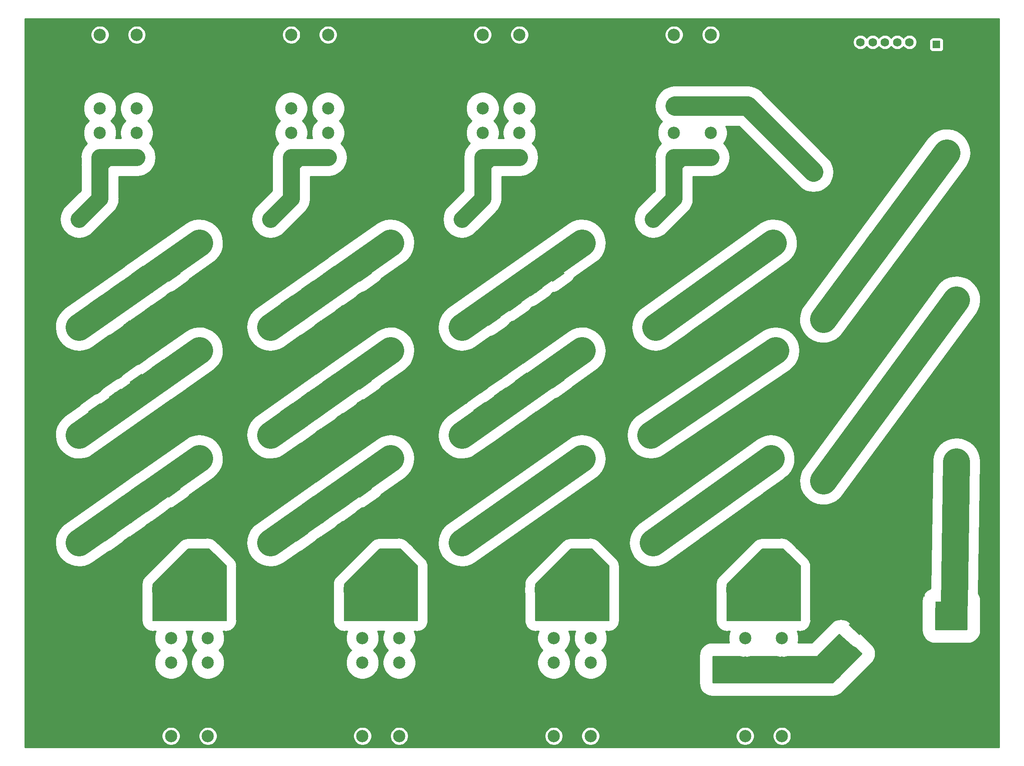
<source format=gbr>
%TF.GenerationSoftware,KiCad,Pcbnew,(5.1.4)-1*%
%TF.CreationDate,2020-05-13T01:14:08+08:00*%
%TF.ProjectId,LPF,4c50462e-6b69-4636-9164-5f7063625858,rev?*%
%TF.SameCoordinates,Original*%
%TF.FileFunction,Copper,L2,Bot*%
%TF.FilePolarity,Positive*%
%FSLAX46Y46*%
G04 Gerber Fmt 4.6, Leading zero omitted, Abs format (unit mm)*
G04 Created by KiCad (PCBNEW (5.1.4)-1) date 2020-05-13 01:14:08*
%MOMM*%
%LPD*%
G04 APERTURE LIST*
%ADD10C,0.100000*%
%ADD11R,3.000000X2.200000*%
%ADD12C,2.200000*%
%ADD13C,0.350000*%
%ADD14R,2.200000X3.000000*%
%ADD15C,0.800000*%
%ADD16C,6.000000*%
%ADD17C,2.800000*%
%ADD18C,2.500000*%
%ADD19C,1.750000*%
%ADD20R,1.750000X1.750000*%
%ADD21C,1.600000*%
%ADD22R,1.600000X1.600000*%
%ADD23C,5.500000*%
%ADD24C,4.000000*%
%ADD25C,2.500000*%
%ADD26C,0.254000*%
%ADD27C,3.500000*%
%ADD28C,0.350000*%
G04 APERTURE END LIST*
D10*
G36*
X178750000Y-132250000D02*
G01*
X178750000Y-143500000D01*
X163750000Y-143500000D01*
X163750000Y-136000000D01*
X171000000Y-128750000D01*
X175250000Y-128750000D01*
X178750000Y-132250000D01*
G37*
X178750000Y-132250000D02*
X178750000Y-143500000D01*
X163750000Y-143500000D01*
X163750000Y-136000000D01*
X171000000Y-128750000D01*
X175250000Y-128750000D01*
X178750000Y-132250000D01*
G36*
X139750000Y-132250000D02*
G01*
X139750000Y-143500000D01*
X124750000Y-143500000D01*
X124750000Y-136000000D01*
X132000000Y-128750000D01*
X136250000Y-128750000D01*
X139750000Y-132250000D01*
G37*
X139750000Y-132250000D02*
X139750000Y-143500000D01*
X124750000Y-143500000D01*
X124750000Y-136000000D01*
X132000000Y-128750000D01*
X136250000Y-128750000D01*
X139750000Y-132250000D01*
G36*
X100750000Y-132250000D02*
G01*
X100750000Y-143500000D01*
X85750000Y-143500000D01*
X85750000Y-136000000D01*
X93000000Y-128750000D01*
X97250000Y-128750000D01*
X100750000Y-132250000D01*
G37*
X100750000Y-132250000D02*
X100750000Y-143500000D01*
X85750000Y-143500000D01*
X85750000Y-136000000D01*
X93000000Y-128750000D01*
X97250000Y-128750000D01*
X100750000Y-132250000D01*
G36*
X61750000Y-132250000D02*
G01*
X61750000Y-143500000D01*
X46750000Y-143500000D01*
X46750000Y-136000000D01*
X54000000Y-128750000D01*
X58250000Y-128750000D01*
X61750000Y-132250000D01*
G37*
X61750000Y-132250000D02*
X61750000Y-143500000D01*
X46750000Y-143500000D01*
X46750000Y-136000000D01*
X54000000Y-128750000D01*
X58250000Y-128750000D01*
X61750000Y-132250000D01*
D11*
X210000000Y-144300000D03*
X210000000Y-150100000D03*
X182400000Y-154600000D03*
X182400000Y-160400000D03*
X178400000Y-160400000D03*
X178400000Y-154600000D03*
X174400000Y-154600000D03*
X174400000Y-160400000D03*
X170400000Y-160400000D03*
X170400000Y-154600000D03*
X166400000Y-154600000D03*
X166400000Y-160400000D03*
D12*
X189244880Y-150659521D03*
D13*
G36*
X191066035Y-150280847D02*
G01*
X189058643Y-152510282D01*
X187423725Y-151038195D01*
X189431117Y-148808760D01*
X191066035Y-150280847D01*
X191066035Y-150280847D01*
G37*
D12*
X193555120Y-154540479D03*
D13*
G36*
X195376275Y-154161805D02*
G01*
X193368883Y-156391240D01*
X191733965Y-154919153D01*
X193741357Y-152689718D01*
X195376275Y-154161805D01*
X195376275Y-154161805D01*
G37*
D11*
X162300000Y-160400000D03*
X162300000Y-154600000D03*
D12*
X186559521Y-148905120D03*
D13*
G36*
X186180847Y-147083965D02*
G01*
X188410282Y-149091357D01*
X186938195Y-150726275D01*
X184708760Y-148718883D01*
X186180847Y-147083965D01*
X186180847Y-147083965D01*
G37*
D12*
X190440479Y-144594880D03*
D13*
G36*
X190061805Y-142773725D02*
G01*
X192291240Y-144781117D01*
X190819153Y-146416035D01*
X188589718Y-144408643D01*
X190061805Y-142773725D01*
X190061805Y-142773725D01*
G37*
D12*
X190955120Y-157340479D03*
D13*
G36*
X192776275Y-156961805D02*
G01*
X190768883Y-159191240D01*
X189133965Y-157719153D01*
X191141357Y-155489718D01*
X192776275Y-156961805D01*
X192776275Y-156961805D01*
G37*
D12*
X186644880Y-153459521D03*
D13*
G36*
X188466035Y-153080847D02*
G01*
X186458643Y-155310282D01*
X184823725Y-153838195D01*
X186831117Y-151608760D01*
X188466035Y-153080847D01*
X188466035Y-153080847D01*
G37*
D14*
X203250000Y-113100000D03*
X209050000Y-113100000D03*
X201600000Y-141000000D03*
X207400000Y-141000000D03*
X203151838Y-125100000D03*
X208951838Y-125100000D03*
X203000000Y-133100000D03*
X208800000Y-133100000D03*
X208879278Y-129100000D03*
X203079278Y-129100000D03*
X208800000Y-137100000D03*
X203000000Y-137100000D03*
X209055717Y-117350000D03*
X203255717Y-117350000D03*
X203250000Y-121350000D03*
X209050000Y-121350000D03*
D12*
X202326964Y-91842014D03*
D13*
G36*
X204098561Y-91275052D02*
G01*
X202335205Y-93702103D01*
X200555367Y-92408976D01*
X202318723Y-89981925D01*
X204098561Y-91275052D01*
X204098561Y-91275052D01*
G37*
D12*
X207019262Y-95251168D03*
D13*
G36*
X208790859Y-94684206D02*
G01*
X207027503Y-97111257D01*
X205247665Y-95818130D01*
X207011021Y-93391079D01*
X208790859Y-94684206D01*
X208790859Y-94684206D01*
G37*
D12*
X203977510Y-99471387D03*
D13*
G36*
X205749107Y-98904425D02*
G01*
X203985751Y-101331476D01*
X202205913Y-100038349D01*
X203969269Y-97611298D01*
X205749107Y-98904425D01*
X205749107Y-98904425D01*
G37*
D12*
X199285212Y-96062233D03*
D13*
G36*
X201056809Y-95495271D02*
G01*
X199293453Y-97922322D01*
X197513615Y-96629195D01*
X199276971Y-94202144D01*
X201056809Y-95495271D01*
X201056809Y-95495271D01*
G37*
D12*
X210061010Y-91030948D03*
D13*
G36*
X211832607Y-90463986D02*
G01*
X210069251Y-92891037D01*
X208289413Y-91597910D01*
X210052769Y-89170859D01*
X211832607Y-90463986D01*
X211832607Y-90463986D01*
G37*
D12*
X205368712Y-87621794D03*
D13*
G36*
X207140309Y-87054832D02*
G01*
X205376953Y-89481883D01*
X203597115Y-88188756D01*
X205360471Y-85761705D01*
X207140309Y-87054832D01*
X207140309Y-87054832D01*
G37*
D12*
X196646841Y-99570180D03*
D13*
G36*
X198418438Y-99003218D02*
G01*
X196655082Y-101430269D01*
X194875244Y-100137142D01*
X196638600Y-97710091D01*
X198418438Y-99003218D01*
X198418438Y-99003218D01*
G37*
D12*
X201339139Y-102979334D03*
D13*
G36*
X203110736Y-102412372D02*
G01*
X201347380Y-104839423D01*
X199567542Y-103546296D01*
X201330898Y-101119245D01*
X203110736Y-102412372D01*
X203110736Y-102412372D01*
G37*
D12*
X193368712Y-103871794D03*
D13*
G36*
X195140309Y-103304832D02*
G01*
X193376953Y-105731883D01*
X191597115Y-104438756D01*
X193360471Y-102011705D01*
X195140309Y-103304832D01*
X195140309Y-103304832D01*
G37*
D12*
X198061010Y-107280948D03*
D13*
G36*
X199832607Y-106713986D02*
G01*
X198069251Y-109141037D01*
X196289413Y-107847910D01*
X198052769Y-105420859D01*
X199832607Y-106713986D01*
X199832607Y-106713986D01*
G37*
D12*
X195019262Y-111501168D03*
D13*
G36*
X196790859Y-110934206D02*
G01*
X195027503Y-113361257D01*
X193247665Y-112068130D01*
X195011021Y-109641079D01*
X196790859Y-110934206D01*
X196790859Y-110934206D01*
G37*
D12*
X190326964Y-108092014D03*
D13*
G36*
X192098561Y-107525052D02*
G01*
X190335205Y-109952103D01*
X188555367Y-108658976D01*
X190318723Y-106231925D01*
X192098561Y-107525052D01*
X192098561Y-107525052D01*
G37*
D12*
X188306000Y-106179068D03*
D13*
G36*
X186534403Y-106746030D02*
G01*
X188297759Y-104318979D01*
X190077597Y-105612106D01*
X188314241Y-108039157D01*
X186534403Y-106746030D01*
X186534403Y-106746030D01*
G37*
D12*
X183613702Y-102769914D03*
D13*
G36*
X181842105Y-103336876D02*
G01*
X183605461Y-100909825D01*
X185385299Y-102202952D01*
X183621943Y-104630003D01*
X181842105Y-103336876D01*
X181842105Y-103336876D01*
G37*
D12*
X195613691Y-86519906D03*
D13*
G36*
X193842094Y-87086868D02*
G01*
X195605450Y-84659817D01*
X197385288Y-85952944D01*
X195621932Y-88379995D01*
X193842094Y-87086868D01*
X193842094Y-87086868D01*
G37*
D12*
X200305989Y-89929060D03*
D13*
G36*
X198534392Y-90496022D02*
G01*
X200297748Y-88068971D01*
X202077586Y-89362098D01*
X200314230Y-91789149D01*
X198534392Y-90496022D01*
X198534392Y-90496022D01*
G37*
D12*
X203347731Y-85708843D03*
D13*
G36*
X201576134Y-86275805D02*
G01*
X203339490Y-83848754D01*
X205119328Y-85141881D01*
X203355972Y-87568932D01*
X201576134Y-86275805D01*
X201576134Y-86275805D01*
G37*
D12*
X198655433Y-82299689D03*
D13*
G36*
X196883836Y-82866651D02*
G01*
X198647192Y-80439600D01*
X200427030Y-81732727D01*
X198663674Y-84159778D01*
X196883836Y-82866651D01*
X196883836Y-82866651D01*
G37*
D12*
X192335564Y-90821525D03*
D13*
G36*
X190563967Y-91388487D02*
G01*
X192327323Y-88961436D01*
X194107161Y-90254563D01*
X192343805Y-92681614D01*
X190563967Y-91388487D01*
X190563967Y-91388487D01*
G37*
D12*
X197027862Y-94230679D03*
D13*
G36*
X195256265Y-94797641D02*
G01*
X197019621Y-92370590D01*
X198799459Y-93663717D01*
X197036103Y-96090768D01*
X195256265Y-94797641D01*
X195256265Y-94797641D01*
G37*
D12*
X194389488Y-97738618D03*
D13*
G36*
X192617891Y-98305580D02*
G01*
X194381247Y-95878529D01*
X196161085Y-97171656D01*
X194397729Y-99598707D01*
X192617891Y-98305580D01*
X192617891Y-98305580D01*
G37*
D12*
X189697190Y-94329464D03*
D13*
G36*
X187925593Y-94896426D02*
G01*
X189688949Y-92469375D01*
X191468787Y-93762502D01*
X189705431Y-96189553D01*
X187925593Y-94896426D01*
X187925593Y-94896426D01*
G37*
D12*
X186655436Y-98549689D03*
D13*
G36*
X184883839Y-99116651D02*
G01*
X186647195Y-96689600D01*
X188427033Y-97982727D01*
X186663677Y-100409778D01*
X184883839Y-99116651D01*
X184883839Y-99116651D01*
G37*
D12*
X191347734Y-101958843D03*
D13*
G36*
X189576137Y-102525805D02*
G01*
X191339493Y-100098754D01*
X193119331Y-101391881D01*
X191355975Y-103818932D01*
X189576137Y-102525805D01*
X189576137Y-102525805D01*
G37*
D12*
X190097734Y-70458843D03*
D13*
G36*
X188326137Y-71025805D02*
G01*
X190089493Y-68598754D01*
X191869331Y-69891881D01*
X190105975Y-72318932D01*
X188326137Y-71025805D01*
X188326137Y-71025805D01*
G37*
D12*
X185405436Y-67049689D03*
D13*
G36*
X183633839Y-67616651D02*
G01*
X185397195Y-65189600D01*
X187177033Y-66482727D01*
X185413677Y-68909778D01*
X183633839Y-67616651D01*
X183633839Y-67616651D01*
G37*
D12*
X188447190Y-62829464D03*
D13*
G36*
X186675593Y-63396426D02*
G01*
X188438949Y-60969375D01*
X190218787Y-62262502D01*
X188455431Y-64689553D01*
X186675593Y-63396426D01*
X186675593Y-63396426D01*
G37*
D12*
X193139488Y-66238618D03*
D13*
G36*
X191367891Y-66805580D02*
G01*
X193131247Y-64378529D01*
X194911085Y-65671656D01*
X193147729Y-68098707D01*
X191367891Y-66805580D01*
X191367891Y-66805580D01*
G37*
D12*
X182363702Y-71269914D03*
D13*
G36*
X180592105Y-71836876D02*
G01*
X182355461Y-69409825D01*
X184135299Y-70702952D01*
X182371943Y-73130003D01*
X180592105Y-71836876D01*
X180592105Y-71836876D01*
G37*
D12*
X187056000Y-74679068D03*
D13*
G36*
X185284403Y-75246030D02*
G01*
X187047759Y-72818979D01*
X188827597Y-74112106D01*
X187064241Y-76539157D01*
X185284403Y-75246030D01*
X185284403Y-75246030D01*
G37*
D12*
X195777862Y-62730679D03*
D13*
G36*
X194006265Y-63297641D02*
G01*
X195769621Y-60870590D01*
X197549459Y-62163717D01*
X195786103Y-64590768D01*
X194006265Y-63297641D01*
X194006265Y-63297641D01*
G37*
D12*
X191085564Y-59321525D03*
D13*
G36*
X189313967Y-59888487D02*
G01*
X191077323Y-57461436D01*
X192857161Y-58754563D01*
X191093805Y-61181614D01*
X189313967Y-59888487D01*
X189313967Y-59888487D01*
G37*
D12*
X199055989Y-58429060D03*
D13*
G36*
X197284392Y-58996022D02*
G01*
X199047748Y-56568971D01*
X200827586Y-57862098D01*
X199064230Y-60289149D01*
X197284392Y-58996022D01*
X197284392Y-58996022D01*
G37*
D12*
X194363691Y-55019906D03*
D13*
G36*
X192592094Y-55586868D02*
G01*
X194355450Y-53159817D01*
X196135288Y-54452944D01*
X194371932Y-56879995D01*
X192592094Y-55586868D01*
X192592094Y-55586868D01*
G37*
D12*
X197405433Y-50799689D03*
D13*
G36*
X195633836Y-51366651D02*
G01*
X197397192Y-48939600D01*
X199177030Y-50232727D01*
X197413674Y-52659778D01*
X195633836Y-51366651D01*
X195633836Y-51366651D01*
G37*
D12*
X202097731Y-54208843D03*
D13*
G36*
X200326134Y-54775805D02*
G01*
X202089490Y-52348754D01*
X203869328Y-53641881D01*
X202105972Y-56068932D01*
X200326134Y-54775805D01*
X200326134Y-54775805D01*
G37*
D12*
X189076964Y-76842014D03*
D13*
G36*
X190848561Y-76275052D02*
G01*
X189085205Y-78702103D01*
X187305367Y-77408976D01*
X189068723Y-74981925D01*
X190848561Y-76275052D01*
X190848561Y-76275052D01*
G37*
D12*
X193769262Y-80251168D03*
D13*
G36*
X195540859Y-79684206D02*
G01*
X193777503Y-82111257D01*
X191997665Y-80818130D01*
X193761021Y-78391079D01*
X195540859Y-79684206D01*
X195540859Y-79684206D01*
G37*
D12*
X200089139Y-71729334D03*
D13*
G36*
X201860736Y-71162372D02*
G01*
X200097380Y-73589423D01*
X198317542Y-72296296D01*
X200080898Y-69869245D01*
X201860736Y-71162372D01*
X201860736Y-71162372D01*
G37*
D12*
X195396841Y-68320180D03*
D13*
G36*
X197168438Y-67753218D02*
G01*
X195405082Y-70180269D01*
X193625244Y-68887142D01*
X195388600Y-66460091D01*
X197168438Y-67753218D01*
X197168438Y-67753218D01*
G37*
D12*
X196811010Y-76030948D03*
D13*
G36*
X198582607Y-75463986D02*
G01*
X196819251Y-77891037D01*
X195039413Y-76597910D01*
X196802769Y-74170859D01*
X198582607Y-75463986D01*
X198582607Y-75463986D01*
G37*
D12*
X192118712Y-72621794D03*
D13*
G36*
X193890309Y-72054832D02*
G01*
X192126953Y-74481883D01*
X190347115Y-73188756D01*
X192110471Y-70761705D01*
X193890309Y-72054832D01*
X193890309Y-72054832D01*
G37*
D12*
X205769262Y-64001168D03*
D13*
G36*
X207540859Y-63434206D02*
G01*
X205777503Y-65861257D01*
X203997665Y-64568130D01*
X205761021Y-62141079D01*
X207540859Y-63434206D01*
X207540859Y-63434206D01*
G37*
D12*
X201076964Y-60592014D03*
D13*
G36*
X202848561Y-60025052D02*
G01*
X201085205Y-62452103D01*
X199305367Y-61158976D01*
X201068723Y-58731925D01*
X202848561Y-60025052D01*
X202848561Y-60025052D01*
G37*
D12*
X198035212Y-64812233D03*
D13*
G36*
X199806809Y-64245271D02*
G01*
X198043453Y-66672322D01*
X196263615Y-65379195D01*
X198026971Y-62952144D01*
X199806809Y-64245271D01*
X199806809Y-64245271D01*
G37*
D12*
X202727510Y-68221387D03*
D13*
G36*
X204499107Y-67654425D02*
G01*
X202735751Y-70081476D01*
X200955913Y-68788349D01*
X202719269Y-66361298D01*
X204499107Y-67654425D01*
X204499107Y-67654425D01*
G37*
D12*
X204118712Y-56371794D03*
D13*
G36*
X205890309Y-55804832D02*
G01*
X204126953Y-58231883D01*
X202347115Y-56938756D01*
X204110471Y-54511705D01*
X205890309Y-55804832D01*
X205890309Y-55804832D01*
G37*
D12*
X208811010Y-59780948D03*
D13*
G36*
X210582607Y-59213986D02*
G01*
X208819251Y-61641037D01*
X207039413Y-60347910D01*
X208802769Y-57920859D01*
X210582607Y-59213986D01*
X210582607Y-59213986D01*
G37*
D14*
X177600000Y-142000000D03*
X183400000Y-142000000D03*
D12*
X179300610Y-126449390D03*
D13*
G36*
X179017767Y-124610912D02*
G01*
X181139088Y-126732233D01*
X179583453Y-128287868D01*
X177462132Y-126166547D01*
X179017767Y-124610912D01*
X179017767Y-124610912D01*
G37*
D12*
X175199390Y-130550610D03*
D13*
G36*
X174916547Y-128712132D02*
G01*
X177037868Y-130833453D01*
X175482233Y-132389088D01*
X173360912Y-130267767D01*
X174916547Y-128712132D01*
X174916547Y-128712132D01*
G37*
D14*
X183400002Y-137999999D03*
X177600002Y-137999999D03*
X159100000Y-137500000D03*
X164900000Y-137500000D03*
X159100000Y-142000000D03*
X164900000Y-142000000D03*
X177600000Y-134000000D03*
X183400000Y-134000000D03*
D12*
X167800610Y-134300610D03*
D13*
G36*
X165962132Y-134583453D02*
G01*
X168083453Y-132462132D01*
X169639088Y-134017767D01*
X167517767Y-136139088D01*
X165962132Y-134583453D01*
X165962132Y-134583453D01*
G37*
D12*
X163699390Y-130199390D03*
D13*
G36*
X161860912Y-130482233D02*
G01*
X163982233Y-128360912D01*
X165537868Y-129916547D01*
X163416547Y-132037868D01*
X161860912Y-130482233D01*
X161860912Y-130482233D01*
G37*
D14*
X144400000Y-142000000D03*
X138600000Y-142000000D03*
X99600000Y-142000000D03*
X105400000Y-142000000D03*
X144400000Y-134000000D03*
X138600000Y-134000000D03*
D12*
X124699390Y-130199390D03*
D13*
G36*
X122860912Y-130482233D02*
G01*
X124982233Y-128360912D01*
X126537868Y-129916547D01*
X124416547Y-132037868D01*
X122860912Y-130482233D01*
X122860912Y-130482233D01*
G37*
D12*
X128800610Y-134300610D03*
D13*
G36*
X126962132Y-134583453D02*
G01*
X129083453Y-132462132D01*
X130639088Y-134017767D01*
X128517767Y-136139088D01*
X126962132Y-134583453D01*
X126962132Y-134583453D01*
G37*
D14*
X125900000Y-137500000D03*
X120100000Y-137500000D03*
X125900000Y-142000000D03*
X120100000Y-142000000D03*
X138600002Y-137999999D03*
X144400002Y-137999999D03*
D12*
X136199390Y-130550610D03*
D13*
G36*
X135916547Y-128712132D02*
G01*
X138037868Y-130833453D01*
X136482233Y-132389088D01*
X134360912Y-130267767D01*
X135916547Y-128712132D01*
X135916547Y-128712132D01*
G37*
D12*
X140300610Y-126449390D03*
D13*
G36*
X140017767Y-124610912D02*
G01*
X142139088Y-126732233D01*
X140583453Y-128287868D01*
X138462132Y-126166547D01*
X140017767Y-124610912D01*
X140017767Y-124610912D01*
G37*
D14*
X99600000Y-134000000D03*
X105400000Y-134000000D03*
D12*
X89800610Y-134300610D03*
D13*
G36*
X87962132Y-134583453D02*
G01*
X90083453Y-132462132D01*
X91639088Y-134017767D01*
X89517767Y-136139088D01*
X87962132Y-134583453D01*
X87962132Y-134583453D01*
G37*
D12*
X85699390Y-130199390D03*
D13*
G36*
X83860912Y-130482233D02*
G01*
X85982233Y-128360912D01*
X87537868Y-129916547D01*
X85416547Y-132037868D01*
X83860912Y-130482233D01*
X83860912Y-130482233D01*
G37*
D14*
X81100000Y-137500000D03*
X86900000Y-137500000D03*
D12*
X101300610Y-126449390D03*
D13*
G36*
X101017767Y-124610912D02*
G01*
X103139088Y-126732233D01*
X101583453Y-128287868D01*
X99462132Y-126166547D01*
X101017767Y-124610912D01*
X101017767Y-124610912D01*
G37*
D12*
X97199390Y-130550610D03*
D13*
G36*
X96916547Y-128712132D02*
G01*
X99037868Y-130833453D01*
X97482233Y-132389088D01*
X95360912Y-130267767D01*
X96916547Y-128712132D01*
X96916547Y-128712132D01*
G37*
D14*
X81100000Y-142000000D03*
X86900000Y-142000000D03*
X105400002Y-137999999D03*
X99600002Y-137999999D03*
D12*
X46699390Y-130199390D03*
D13*
G36*
X44860912Y-130482233D02*
G01*
X46982233Y-128360912D01*
X48537868Y-129916547D01*
X46416547Y-132037868D01*
X44860912Y-130482233D01*
X44860912Y-130482233D01*
G37*
D12*
X50800610Y-134300610D03*
D13*
G36*
X48962132Y-134583453D02*
G01*
X51083453Y-132462132D01*
X52639088Y-134017767D01*
X50517767Y-136139088D01*
X48962132Y-134583453D01*
X48962132Y-134583453D01*
G37*
D14*
X66400000Y-134000000D03*
X60600000Y-134000000D03*
D12*
X163604521Y-118875768D03*
D13*
G36*
X165464610Y-118884009D02*
G01*
X163037559Y-120647365D01*
X161744432Y-118867527D01*
X164171483Y-117104171D01*
X165464610Y-118884009D01*
X165464610Y-118884009D01*
G37*
D12*
X167013675Y-123568066D03*
D13*
G36*
X168873764Y-123576307D02*
G01*
X166446713Y-125339663D01*
X165153586Y-123559825D01*
X167580637Y-121796469D01*
X168873764Y-123576307D01*
X168873764Y-123576307D01*
G37*
D12*
X157663372Y-119625541D03*
D13*
G36*
X155803710Y-119584838D02*
G01*
X158261166Y-117864109D01*
X159523034Y-119666244D01*
X157065578Y-121386973D01*
X155803710Y-119584838D01*
X155803710Y-119584838D01*
G37*
D12*
X154336628Y-114874459D03*
D13*
G36*
X152476966Y-114833756D02*
G01*
X154934422Y-113113027D01*
X156196290Y-114915162D01*
X153738834Y-116635891D01*
X152476966Y-114833756D01*
X152476966Y-114833756D01*
G37*
D12*
X166413372Y-113625541D03*
D13*
G36*
X164553710Y-113584838D02*
G01*
X167011166Y-111864109D01*
X168273034Y-113666244D01*
X165815578Y-115386973D01*
X164553710Y-113584838D01*
X164553710Y-113584838D01*
G37*
D12*
X163086628Y-108874459D03*
D13*
G36*
X161226966Y-108833756D02*
G01*
X163684422Y-107113027D01*
X164946290Y-108915162D01*
X162488834Y-110635891D01*
X161226966Y-108833756D01*
X161226966Y-108833756D01*
G37*
D12*
X155210530Y-125023200D03*
D13*
G36*
X157070619Y-125031441D02*
G01*
X154643568Y-126794797D01*
X153350441Y-125014959D01*
X155777492Y-123251603D01*
X157070619Y-125031441D01*
X157070619Y-125031441D01*
G37*
D12*
X158619684Y-129715498D03*
D13*
G36*
X160479773Y-129723739D02*
G01*
X158052722Y-131487095D01*
X156759595Y-129707257D01*
X159186646Y-127943901D01*
X160479773Y-129723739D01*
X160479773Y-129723739D01*
G37*
D12*
X161913372Y-116625541D03*
D13*
G36*
X160053710Y-116584838D02*
G01*
X162511166Y-114864109D01*
X163773034Y-116666244D01*
X161315578Y-118386973D01*
X160053710Y-116584838D01*
X160053710Y-116584838D01*
G37*
D12*
X158586628Y-111874459D03*
D13*
G36*
X156726966Y-111833756D02*
G01*
X159184422Y-110113027D01*
X160446290Y-111915162D01*
X157988834Y-113635891D01*
X156726966Y-111833756D01*
X156726966Y-111833756D01*
G37*
D12*
X162816679Y-126641782D03*
D13*
G36*
X164676768Y-126650023D02*
G01*
X162249717Y-128413379D01*
X160956590Y-126633541D01*
X163383641Y-124870185D01*
X164676768Y-126650023D01*
X164676768Y-126650023D01*
G37*
D12*
X159407525Y-121949484D03*
D13*
G36*
X161267614Y-121957725D02*
G01*
X158840563Y-123721081D01*
X157547436Y-121941243D01*
X159974487Y-120177887D01*
X161267614Y-121957725D01*
X161267614Y-121957725D01*
G37*
D12*
X168051478Y-115797689D03*
D13*
G36*
X169911567Y-115805930D02*
G01*
X167484516Y-117569286D01*
X166191389Y-115789448D01*
X168618440Y-114026092D01*
X169911567Y-115805930D01*
X169911567Y-115805930D01*
G37*
D12*
X171460632Y-120489987D03*
D13*
G36*
X173320721Y-120498228D02*
G01*
X170893670Y-122261584D01*
X169600543Y-120481746D01*
X172027594Y-118718390D01*
X173320721Y-120498228D01*
X173320721Y-120498228D01*
G37*
D12*
X153413372Y-122625541D03*
D13*
G36*
X151553710Y-122584838D02*
G01*
X154011166Y-120864109D01*
X155273034Y-122666244D01*
X152815578Y-124386973D01*
X151553710Y-122584838D01*
X151553710Y-122584838D01*
G37*
D12*
X150086628Y-117874459D03*
D13*
G36*
X148226966Y-117833756D02*
G01*
X150684422Y-116113027D01*
X151946290Y-117915162D01*
X149488834Y-119635891D01*
X148226966Y-117833756D01*
X148226966Y-117833756D01*
G37*
D12*
X162675667Y-97581625D03*
D13*
G36*
X164534336Y-97654777D02*
G01*
X162047223Y-99332356D01*
X160816998Y-97508473D01*
X163304111Y-95830894D01*
X164534336Y-97654777D01*
X164534336Y-97654777D01*
G37*
D12*
X165918985Y-102390043D03*
D13*
G36*
X167777654Y-102463195D02*
G01*
X165290541Y-104140774D01*
X164060316Y-102316891D01*
X166547429Y-100639312D01*
X167777654Y-102463195D01*
X167777654Y-102463195D01*
G37*
D12*
X156913372Y-98125541D03*
D13*
G36*
X155053710Y-98084838D02*
G01*
X157511166Y-96364109D01*
X158773034Y-98166244D01*
X156315578Y-99886973D01*
X155053710Y-98084838D01*
X155053710Y-98084838D01*
G37*
D12*
X153586628Y-93374459D03*
D13*
G36*
X151726966Y-93333756D02*
G01*
X154184422Y-91613027D01*
X155446290Y-93415162D01*
X152988834Y-95135891D01*
X151726966Y-93333756D01*
X151726966Y-93333756D01*
G37*
D12*
X165663372Y-92125541D03*
D13*
G36*
X163803710Y-92084838D02*
G01*
X166261166Y-90364109D01*
X167523034Y-92166244D01*
X165065578Y-93886973D01*
X163803710Y-92084838D01*
X163803710Y-92084838D01*
G37*
D12*
X162336628Y-87374459D03*
D13*
G36*
X160476966Y-87333756D02*
G01*
X162934422Y-85613027D01*
X164196290Y-87415162D01*
X161738834Y-89135891D01*
X160476966Y-87333756D01*
X160476966Y-87333756D01*
G37*
D12*
X154072247Y-103432366D03*
D13*
G36*
X155930916Y-103505518D02*
G01*
X153443803Y-105183097D01*
X152213578Y-103359214D01*
X154700691Y-101681635D01*
X155930916Y-103505518D01*
X155930916Y-103505518D01*
G37*
D12*
X157315565Y-108240784D03*
D13*
G36*
X159174234Y-108313936D02*
G01*
X156687121Y-109991515D01*
X155456896Y-108167632D01*
X157944009Y-106490053D01*
X159174234Y-108313936D01*
X159174234Y-108313936D01*
G37*
D12*
X161163372Y-95125541D03*
D13*
G36*
X159303710Y-95084838D02*
G01*
X161761166Y-93364109D01*
X163023034Y-95166244D01*
X160565578Y-96886973D01*
X159303710Y-95084838D01*
X159303710Y-95084838D01*
G37*
D12*
X157836628Y-90374459D03*
D13*
G36*
X155976966Y-90333756D02*
G01*
X158434422Y-88613027D01*
X159696290Y-90415162D01*
X157238834Y-92135891D01*
X155976966Y-90333756D01*
X155976966Y-90333756D01*
G37*
D12*
X161617275Y-105315414D03*
D13*
G36*
X163475944Y-105388566D02*
G01*
X160988831Y-107066145D01*
X159758606Y-105242262D01*
X162245719Y-103564683D01*
X163475944Y-105388566D01*
X163475944Y-105388566D01*
G37*
D12*
X158373957Y-100506996D03*
D13*
G36*
X160232626Y-100580148D02*
G01*
X157745513Y-102257727D01*
X156515288Y-100433844D01*
X159002401Y-98756265D01*
X160232626Y-100580148D01*
X160232626Y-100580148D01*
G37*
D12*
X167227339Y-94660618D03*
D13*
G36*
X169086008Y-94733770D02*
G01*
X166598895Y-96411349D01*
X165368670Y-94587466D01*
X167855783Y-92909887D01*
X169086008Y-94733770D01*
X169086008Y-94733770D01*
G37*
D12*
X170470657Y-99469036D03*
D13*
G36*
X172329326Y-99542188D02*
G01*
X169842213Y-101219767D01*
X168611988Y-99395884D01*
X171099101Y-97718305D01*
X172329326Y-99542188D01*
X172329326Y-99542188D01*
G37*
D12*
X152663372Y-101125541D03*
D13*
G36*
X150803710Y-101084838D02*
G01*
X153261166Y-99364109D01*
X154523034Y-101166244D01*
X152065578Y-102886973D01*
X150803710Y-101084838D01*
X150803710Y-101084838D01*
G37*
D12*
X149336628Y-96374459D03*
D13*
G36*
X147476966Y-96333756D02*
G01*
X149934422Y-94613027D01*
X151196290Y-96415162D01*
X148738834Y-98135891D01*
X147476966Y-96333756D01*
X147476966Y-96333756D01*
G37*
D12*
X166864418Y-80003224D03*
D13*
G36*
X168724507Y-80011465D02*
G01*
X166297456Y-81774821D01*
X165004329Y-79994983D01*
X167431380Y-78231627D01*
X168724507Y-80011465D01*
X168724507Y-80011465D01*
G37*
D12*
X163455264Y-75310926D03*
D13*
G36*
X165315353Y-75319167D02*
G01*
X162888302Y-77082523D01*
X161595175Y-75302685D01*
X164022226Y-73539329D01*
X165315353Y-75319167D01*
X165315353Y-75319167D01*
G37*
D12*
X154336628Y-71124459D03*
D13*
G36*
X152476966Y-71083756D02*
G01*
X154934422Y-69363027D01*
X156196290Y-71165162D01*
X153738834Y-72885891D01*
X152476966Y-71083756D01*
X152476966Y-71083756D01*
G37*
D12*
X157663372Y-75875541D03*
D13*
G36*
X155803710Y-75834838D02*
G01*
X158261166Y-74114109D01*
X159523034Y-75916244D01*
X157065578Y-77636973D01*
X155803710Y-75834838D01*
X155803710Y-75834838D01*
G37*
D12*
X163086628Y-65124459D03*
D13*
G36*
X161226966Y-65083756D02*
G01*
X163684422Y-63363027D01*
X164946290Y-65165162D01*
X162488834Y-66885891D01*
X161226966Y-65083756D01*
X161226966Y-65083756D01*
G37*
D12*
X166413372Y-69875541D03*
D13*
G36*
X164553710Y-69834838D02*
G01*
X167011166Y-68114109D01*
X168273034Y-69916244D01*
X165815578Y-71636973D01*
X164553710Y-69834838D01*
X164553710Y-69834838D01*
G37*
D12*
X158470427Y-86150656D03*
D13*
G36*
X160330516Y-86158897D02*
G01*
X157903465Y-87922253D01*
X156610338Y-86142415D01*
X159037389Y-84379059D01*
X160330516Y-86158897D01*
X160330516Y-86158897D01*
G37*
D12*
X155061273Y-81458358D03*
D13*
G36*
X156921362Y-81466599D02*
G01*
X154494311Y-83229955D01*
X153201184Y-81450117D01*
X155628235Y-79686761D01*
X156921362Y-81466599D01*
X156921362Y-81466599D01*
G37*
D12*
X158586628Y-68124459D03*
D13*
G36*
X156726966Y-68083756D02*
G01*
X159184422Y-66363027D01*
X160446290Y-68165162D01*
X157988834Y-69885891D01*
X156726966Y-68083756D01*
X156726966Y-68083756D01*
G37*
D12*
X161913372Y-72875541D03*
D13*
G36*
X160053710Y-72834838D02*
G01*
X162511166Y-71114109D01*
X163773034Y-72916244D01*
X161315578Y-74636973D01*
X160053710Y-72834838D01*
X160053710Y-72834838D01*
G37*
D12*
X159258268Y-78384642D03*
D13*
G36*
X161118357Y-78392883D02*
G01*
X158691306Y-80156239D01*
X157398179Y-78376401D01*
X159825230Y-76613045D01*
X161118357Y-78392883D01*
X161118357Y-78392883D01*
G37*
D12*
X162667422Y-83076940D03*
D13*
G36*
X164527511Y-83085181D02*
G01*
X162100460Y-84848537D01*
X160807333Y-83068699D01*
X163234384Y-81305343D01*
X164527511Y-83085181D01*
X164527511Y-83085181D01*
G37*
D12*
X171311375Y-76925145D03*
D13*
G36*
X173171464Y-76933386D02*
G01*
X170744413Y-78696742D01*
X169451286Y-76916904D01*
X171878337Y-75153548D01*
X173171464Y-76933386D01*
X173171464Y-76933386D01*
G37*
D12*
X167902221Y-72232847D03*
D13*
G36*
X169762310Y-72241088D02*
G01*
X167335259Y-74004444D01*
X166042132Y-72224606D01*
X168469183Y-70461250D01*
X169762310Y-72241088D01*
X169762310Y-72241088D01*
G37*
D12*
X150086628Y-74124459D03*
D13*
G36*
X148226966Y-74083756D02*
G01*
X150684422Y-72363027D01*
X151946290Y-74165162D01*
X149488834Y-75885891D01*
X148226966Y-74083756D01*
X148226966Y-74083756D01*
G37*
D12*
X153413372Y-78875541D03*
D13*
G36*
X151553710Y-78834838D02*
G01*
X154011166Y-77114109D01*
X155273034Y-78916244D01*
X152815578Y-80636973D01*
X151553710Y-78834838D01*
X151553710Y-78834838D01*
G37*
D12*
X115836628Y-81624459D03*
D13*
G36*
X117696290Y-81665162D02*
G01*
X115238834Y-83385891D01*
X113976966Y-81583756D01*
X116434422Y-79863027D01*
X117696290Y-81665162D01*
X117696290Y-81665162D01*
G37*
D12*
X119163372Y-86375541D03*
D13*
G36*
X121023034Y-86416244D02*
G01*
X118565578Y-88136973D01*
X117303710Y-86334838D01*
X119761166Y-84614109D01*
X121023034Y-86416244D01*
X121023034Y-86416244D01*
G37*
D12*
X123413372Y-83375541D03*
D13*
G36*
X125273034Y-83416244D02*
G01*
X122815578Y-85136973D01*
X121553710Y-83334838D01*
X124011166Y-81614109D01*
X125273034Y-83416244D01*
X125273034Y-83416244D01*
G37*
D12*
X120086628Y-78624459D03*
D13*
G36*
X121946290Y-78665162D02*
G01*
X119488834Y-80385891D01*
X118226966Y-78583756D01*
X120684422Y-76863027D01*
X121946290Y-78665162D01*
X121946290Y-78665162D01*
G37*
D12*
X124336628Y-75624459D03*
D13*
G36*
X126196290Y-75665162D02*
G01*
X123738834Y-77385891D01*
X122476966Y-75583756D01*
X124934422Y-73863027D01*
X126196290Y-75665162D01*
X126196290Y-75665162D01*
G37*
D12*
X127663372Y-80375541D03*
D13*
G36*
X129523034Y-80416244D02*
G01*
X127065578Y-82136973D01*
X125803710Y-80334838D01*
X128261166Y-78614109D01*
X129523034Y-80416244D01*
X129523034Y-80416244D01*
G37*
D12*
X113913372Y-78875541D03*
D13*
G36*
X112053710Y-78834838D02*
G01*
X114511166Y-77114109D01*
X115773034Y-78916244D01*
X113315578Y-80636973D01*
X112053710Y-78834838D01*
X112053710Y-78834838D01*
G37*
D12*
X110586628Y-74124459D03*
D13*
G36*
X108726966Y-74083756D02*
G01*
X111184422Y-72363027D01*
X112446290Y-74165162D01*
X109988834Y-75885891D01*
X108726966Y-74083756D01*
X108726966Y-74083756D01*
G37*
D12*
X126913372Y-69875541D03*
D13*
G36*
X125053710Y-69834838D02*
G01*
X127511166Y-68114109D01*
X128773034Y-69916244D01*
X126315578Y-71636973D01*
X125053710Y-69834838D01*
X125053710Y-69834838D01*
G37*
D12*
X123586628Y-65124459D03*
D13*
G36*
X121726966Y-65083756D02*
G01*
X124184422Y-63363027D01*
X125446290Y-65165162D01*
X122988834Y-66885891D01*
X121726966Y-65083756D01*
X121726966Y-65083756D01*
G37*
D12*
X118163372Y-75875541D03*
D13*
G36*
X116303710Y-75834838D02*
G01*
X118761166Y-74114109D01*
X120023034Y-75916244D01*
X117565578Y-77636973D01*
X116303710Y-75834838D01*
X116303710Y-75834838D01*
G37*
D12*
X114836628Y-71124459D03*
D13*
G36*
X112976966Y-71083756D02*
G01*
X115434422Y-69363027D01*
X116696290Y-71165162D01*
X114238834Y-72885891D01*
X112976966Y-71083756D01*
X112976966Y-71083756D01*
G37*
D12*
X128836628Y-72624459D03*
D13*
G36*
X130696290Y-72665162D02*
G01*
X128238834Y-74385891D01*
X126976966Y-72583756D01*
X129434422Y-70863027D01*
X130696290Y-72665162D01*
X130696290Y-72665162D01*
G37*
D12*
X132163372Y-77375541D03*
D13*
G36*
X134023034Y-77416244D02*
G01*
X131565578Y-79136973D01*
X130303710Y-77334838D01*
X132761166Y-75614109D01*
X134023034Y-77416244D01*
X134023034Y-77416244D01*
G37*
D12*
X122413372Y-72875541D03*
D13*
G36*
X120553710Y-72834838D02*
G01*
X123011166Y-71114109D01*
X124273034Y-72916244D01*
X121815578Y-74636973D01*
X120553710Y-72834838D01*
X120553710Y-72834838D01*
G37*
D12*
X119086628Y-68124459D03*
D13*
G36*
X117226966Y-68083756D02*
G01*
X119684422Y-66363027D01*
X120946290Y-68165162D01*
X118488834Y-69885891D01*
X117226966Y-68083756D01*
X117226966Y-68083756D01*
G37*
D12*
X127663372Y-102125541D03*
D13*
G36*
X129523034Y-102166244D02*
G01*
X127065578Y-103886973D01*
X125803710Y-102084838D01*
X128261166Y-100364109D01*
X129523034Y-102166244D01*
X129523034Y-102166244D01*
G37*
D12*
X124336628Y-97374459D03*
D13*
G36*
X126196290Y-97415162D02*
G01*
X123738834Y-99135891D01*
X122476966Y-97333756D01*
X124934422Y-95613027D01*
X126196290Y-97415162D01*
X126196290Y-97415162D01*
G37*
D12*
X110586628Y-95874459D03*
D13*
G36*
X108726966Y-95833756D02*
G01*
X111184422Y-94113027D01*
X112446290Y-95915162D01*
X109988834Y-97635891D01*
X108726966Y-95833756D01*
X108726966Y-95833756D01*
G37*
D12*
X113913372Y-100625541D03*
D13*
G36*
X112053710Y-100584838D02*
G01*
X114511166Y-98864109D01*
X115773034Y-100666244D01*
X113315578Y-102386973D01*
X112053710Y-100584838D01*
X112053710Y-100584838D01*
G37*
D12*
X120086628Y-100374459D03*
D13*
G36*
X121946290Y-100415162D02*
G01*
X119488834Y-102135891D01*
X118226966Y-100333756D01*
X120684422Y-98613027D01*
X121946290Y-100415162D01*
X121946290Y-100415162D01*
G37*
D12*
X123413372Y-105125541D03*
D13*
G36*
X125273034Y-105166244D02*
G01*
X122815578Y-106886973D01*
X121553710Y-105084838D01*
X124011166Y-103364109D01*
X125273034Y-105166244D01*
X125273034Y-105166244D01*
G37*
D12*
X123586628Y-86874459D03*
D13*
G36*
X121726966Y-86833756D02*
G01*
X124184422Y-85113027D01*
X125446290Y-86915162D01*
X122988834Y-88635891D01*
X121726966Y-86833756D01*
X121726966Y-86833756D01*
G37*
D12*
X126913372Y-91625541D03*
D13*
G36*
X125053710Y-91584838D02*
G01*
X127511166Y-89864109D01*
X128773034Y-91666244D01*
X126315578Y-93386973D01*
X125053710Y-91584838D01*
X125053710Y-91584838D01*
G37*
D12*
X114836628Y-92874459D03*
D13*
G36*
X112976966Y-92833756D02*
G01*
X115434422Y-91113027D01*
X116696290Y-92915162D01*
X114238834Y-94635891D01*
X112976966Y-92833756D01*
X112976966Y-92833756D01*
G37*
D12*
X118163372Y-97625541D03*
D13*
G36*
X116303710Y-97584838D02*
G01*
X118761166Y-95864109D01*
X120023034Y-97666244D01*
X117565578Y-99386973D01*
X116303710Y-97584838D01*
X116303710Y-97584838D01*
G37*
D12*
X132163372Y-99125541D03*
D13*
G36*
X134023034Y-99166244D02*
G01*
X131565578Y-100886973D01*
X130303710Y-99084838D01*
X132761166Y-97364109D01*
X134023034Y-99166244D01*
X134023034Y-99166244D01*
G37*
D12*
X128836628Y-94374459D03*
D13*
G36*
X130696290Y-94415162D02*
G01*
X128238834Y-96135891D01*
X126976966Y-94333756D01*
X129434422Y-92613027D01*
X130696290Y-94415162D01*
X130696290Y-94415162D01*
G37*
D12*
X119163372Y-108125541D03*
D13*
G36*
X121023034Y-108166244D02*
G01*
X118565578Y-109886973D01*
X117303710Y-108084838D01*
X119761166Y-106364109D01*
X121023034Y-108166244D01*
X121023034Y-108166244D01*
G37*
D12*
X115836628Y-103374459D03*
D13*
G36*
X117696290Y-103415162D02*
G01*
X115238834Y-105135891D01*
X113976966Y-103333756D01*
X116434422Y-101613027D01*
X117696290Y-103415162D01*
X117696290Y-103415162D01*
G37*
D12*
X119086628Y-89874459D03*
D13*
G36*
X117226966Y-89833756D02*
G01*
X119684422Y-88113027D01*
X120946290Y-89915162D01*
X118488834Y-91635891D01*
X117226966Y-89833756D01*
X117226966Y-89833756D01*
G37*
D12*
X122413372Y-94625541D03*
D13*
G36*
X120553710Y-94584838D02*
G01*
X123011166Y-92864109D01*
X124273034Y-94666244D01*
X121815578Y-96386973D01*
X120553710Y-94584838D01*
X120553710Y-94584838D01*
G37*
D12*
X113913372Y-122875541D03*
D13*
G36*
X112053710Y-122834838D02*
G01*
X114511166Y-121114109D01*
X115773034Y-122916244D01*
X113315578Y-124636973D01*
X112053710Y-122834838D01*
X112053710Y-122834838D01*
G37*
D12*
X110586628Y-118124459D03*
D13*
G36*
X108726966Y-118083756D02*
G01*
X111184422Y-116363027D01*
X112446290Y-118165162D01*
X109988834Y-119885891D01*
X108726966Y-118083756D01*
X108726966Y-118083756D01*
G37*
D12*
X123213372Y-127175541D03*
D13*
G36*
X125073034Y-127216244D02*
G01*
X122615578Y-128936973D01*
X121353710Y-127134838D01*
X123811166Y-125414109D01*
X125073034Y-127216244D01*
X125073034Y-127216244D01*
G37*
D12*
X119886628Y-122424459D03*
D13*
G36*
X121746290Y-122465162D02*
G01*
X119288834Y-124185891D01*
X118026966Y-122383756D01*
X120484422Y-120663027D01*
X121746290Y-122465162D01*
X121746290Y-122465162D01*
G37*
D12*
X126913372Y-113875541D03*
D13*
G36*
X125053710Y-113834838D02*
G01*
X127511166Y-112114109D01*
X128773034Y-113916244D01*
X126315578Y-115636973D01*
X125053710Y-113834838D01*
X125053710Y-113834838D01*
G37*
D12*
X123586628Y-109124459D03*
D13*
G36*
X121726966Y-109083756D02*
G01*
X124184422Y-107363027D01*
X125446290Y-109165162D01*
X122988834Y-110885891D01*
X121726966Y-109083756D01*
X121726966Y-109083756D01*
G37*
D12*
X122413372Y-116875541D03*
D13*
G36*
X120553710Y-116834838D02*
G01*
X123011166Y-115114109D01*
X124273034Y-116916244D01*
X121815578Y-118636973D01*
X120553710Y-116834838D01*
X120553710Y-116834838D01*
G37*
D12*
X119086628Y-112124459D03*
D13*
G36*
X117226966Y-112083756D02*
G01*
X119684422Y-110363027D01*
X120946290Y-112165162D01*
X118488834Y-113885891D01*
X117226966Y-112083756D01*
X117226966Y-112083756D01*
G37*
D12*
X118163372Y-119875541D03*
D13*
G36*
X116303710Y-119834838D02*
G01*
X118761166Y-118114109D01*
X120023034Y-119916244D01*
X117565578Y-121636973D01*
X116303710Y-119834838D01*
X116303710Y-119834838D01*
G37*
D12*
X114836628Y-115124459D03*
D13*
G36*
X112976966Y-115083756D02*
G01*
X115434422Y-113363027D01*
X116696290Y-115165162D01*
X114238834Y-116885891D01*
X112976966Y-115083756D01*
X112976966Y-115083756D01*
G37*
D12*
X128636628Y-116224459D03*
D13*
G36*
X130496290Y-116265162D02*
G01*
X128038834Y-117985891D01*
X126776966Y-116183756D01*
X129234422Y-114463027D01*
X130496290Y-116265162D01*
X130496290Y-116265162D01*
G37*
D12*
X131963372Y-120975541D03*
D13*
G36*
X133823034Y-121016244D02*
G01*
X131365578Y-122736973D01*
X130103710Y-120934838D01*
X132561166Y-119214109D01*
X133823034Y-121016244D01*
X133823034Y-121016244D01*
G37*
D12*
X115336628Y-125624459D03*
D13*
G36*
X117196290Y-125665162D02*
G01*
X114738834Y-127385891D01*
X113476966Y-125583756D01*
X115934422Y-123863027D01*
X117196290Y-125665162D01*
X117196290Y-125665162D01*
G37*
D12*
X118663372Y-130375541D03*
D13*
G36*
X120523034Y-130416244D02*
G01*
X118065578Y-132136973D01*
X116803710Y-130334838D01*
X119261166Y-128614109D01*
X120523034Y-130416244D01*
X120523034Y-130416244D01*
G37*
D12*
X124136628Y-119424459D03*
D13*
G36*
X125996290Y-119465162D02*
G01*
X123538834Y-121185891D01*
X122276966Y-119383756D01*
X124734422Y-117663027D01*
X125996290Y-119465162D01*
X125996290Y-119465162D01*
G37*
D12*
X127463372Y-124175541D03*
D13*
G36*
X129323034Y-124216244D02*
G01*
X126865578Y-125936973D01*
X125603710Y-124134838D01*
X128061166Y-122414109D01*
X129323034Y-124216244D01*
X129323034Y-124216244D01*
G37*
D12*
X79913372Y-86375541D03*
D13*
G36*
X81773034Y-86416244D02*
G01*
X79315578Y-88136973D01*
X78053710Y-86334838D01*
X80511166Y-84614109D01*
X81773034Y-86416244D01*
X81773034Y-86416244D01*
G37*
D12*
X76586628Y-81624459D03*
D13*
G36*
X78446290Y-81665162D02*
G01*
X75988834Y-83385891D01*
X74726966Y-81583756D01*
X77184422Y-79863027D01*
X78446290Y-81665162D01*
X78446290Y-81665162D01*
G37*
D12*
X88413372Y-80375541D03*
D13*
G36*
X90273034Y-80416244D02*
G01*
X87815578Y-82136973D01*
X86553710Y-80334838D01*
X89011166Y-78614109D01*
X90273034Y-80416244D01*
X90273034Y-80416244D01*
G37*
D12*
X85086628Y-75624459D03*
D13*
G36*
X86946290Y-75665162D02*
G01*
X84488834Y-77385891D01*
X83226966Y-75583756D01*
X85684422Y-73863027D01*
X86946290Y-75665162D01*
X86946290Y-75665162D01*
G37*
D12*
X80836628Y-78624459D03*
D13*
G36*
X82696290Y-78665162D02*
G01*
X80238834Y-80385891D01*
X78976966Y-78583756D01*
X81434422Y-76863027D01*
X82696290Y-78665162D01*
X82696290Y-78665162D01*
G37*
D12*
X84163372Y-83375541D03*
D13*
G36*
X86023034Y-83416244D02*
G01*
X83565578Y-85136973D01*
X82303710Y-83334838D01*
X84761166Y-81614109D01*
X86023034Y-83416244D01*
X86023034Y-83416244D01*
G37*
D12*
X79836628Y-68124459D03*
D13*
G36*
X77976966Y-68083756D02*
G01*
X80434422Y-66363027D01*
X81696290Y-68165162D01*
X79238834Y-69885891D01*
X77976966Y-68083756D01*
X77976966Y-68083756D01*
G37*
D12*
X83163372Y-72875541D03*
D13*
G36*
X81303710Y-72834838D02*
G01*
X83761166Y-71114109D01*
X85023034Y-72916244D01*
X82565578Y-74636973D01*
X81303710Y-72834838D01*
X81303710Y-72834838D01*
G37*
D12*
X84336628Y-65124459D03*
D13*
G36*
X82476966Y-65083756D02*
G01*
X84934422Y-63363027D01*
X86196290Y-65165162D01*
X83738834Y-66885891D01*
X82476966Y-65083756D01*
X82476966Y-65083756D01*
G37*
D12*
X87663372Y-69875541D03*
D13*
G36*
X85803710Y-69834838D02*
G01*
X88261166Y-68114109D01*
X89523034Y-69916244D01*
X87065578Y-71636973D01*
X85803710Y-69834838D01*
X85803710Y-69834838D01*
G37*
D12*
X71336628Y-74124459D03*
D13*
G36*
X69476966Y-74083756D02*
G01*
X71934422Y-72363027D01*
X73196290Y-74165162D01*
X70738834Y-75885891D01*
X69476966Y-74083756D01*
X69476966Y-74083756D01*
G37*
D12*
X74663372Y-78875541D03*
D13*
G36*
X72803710Y-78834838D02*
G01*
X75261166Y-77114109D01*
X76523034Y-78916244D01*
X74065578Y-80636973D01*
X72803710Y-78834838D01*
X72803710Y-78834838D01*
G37*
D12*
X75586628Y-71124459D03*
D13*
G36*
X73726966Y-71083756D02*
G01*
X76184422Y-69363027D01*
X77446290Y-71165162D01*
X74988834Y-72885891D01*
X73726966Y-71083756D01*
X73726966Y-71083756D01*
G37*
D12*
X78913372Y-75875541D03*
D13*
G36*
X77053710Y-75834838D02*
G01*
X79511166Y-74114109D01*
X80773034Y-75916244D01*
X78315578Y-77636973D01*
X77053710Y-75834838D01*
X77053710Y-75834838D01*
G37*
D12*
X92913372Y-77375541D03*
D13*
G36*
X94773034Y-77416244D02*
G01*
X92315578Y-79136973D01*
X91053710Y-77334838D01*
X93511166Y-75614109D01*
X94773034Y-77416244D01*
X94773034Y-77416244D01*
G37*
D12*
X89586628Y-72624459D03*
D13*
G36*
X91446290Y-72665162D02*
G01*
X88988834Y-74385891D01*
X87726966Y-72583756D01*
X90184422Y-70863027D01*
X91446290Y-72665162D01*
X91446290Y-72665162D01*
G37*
D12*
X74663372Y-100875541D03*
D13*
G36*
X72803710Y-100834838D02*
G01*
X75261166Y-99114109D01*
X76523034Y-100916244D01*
X74065578Y-102636973D01*
X72803710Y-100834838D01*
X72803710Y-100834838D01*
G37*
D12*
X71336628Y-96124459D03*
D13*
G36*
X69476966Y-96083756D02*
G01*
X71934422Y-94363027D01*
X73196290Y-96165162D01*
X70738834Y-97885891D01*
X69476966Y-96083756D01*
X69476966Y-96083756D01*
G37*
D12*
X84163372Y-105375541D03*
D13*
G36*
X86023034Y-105416244D02*
G01*
X83565578Y-107136973D01*
X82303710Y-105334838D01*
X84761166Y-103614109D01*
X86023034Y-105416244D01*
X86023034Y-105416244D01*
G37*
D12*
X80836628Y-100624459D03*
D13*
G36*
X82696290Y-100665162D02*
G01*
X80238834Y-102385891D01*
X78976966Y-100583756D01*
X81434422Y-98863027D01*
X82696290Y-100665162D01*
X82696290Y-100665162D01*
G37*
D12*
X87663372Y-91875541D03*
D13*
G36*
X85803710Y-91834838D02*
G01*
X88261166Y-90114109D01*
X89523034Y-91916244D01*
X87065578Y-93636973D01*
X85803710Y-91834838D01*
X85803710Y-91834838D01*
G37*
D12*
X84336628Y-87124459D03*
D13*
G36*
X82476966Y-87083756D02*
G01*
X84934422Y-85363027D01*
X86196290Y-87165162D01*
X83738834Y-88885891D01*
X82476966Y-87083756D01*
X82476966Y-87083756D01*
G37*
D12*
X83163372Y-94875541D03*
D13*
G36*
X81303710Y-94834838D02*
G01*
X83761166Y-93114109D01*
X85023034Y-94916244D01*
X82565578Y-96636973D01*
X81303710Y-94834838D01*
X81303710Y-94834838D01*
G37*
D12*
X79836628Y-90124459D03*
D13*
G36*
X77976966Y-90083756D02*
G01*
X80434422Y-88363027D01*
X81696290Y-90165162D01*
X79238834Y-91885891D01*
X77976966Y-90083756D01*
X77976966Y-90083756D01*
G37*
D12*
X78913372Y-97875541D03*
D13*
G36*
X77053710Y-97834838D02*
G01*
X79511166Y-96114109D01*
X80773034Y-97916244D01*
X78315578Y-99636973D01*
X77053710Y-97834838D01*
X77053710Y-97834838D01*
G37*
D12*
X75586628Y-93124459D03*
D13*
G36*
X73726966Y-93083756D02*
G01*
X76184422Y-91363027D01*
X77446290Y-93165162D01*
X74988834Y-94885891D01*
X73726966Y-93083756D01*
X73726966Y-93083756D01*
G37*
D12*
X89586628Y-94624459D03*
D13*
G36*
X91446290Y-94665162D02*
G01*
X88988834Y-96385891D01*
X87726966Y-94583756D01*
X90184422Y-92863027D01*
X91446290Y-94665162D01*
X91446290Y-94665162D01*
G37*
D12*
X92913372Y-99375541D03*
D13*
G36*
X94773034Y-99416244D02*
G01*
X92315578Y-101136973D01*
X91053710Y-99334838D01*
X93511166Y-97614109D01*
X94773034Y-99416244D01*
X94773034Y-99416244D01*
G37*
D12*
X76586628Y-103624459D03*
D13*
G36*
X78446290Y-103665162D02*
G01*
X75988834Y-105385891D01*
X74726966Y-103583756D01*
X77184422Y-101863027D01*
X78446290Y-103665162D01*
X78446290Y-103665162D01*
G37*
D12*
X79913372Y-108375541D03*
D13*
G36*
X81773034Y-108416244D02*
G01*
X79315578Y-110136973D01*
X78053710Y-108334838D01*
X80511166Y-106614109D01*
X81773034Y-108416244D01*
X81773034Y-108416244D01*
G37*
D12*
X85086628Y-97624459D03*
D13*
G36*
X86946290Y-97665162D02*
G01*
X84488834Y-99385891D01*
X83226966Y-97583756D01*
X85684422Y-95863027D01*
X86946290Y-97665162D01*
X86946290Y-97665162D01*
G37*
D12*
X88413372Y-102375541D03*
D13*
G36*
X90273034Y-102416244D02*
G01*
X87815578Y-104136973D01*
X86553710Y-102334838D01*
X89011166Y-100614109D01*
X90273034Y-102416244D01*
X90273034Y-102416244D01*
G37*
D12*
X71336628Y-118124459D03*
D13*
G36*
X69476966Y-118083756D02*
G01*
X71934422Y-116363027D01*
X73196290Y-118165162D01*
X70738834Y-119885891D01*
X69476966Y-118083756D01*
X69476966Y-118083756D01*
G37*
D12*
X74663372Y-122875541D03*
D13*
G36*
X72803710Y-122834838D02*
G01*
X75261166Y-121114109D01*
X76523034Y-122916244D01*
X74065578Y-124636973D01*
X72803710Y-122834838D01*
X72803710Y-122834838D01*
G37*
D12*
X88413372Y-124375541D03*
D13*
G36*
X90273034Y-124416244D02*
G01*
X87815578Y-126136973D01*
X86553710Y-124334838D01*
X89011166Y-122614109D01*
X90273034Y-124416244D01*
X90273034Y-124416244D01*
G37*
D12*
X85086628Y-119624459D03*
D13*
G36*
X86946290Y-119665162D02*
G01*
X84488834Y-121385891D01*
X83226966Y-119583756D01*
X85684422Y-117863027D01*
X86946290Y-119665162D01*
X86946290Y-119665162D01*
G37*
D12*
X79836628Y-112124459D03*
D13*
G36*
X77976966Y-112083756D02*
G01*
X80434422Y-110363027D01*
X81696290Y-112165162D01*
X79238834Y-113885891D01*
X77976966Y-112083756D01*
X77976966Y-112083756D01*
G37*
D12*
X83163372Y-116875541D03*
D13*
G36*
X81303710Y-116834838D02*
G01*
X83761166Y-115114109D01*
X85023034Y-116916244D01*
X82565578Y-118636973D01*
X81303710Y-116834838D01*
X81303710Y-116834838D01*
G37*
D12*
X80836628Y-122624459D03*
D13*
G36*
X82696290Y-122665162D02*
G01*
X80238834Y-124385891D01*
X78976966Y-122583756D01*
X81434422Y-120863027D01*
X82696290Y-122665162D01*
X82696290Y-122665162D01*
G37*
D12*
X84163372Y-127375541D03*
D13*
G36*
X86023034Y-127416244D02*
G01*
X83565578Y-129136973D01*
X82303710Y-127334838D01*
X84761166Y-125614109D01*
X86023034Y-127416244D01*
X86023034Y-127416244D01*
G37*
D12*
X75586628Y-115124459D03*
D13*
G36*
X73726966Y-115083756D02*
G01*
X76184422Y-113363027D01*
X77446290Y-115165162D01*
X74988834Y-116885891D01*
X73726966Y-115083756D01*
X73726966Y-115083756D01*
G37*
D12*
X78913372Y-119875541D03*
D13*
G36*
X77053710Y-119834838D02*
G01*
X79511166Y-118114109D01*
X80773034Y-119916244D01*
X78315578Y-121636973D01*
X77053710Y-119834838D01*
X77053710Y-119834838D01*
G37*
D12*
X84336628Y-109124459D03*
D13*
G36*
X82476966Y-109083756D02*
G01*
X84934422Y-107363027D01*
X86196290Y-109165162D01*
X83738834Y-110885891D01*
X82476966Y-109083756D01*
X82476966Y-109083756D01*
G37*
D12*
X87663372Y-113875541D03*
D13*
G36*
X85803710Y-113834838D02*
G01*
X88261166Y-112114109D01*
X89523034Y-113916244D01*
X87065578Y-115636973D01*
X85803710Y-113834838D01*
X85803710Y-113834838D01*
G37*
D12*
X92913372Y-121375541D03*
D13*
G36*
X94773034Y-121416244D02*
G01*
X92315578Y-123136973D01*
X91053710Y-121334838D01*
X93511166Y-119614109D01*
X94773034Y-121416244D01*
X94773034Y-121416244D01*
G37*
D12*
X89586628Y-116624459D03*
D13*
G36*
X91446290Y-116665162D02*
G01*
X88988834Y-118385891D01*
X87726966Y-116583756D01*
X90184422Y-114863027D01*
X91446290Y-116665162D01*
X91446290Y-116665162D01*
G37*
D12*
X79913372Y-130375541D03*
D13*
G36*
X81773034Y-130416244D02*
G01*
X79315578Y-132136973D01*
X78053710Y-130334838D01*
X80511166Y-128614109D01*
X81773034Y-130416244D01*
X81773034Y-130416244D01*
G37*
D12*
X76586628Y-125624459D03*
D13*
G36*
X78446290Y-125665162D02*
G01*
X75988834Y-127385891D01*
X74726966Y-125583756D01*
X77184422Y-123863027D01*
X78446290Y-125665162D01*
X78446290Y-125665162D01*
G37*
D12*
X44163372Y-116875541D03*
D13*
G36*
X42303710Y-116834838D02*
G01*
X44761166Y-115114109D01*
X46023034Y-116916244D01*
X43565578Y-118636973D01*
X42303710Y-116834838D01*
X42303710Y-116834838D01*
G37*
D12*
X40836628Y-112124459D03*
D13*
G36*
X38976966Y-112083756D02*
G01*
X41434422Y-110363027D01*
X42696290Y-112165162D01*
X40238834Y-113885891D01*
X38976966Y-112083756D01*
X38976966Y-112083756D01*
G37*
D12*
X39913372Y-119875541D03*
D13*
G36*
X38053710Y-119834838D02*
G01*
X40511166Y-118114109D01*
X41773034Y-119916244D01*
X39315578Y-121636973D01*
X38053710Y-119834838D01*
X38053710Y-119834838D01*
G37*
D12*
X36586628Y-115124459D03*
D13*
G36*
X34726966Y-115083756D02*
G01*
X37184422Y-113363027D01*
X38446290Y-115165162D01*
X35988834Y-116885891D01*
X34726966Y-115083756D01*
X34726966Y-115083756D01*
G37*
D12*
X45163372Y-127375541D03*
D13*
G36*
X47023034Y-127416244D02*
G01*
X44565578Y-129136973D01*
X43303710Y-127334838D01*
X45761166Y-125614109D01*
X47023034Y-127416244D01*
X47023034Y-127416244D01*
G37*
D12*
X41836628Y-122624459D03*
D13*
G36*
X43696290Y-122665162D02*
G01*
X41238834Y-124385891D01*
X39976966Y-122583756D01*
X42434422Y-120863027D01*
X43696290Y-122665162D01*
X43696290Y-122665162D01*
G37*
D12*
X35663372Y-122875541D03*
D13*
G36*
X33803710Y-122834838D02*
G01*
X36261166Y-121114109D01*
X37523034Y-122916244D01*
X35065578Y-124636973D01*
X33803710Y-122834838D01*
X33803710Y-122834838D01*
G37*
D12*
X32336628Y-118124459D03*
D13*
G36*
X30476966Y-118083756D02*
G01*
X32934422Y-116363027D01*
X34196290Y-118165162D01*
X31738834Y-119885891D01*
X30476966Y-118083756D01*
X30476966Y-118083756D01*
G37*
D12*
X46086628Y-119624459D03*
D13*
G36*
X47946290Y-119665162D02*
G01*
X45488834Y-121385891D01*
X44226966Y-119583756D01*
X46684422Y-117863027D01*
X47946290Y-119665162D01*
X47946290Y-119665162D01*
G37*
D12*
X49413372Y-124375541D03*
D13*
G36*
X51273034Y-124416244D02*
G01*
X48815578Y-126136973D01*
X47553710Y-124334838D01*
X50011166Y-122614109D01*
X51273034Y-124416244D01*
X51273034Y-124416244D01*
G37*
D12*
X50586628Y-116624459D03*
D13*
G36*
X52446290Y-116665162D02*
G01*
X49988834Y-118385891D01*
X48726966Y-116583756D01*
X51184422Y-114863027D01*
X52446290Y-116665162D01*
X52446290Y-116665162D01*
G37*
D12*
X53913372Y-121375541D03*
D13*
G36*
X55773034Y-121416244D02*
G01*
X53315578Y-123136973D01*
X52053710Y-121334838D01*
X54511166Y-119614109D01*
X55773034Y-121416244D01*
X55773034Y-121416244D01*
G37*
D12*
X37586628Y-125624459D03*
D13*
G36*
X39446290Y-125665162D02*
G01*
X36988834Y-127385891D01*
X35726966Y-125583756D01*
X38184422Y-123863027D01*
X39446290Y-125665162D01*
X39446290Y-125665162D01*
G37*
D12*
X40913372Y-130375541D03*
D13*
G36*
X42773034Y-130416244D02*
G01*
X40315578Y-132136973D01*
X39053710Y-130334838D01*
X41511166Y-128614109D01*
X42773034Y-130416244D01*
X42773034Y-130416244D01*
G37*
D12*
X48663372Y-113875541D03*
D13*
G36*
X46803710Y-113834838D02*
G01*
X49261166Y-112114109D01*
X50523034Y-113916244D01*
X48065578Y-115636973D01*
X46803710Y-113834838D01*
X46803710Y-113834838D01*
G37*
D12*
X45336628Y-109124459D03*
D13*
G36*
X43476966Y-109083756D02*
G01*
X45934422Y-107363027D01*
X47196290Y-109165162D01*
X44738834Y-110885891D01*
X43476966Y-109083756D01*
X43476966Y-109083756D01*
G37*
D12*
X41586628Y-100624459D03*
D13*
G36*
X43446290Y-100665162D02*
G01*
X40988834Y-102385891D01*
X39726966Y-100583756D01*
X42184422Y-98863027D01*
X43446290Y-100665162D01*
X43446290Y-100665162D01*
G37*
D12*
X44913372Y-105375541D03*
D13*
G36*
X46773034Y-105416244D02*
G01*
X44315578Y-107136973D01*
X43053710Y-105334838D01*
X45511166Y-103614109D01*
X46773034Y-105416244D01*
X46773034Y-105416244D01*
G37*
D12*
X32086628Y-96124459D03*
D13*
G36*
X30226966Y-96083756D02*
G01*
X32684422Y-94363027D01*
X33946290Y-96165162D01*
X31488834Y-97885891D01*
X30226966Y-96083756D01*
X30226966Y-96083756D01*
G37*
D12*
X35413372Y-100875541D03*
D13*
G36*
X33553710Y-100834838D02*
G01*
X36011166Y-99114109D01*
X37273034Y-100916244D01*
X34815578Y-102636973D01*
X33553710Y-100834838D01*
X33553710Y-100834838D01*
G37*
D12*
X40663372Y-108375541D03*
D13*
G36*
X42523034Y-108416244D02*
G01*
X40065578Y-110136973D01*
X38803710Y-108334838D01*
X41261166Y-106614109D01*
X42523034Y-108416244D01*
X42523034Y-108416244D01*
G37*
D12*
X37336628Y-103624459D03*
D13*
G36*
X39196290Y-103665162D02*
G01*
X36738834Y-105385891D01*
X35476966Y-103583756D01*
X37934422Y-101863027D01*
X39196290Y-103665162D01*
X39196290Y-103665162D01*
G37*
D12*
X53663372Y-99375541D03*
D13*
G36*
X55523034Y-99416244D02*
G01*
X53065578Y-101136973D01*
X51803710Y-99334838D01*
X54261166Y-97614109D01*
X55523034Y-99416244D01*
X55523034Y-99416244D01*
G37*
D12*
X50336628Y-94624459D03*
D13*
G36*
X52196290Y-94665162D02*
G01*
X49738834Y-96385891D01*
X48476966Y-94583756D01*
X50934422Y-92863027D01*
X52196290Y-94665162D01*
X52196290Y-94665162D01*
G37*
D12*
X40586628Y-90124459D03*
D13*
G36*
X38726966Y-90083756D02*
G01*
X41184422Y-88363027D01*
X42446290Y-90165162D01*
X39988834Y-91885891D01*
X38726966Y-90083756D01*
X38726966Y-90083756D01*
G37*
D12*
X43913372Y-94875541D03*
D13*
G36*
X42053710Y-94834838D02*
G01*
X44511166Y-93114109D01*
X45773034Y-94916244D01*
X43315578Y-96636973D01*
X42053710Y-94834838D01*
X42053710Y-94834838D01*
G37*
D12*
X36336628Y-93124459D03*
D13*
G36*
X34476966Y-93083756D02*
G01*
X36934422Y-91363027D01*
X38196290Y-93165162D01*
X35738834Y-94885891D01*
X34476966Y-93083756D01*
X34476966Y-93083756D01*
G37*
D12*
X39663372Y-97875541D03*
D13*
G36*
X37803710Y-97834838D02*
G01*
X40261166Y-96114109D01*
X41523034Y-97916244D01*
X39065578Y-99636973D01*
X37803710Y-97834838D01*
X37803710Y-97834838D01*
G37*
D12*
X45086628Y-87124459D03*
D13*
G36*
X43226966Y-87083756D02*
G01*
X45684422Y-85363027D01*
X46946290Y-87165162D01*
X44488834Y-88885891D01*
X43226966Y-87083756D01*
X43226966Y-87083756D01*
G37*
D12*
X48413372Y-91875541D03*
D13*
G36*
X46553710Y-91834838D02*
G01*
X49011166Y-90114109D01*
X50273034Y-91916244D01*
X47815578Y-93636973D01*
X46553710Y-91834838D01*
X46553710Y-91834838D01*
G37*
D12*
X49163372Y-102375541D03*
D13*
G36*
X51023034Y-102416244D02*
G01*
X48565578Y-104136973D01*
X47303710Y-102334838D01*
X49761166Y-100614109D01*
X51023034Y-102416244D01*
X51023034Y-102416244D01*
G37*
D12*
X45836628Y-97624459D03*
D13*
G36*
X47696290Y-97665162D02*
G01*
X45238834Y-99385891D01*
X43976966Y-97583756D01*
X46434422Y-95863027D01*
X47696290Y-97665162D01*
X47696290Y-97665162D01*
G37*
D12*
X50586628Y-72624459D03*
D13*
G36*
X52446290Y-72665162D02*
G01*
X49988834Y-74385891D01*
X48726966Y-72583756D01*
X51184422Y-70863027D01*
X52446290Y-72665162D01*
X52446290Y-72665162D01*
G37*
D12*
X53913372Y-77375541D03*
D13*
G36*
X55773034Y-77416244D02*
G01*
X53315578Y-79136973D01*
X52053710Y-77334838D01*
X54511166Y-75614109D01*
X55773034Y-77416244D01*
X55773034Y-77416244D01*
G37*
D12*
X46086628Y-75624459D03*
D13*
G36*
X47946290Y-75665162D02*
G01*
X45488834Y-77385891D01*
X44226966Y-75583756D01*
X46684422Y-73863027D01*
X47946290Y-75665162D01*
X47946290Y-75665162D01*
G37*
D12*
X49413372Y-80375541D03*
D13*
G36*
X51273034Y-80416244D02*
G01*
X48815578Y-82136973D01*
X47553710Y-80334838D01*
X50011166Y-78614109D01*
X51273034Y-80416244D01*
X51273034Y-80416244D01*
G37*
D12*
X45163372Y-83375541D03*
D13*
G36*
X47023034Y-83416244D02*
G01*
X44565578Y-85136973D01*
X43303710Y-83334838D01*
X45761166Y-81614109D01*
X47023034Y-83416244D01*
X47023034Y-83416244D01*
G37*
D12*
X41836628Y-78624459D03*
D13*
G36*
X43696290Y-78665162D02*
G01*
X41238834Y-80385891D01*
X39976966Y-78583756D01*
X42434422Y-76863027D01*
X43696290Y-78665162D01*
X43696290Y-78665162D01*
G37*
D15*
X217056810Y-163812500D03*
X217056810Y-166187500D03*
X215000000Y-167375000D03*
X212943190Y-166187500D03*
X212943190Y-163812500D03*
X215000000Y-162625000D03*
D16*
X215000000Y-165000000D03*
D15*
X27056810Y-23812500D03*
X27056810Y-26187500D03*
X25000000Y-27375000D03*
X22943190Y-26187500D03*
X22943190Y-23812500D03*
X25000000Y-22625000D03*
D16*
X25000000Y-25000000D03*
D15*
X217056810Y-23812500D03*
X217056810Y-26187500D03*
X215000000Y-27375000D03*
X212943190Y-26187500D03*
X212943190Y-23812500D03*
X215000000Y-22625000D03*
D16*
X215000000Y-25000000D03*
D15*
X27056810Y-163812500D03*
X27056810Y-166187500D03*
X25000000Y-167375000D03*
X22943190Y-166187500D03*
X22943190Y-163812500D03*
X25000000Y-162625000D03*
D16*
X25000000Y-165000000D03*
D17*
X184898592Y-150926279D03*
X210101408Y-140073721D03*
X210576450Y-111020101D03*
X183423550Y-114979899D03*
X210576450Y-78020101D03*
X183423550Y-81979899D03*
X148759361Y-127598592D03*
X173240639Y-132401408D03*
X148259361Y-105598592D03*
X172740639Y-110401408D03*
X149259361Y-83598592D03*
X173740639Y-88401408D03*
X109759361Y-127598592D03*
X134240639Y-132401408D03*
X109759361Y-105598592D03*
X134240639Y-110401408D03*
X109759361Y-83598592D03*
X134240639Y-88401408D03*
X70759361Y-127598592D03*
X95240639Y-132401408D03*
X70759361Y-105598592D03*
X95240639Y-110401408D03*
X70759361Y-83598592D03*
X95240639Y-88401408D03*
X31759361Y-127598592D03*
X56240639Y-132401408D03*
X31759361Y-105598592D03*
X56240639Y-110401408D03*
X31759361Y-83598592D03*
X56240639Y-88401408D03*
D18*
X153000000Y-49000000D03*
X153000000Y-44000000D03*
X153000000Y-39000000D03*
X160500000Y-49000000D03*
X160500000Y-44000000D03*
X160500000Y-39000000D03*
X153000000Y-24000000D03*
X160500000Y-24000000D03*
X114000000Y-49000000D03*
X114000000Y-44000000D03*
X114000000Y-39000000D03*
X121500000Y-49000000D03*
X121500000Y-44000000D03*
X121500000Y-39000000D03*
X114000000Y-24000000D03*
X121500000Y-24000000D03*
X175000000Y-142000000D03*
X175000000Y-147000000D03*
X175000000Y-152000000D03*
X167500000Y-142000000D03*
X167500000Y-147000000D03*
X167500000Y-152000000D03*
X175000000Y-167000000D03*
X167500000Y-167000000D03*
X136000000Y-142000000D03*
X136000000Y-147000000D03*
X136000000Y-152000000D03*
X128500000Y-142000000D03*
X128500000Y-147000000D03*
X128500000Y-152000000D03*
X136000000Y-167000000D03*
X128500000Y-167000000D03*
X75000000Y-49000000D03*
X75000000Y-44000000D03*
X75000000Y-39000000D03*
X82500000Y-49000000D03*
X82500000Y-44000000D03*
X82500000Y-39000000D03*
X75000000Y-24000000D03*
X82500000Y-24000000D03*
X97000000Y-142000000D03*
X97000000Y-147000000D03*
X97000000Y-152000000D03*
X89500000Y-142000000D03*
X89500000Y-147000000D03*
X89500000Y-152000000D03*
X97000000Y-167000000D03*
X89500000Y-167000000D03*
X36000000Y-49000000D03*
X36000000Y-44000000D03*
X36000000Y-39000000D03*
X43500000Y-49000000D03*
X43500000Y-44000000D03*
X43500000Y-39000000D03*
X36000000Y-24000000D03*
X43500000Y-24000000D03*
X58000000Y-142000000D03*
X58000000Y-147000000D03*
X58000000Y-152000000D03*
X50500000Y-142000000D03*
X50500000Y-147000000D03*
X50500000Y-152000000D03*
X58000000Y-167000000D03*
X50500000Y-167000000D03*
D17*
X208576450Y-48020101D03*
X181423550Y-51979899D03*
X148759361Y-61598592D03*
X173240639Y-66401408D03*
X109759361Y-61598592D03*
X134240639Y-66401408D03*
X70759361Y-61598592D03*
X95240639Y-66401408D03*
X56240639Y-66401408D03*
X31759361Y-61598592D03*
D19*
X201000000Y-25500000D03*
X198500000Y-25500000D03*
X196000000Y-25500000D03*
X193500000Y-25500000D03*
X191000000Y-25500000D03*
X188500000Y-25500000D03*
X186000000Y-25500000D03*
D20*
X183500000Y-25500000D03*
D15*
X27920000Y-39566000D03*
X25920000Y-36010000D03*
X21920000Y-39566000D03*
X21920000Y-36010000D03*
X29920000Y-39566000D03*
X23920000Y-36010000D03*
X29920000Y-36010000D03*
X21920000Y-37788000D03*
X27920000Y-37788000D03*
X29920000Y-37788000D03*
X25920000Y-39566000D03*
X25920000Y-37788000D03*
X23920000Y-37788000D03*
X23920000Y-39566000D03*
X27920000Y-36010000D03*
X25920000Y-50388000D03*
X23920000Y-52166000D03*
X25920000Y-52166000D03*
X27920000Y-48610000D03*
X23920000Y-50388000D03*
X21920000Y-50388000D03*
X29920000Y-48610000D03*
X23920000Y-48610000D03*
X21920000Y-48610000D03*
X21920000Y-52166000D03*
X27920000Y-50388000D03*
X25920000Y-48610000D03*
X29920000Y-50388000D03*
X29920000Y-52166000D03*
X27920000Y-52166000D03*
X27920000Y-145566000D03*
X25920000Y-142010000D03*
X21920000Y-145566000D03*
X21920000Y-142010000D03*
X29920000Y-145566000D03*
X23920000Y-142010000D03*
X29920000Y-142010000D03*
X21920000Y-143788000D03*
X27920000Y-143788000D03*
X29920000Y-143788000D03*
X25920000Y-145566000D03*
X25920000Y-143788000D03*
X23920000Y-143788000D03*
X23920000Y-145566000D03*
X27920000Y-142010000D03*
X25920000Y-156388000D03*
X23920000Y-158166000D03*
X25920000Y-158166000D03*
X27920000Y-154610000D03*
X23920000Y-156388000D03*
X21920000Y-156388000D03*
X29920000Y-154610000D03*
X23920000Y-154610000D03*
X21920000Y-154610000D03*
X21920000Y-158166000D03*
X27920000Y-156388000D03*
X25920000Y-154610000D03*
X29920000Y-156388000D03*
X29920000Y-158166000D03*
X27920000Y-158166000D03*
D14*
X60599998Y-141999998D03*
X66399998Y-141999998D03*
X60600002Y-137999999D03*
X66400002Y-137999999D03*
D12*
X58199390Y-130550610D03*
D13*
G36*
X57916547Y-128712132D02*
G01*
X60037868Y-130833453D01*
X58482233Y-132389088D01*
X56360912Y-130267767D01*
X57916547Y-128712132D01*
X57916547Y-128712132D01*
G37*
D12*
X62300610Y-126449390D03*
D13*
G36*
X62017767Y-124610912D02*
G01*
X64139088Y-126732233D01*
X62583453Y-128287868D01*
X60462132Y-126166547D01*
X62017767Y-124610912D01*
X62017767Y-124610912D01*
G37*
D14*
X47900000Y-142000000D03*
X42100000Y-142000000D03*
X47900000Y-137500000D03*
X42100000Y-137500000D03*
D12*
X37586628Y-81624459D03*
D13*
G36*
X39446290Y-81665162D02*
G01*
X36988834Y-83385891D01*
X35726966Y-81583756D01*
X38184422Y-79863027D01*
X39446290Y-81665162D01*
X39446290Y-81665162D01*
G37*
D12*
X40913372Y-86375541D03*
D13*
G36*
X42773034Y-86416244D02*
G01*
X40315578Y-88136973D01*
X39053710Y-86334838D01*
X41511166Y-84614109D01*
X42773034Y-86416244D01*
X42773034Y-86416244D01*
G37*
D12*
X48663372Y-69875541D03*
D13*
G36*
X46803710Y-69834838D02*
G01*
X49261166Y-68114109D01*
X50523034Y-69916244D01*
X48065578Y-71636973D01*
X46803710Y-69834838D01*
X46803710Y-69834838D01*
G37*
D12*
X45336628Y-65124459D03*
D13*
G36*
X43476966Y-65083756D02*
G01*
X45934422Y-63363027D01*
X47196290Y-65165162D01*
X44738834Y-66885891D01*
X43476966Y-65083756D01*
X43476966Y-65083756D01*
G37*
D12*
X44163372Y-72875541D03*
D13*
G36*
X42303710Y-72834838D02*
G01*
X44761166Y-71114109D01*
X46023034Y-72916244D01*
X43565578Y-74636973D01*
X42303710Y-72834838D01*
X42303710Y-72834838D01*
G37*
D12*
X40836628Y-68124459D03*
D13*
G36*
X38976966Y-68083756D02*
G01*
X41434422Y-66363027D01*
X42696290Y-68165162D01*
X40238834Y-69885891D01*
X38976966Y-68083756D01*
X38976966Y-68083756D01*
G37*
D12*
X39913372Y-75875541D03*
D13*
G36*
X38053710Y-75834838D02*
G01*
X40511166Y-74114109D01*
X41773034Y-75916244D01*
X39315578Y-77636973D01*
X38053710Y-75834838D01*
X38053710Y-75834838D01*
G37*
D12*
X36586628Y-71124459D03*
D13*
G36*
X34726966Y-71083756D02*
G01*
X37184422Y-69363027D01*
X38446290Y-71165162D01*
X35988834Y-72885891D01*
X34726966Y-71083756D01*
X34726966Y-71083756D01*
G37*
D12*
X35663372Y-78875541D03*
D13*
G36*
X33803710Y-78834838D02*
G01*
X36261166Y-77114109D01*
X37523034Y-78916244D01*
X35065578Y-80636973D01*
X33803710Y-78834838D01*
X33803710Y-78834838D01*
G37*
D12*
X32336628Y-74124459D03*
D13*
G36*
X30476966Y-74083756D02*
G01*
X32934422Y-72363027D01*
X34196290Y-74165162D01*
X31738834Y-75885891D01*
X30476966Y-74083756D01*
X30476966Y-74083756D01*
G37*
D21*
X209000000Y-26000000D03*
D22*
X206500000Y-26000000D03*
D15*
X21750000Y-21340000D03*
X21750000Y-161090000D03*
X21750000Y-168590000D03*
X142400000Y-124800000D03*
X146600000Y-134000000D03*
X117800000Y-141800000D03*
X123000000Y-132600000D03*
X127000000Y-128800000D03*
X146600000Y-138000000D03*
X146600000Y-141800000D03*
X117800000Y-137400000D03*
X103400000Y-124800000D03*
X107600000Y-134000000D03*
X78800000Y-141800000D03*
X84000000Y-132600000D03*
X88000000Y-128800000D03*
X107600000Y-138000000D03*
X107600000Y-141800000D03*
X78800000Y-137400000D03*
X42400000Y-106400000D03*
X51400000Y-100800000D03*
X35000000Y-95600000D03*
X43600000Y-89600000D03*
X46800000Y-103600000D03*
X55800000Y-98000000D03*
X39000000Y-92800000D03*
X30400000Y-98600000D03*
X38000000Y-109400000D03*
X48200000Y-86800000D03*
X169000000Y-26250000D03*
X178385000Y-26865000D03*
X178750000Y-25500000D03*
X178750000Y-24250000D03*
X178625000Y-23125000D03*
X42600000Y-84200000D03*
X38200000Y-87200000D03*
X47000000Y-81400000D03*
X51600000Y-78600000D03*
X56000000Y-75800000D03*
X30600000Y-76400000D03*
X35200000Y-73400000D03*
X39200000Y-70600000D03*
X43800000Y-67400000D03*
X48400000Y-64600000D03*
X30400000Y-120000000D03*
X38000000Y-130800000D03*
X48200000Y-108200000D03*
X51400000Y-122200000D03*
X43600000Y-111000000D03*
X46800000Y-125000000D03*
X55800000Y-119400000D03*
X39000000Y-114200000D03*
X42400000Y-127800000D03*
X35000000Y-117000000D03*
X82600000Y-67200000D03*
X87200000Y-64400000D03*
X78000000Y-70400000D03*
X77000000Y-87000000D03*
X94800000Y-75600000D03*
X90400000Y-78400000D03*
X81400000Y-84000000D03*
X85800000Y-81200000D03*
X74000000Y-73200000D03*
X69400000Y-76200000D03*
X74000000Y-95200000D03*
X82600000Y-89200000D03*
X69400000Y-98200000D03*
X77000000Y-109000000D03*
X81400000Y-106000000D03*
X90400000Y-100400000D03*
X85800000Y-103200000D03*
X94800000Y-97600000D03*
X78000000Y-92400000D03*
X87200000Y-86400000D03*
X78200000Y-114600000D03*
X90600000Y-122600000D03*
X87400000Y-108600000D03*
X86000000Y-125400000D03*
X74200000Y-117400000D03*
X81600000Y-128200000D03*
X95000000Y-119800000D03*
X82800000Y-111400000D03*
X77200000Y-131200000D03*
X69600000Y-120400000D03*
X113000000Y-73000000D03*
X116000000Y-86800000D03*
X108400000Y-76000000D03*
X121600000Y-67000000D03*
X126200000Y-64200000D03*
X124800000Y-81000000D03*
X133800000Y-75400000D03*
X129400000Y-78200000D03*
X120400000Y-83800000D03*
X117000000Y-70200000D03*
X122000000Y-89200000D03*
X113400000Y-95200000D03*
X120800000Y-106000000D03*
X116400000Y-109000000D03*
X134200000Y-97600000D03*
X117400000Y-92400000D03*
X126600000Y-86400000D03*
X129800000Y-100400000D03*
X125200000Y-103200000D03*
X108800000Y-98200000D03*
X129800000Y-122400000D03*
X122000000Y-111200000D03*
X116400000Y-131000000D03*
X113400000Y-117200000D03*
X120800000Y-128000000D03*
X134200000Y-119600000D03*
X117400000Y-114400000D03*
X126600000Y-108400000D03*
X108800000Y-120200000D03*
X125200000Y-125200000D03*
X164600000Y-81200000D03*
X169200000Y-78400000D03*
X166000000Y-64400000D03*
X155800000Y-87000000D03*
X152800000Y-73200000D03*
X161400000Y-67200000D03*
X156800000Y-70400000D03*
X148200000Y-76200000D03*
X160200000Y-84000000D03*
X173600000Y-75600000D03*
X168200000Y-100600000D03*
X159200000Y-106200000D03*
X147200000Y-98400000D03*
X172600000Y-97800000D03*
X165000000Y-86600000D03*
X154800000Y-109200000D03*
X163600000Y-103400000D03*
X151800000Y-95400000D03*
X160400000Y-89400000D03*
X155800000Y-92600000D03*
X165800000Y-108000000D03*
X169000000Y-122000000D03*
X160000000Y-127600000D03*
X148000000Y-119800000D03*
X173400000Y-119200000D03*
X155600000Y-130600000D03*
X164400000Y-124800000D03*
X156600000Y-114000000D03*
X152600000Y-116800000D03*
X161200000Y-110800000D03*
X68600000Y-141800000D03*
X68600000Y-138000000D03*
X68600000Y-134000000D03*
X39800000Y-137400000D03*
X39800000Y-141800000D03*
X64400000Y-124800000D03*
X45000000Y-132600000D03*
X49000000Y-128800000D03*
X181400000Y-125000000D03*
X156800000Y-142000000D03*
X162000000Y-132800000D03*
X185600000Y-138200000D03*
X166000000Y-129000000D03*
X185600000Y-142000000D03*
X156800000Y-137600000D03*
X185600000Y-134200000D03*
X180600000Y-70200000D03*
X183600000Y-66000000D03*
X186800000Y-61600000D03*
X189400000Y-58400000D03*
X192600000Y-53800000D03*
X195600000Y-49800000D03*
X210400000Y-60800000D03*
X207400000Y-65200000D03*
X204400000Y-69400000D03*
X201800000Y-72800000D03*
X198600000Y-77200000D03*
X195400000Y-81200000D03*
X181800000Y-101600000D03*
X185000000Y-97600000D03*
X188000000Y-93200000D03*
X190600000Y-89800000D03*
X193800000Y-85400000D03*
X197000000Y-81200000D03*
X211800000Y-92200000D03*
X208600000Y-96800000D03*
X205400000Y-101000000D03*
X203000000Y-104200000D03*
X199600000Y-108600000D03*
X196400000Y-113000000D03*
X201200000Y-113200000D03*
X201200000Y-117200000D03*
X201200000Y-121200000D03*
X201200000Y-124800000D03*
X201200000Y-129000000D03*
X201200000Y-133200000D03*
X201200000Y-137000000D03*
X199600000Y-141000000D03*
X210000000Y-152000000D03*
X195200000Y-156200000D03*
X192600000Y-159000000D03*
X174400000Y-162200000D03*
X178400000Y-162200000D03*
X181500000Y-164250000D03*
X185400000Y-160400000D03*
X159600000Y-160400000D03*
X192000000Y-143000000D03*
X180200000Y-162200000D03*
X176200000Y-162200000D03*
X159600000Y-159200000D03*
X157600000Y-160400000D03*
X21800000Y-54400000D03*
X21800000Y-56940000D03*
X21800000Y-59480000D03*
X21800000Y-62020000D03*
X21800000Y-64560000D03*
X21800000Y-67100000D03*
X21800000Y-69640000D03*
X21800000Y-72180000D03*
X21800000Y-74720000D03*
X21800000Y-77260000D03*
X21800000Y-79800000D03*
X21800000Y-82340000D03*
X21800000Y-84880000D03*
X21800000Y-87420000D03*
X21800000Y-89960000D03*
X21800000Y-92500000D03*
X21800000Y-95040000D03*
X21800000Y-97580000D03*
X21800000Y-100120000D03*
X21800000Y-102660000D03*
X21800000Y-105200000D03*
X21800000Y-107740000D03*
X21800000Y-110280000D03*
X21800000Y-112820000D03*
X21800000Y-115360000D03*
X21800000Y-117900000D03*
X21800000Y-120440000D03*
X21800000Y-122980000D03*
X21800000Y-125520000D03*
X21800000Y-128060000D03*
X21800000Y-130600000D03*
X21800000Y-133140000D03*
X21800000Y-135680000D03*
X21800000Y-138220000D03*
X21750000Y-34000000D03*
X21750000Y-31460000D03*
X21750000Y-28920000D03*
X24750000Y-21250000D03*
X27750000Y-21250000D03*
X30290000Y-21250000D03*
X32830000Y-21250000D03*
X35370000Y-21250000D03*
X37910000Y-21250000D03*
X206540000Y-21250000D03*
X209080000Y-21250000D03*
X204000000Y-21250000D03*
X214160000Y-21250000D03*
X211620000Y-21250000D03*
X39750000Y-168500000D03*
X39750000Y-166000000D03*
X39750000Y-163750000D03*
X39750000Y-161000000D03*
X42290000Y-161000000D03*
X44830000Y-161000000D03*
X47370000Y-161000000D03*
X49910000Y-161000000D03*
X52450000Y-161000000D03*
X54990000Y-161000000D03*
X57530000Y-161000000D03*
X60070000Y-161000000D03*
X62610000Y-161000000D03*
X65150000Y-161000000D03*
X67690000Y-161000000D03*
X70230000Y-161000000D03*
X72770000Y-161000000D03*
X75310000Y-161000000D03*
X77850000Y-161000000D03*
X80390000Y-161000000D03*
X82930000Y-161000000D03*
X85470000Y-161000000D03*
X88010000Y-161000000D03*
X90550000Y-161000000D03*
X93090000Y-161000000D03*
X95630000Y-161000000D03*
X98170000Y-161000000D03*
X100710000Y-161000000D03*
X103250000Y-161000000D03*
X105790000Y-161000000D03*
X108330000Y-161000000D03*
X110870000Y-161000000D03*
X113410000Y-161000000D03*
X115950000Y-161000000D03*
X118490000Y-161000000D03*
X121030000Y-161000000D03*
X123570000Y-161000000D03*
X126110000Y-161000000D03*
X128650000Y-161000000D03*
X131190000Y-161000000D03*
X133730000Y-161000000D03*
X136270000Y-161000000D03*
X138810000Y-161000000D03*
X141350000Y-161000000D03*
X143890000Y-161000000D03*
X146430000Y-161000000D03*
X148970000Y-161000000D03*
X151510000Y-161000000D03*
X154050000Y-161000000D03*
X184040000Y-164250000D03*
X186580000Y-164250000D03*
X189120000Y-164250000D03*
X191660000Y-164250000D03*
X194200000Y-164250000D03*
X196740000Y-164250000D03*
X199280000Y-164250000D03*
X34500000Y-33500000D03*
X37040000Y-33500000D03*
X39580000Y-33500000D03*
X42120000Y-33500000D03*
X44660000Y-33500000D03*
X47200000Y-33500000D03*
X49740000Y-33500000D03*
X52280000Y-33500000D03*
X54820000Y-33500000D03*
X57360000Y-33500000D03*
X59900000Y-33500000D03*
X62440000Y-33500000D03*
X64980000Y-33500000D03*
X67520000Y-33500000D03*
X70060000Y-33500000D03*
X72600000Y-33500000D03*
X75140000Y-33500000D03*
X77680000Y-33500000D03*
X80220000Y-33500000D03*
X82760000Y-33500000D03*
X85300000Y-33500000D03*
X87840000Y-33500000D03*
X90380000Y-33500000D03*
X92920000Y-33500000D03*
X95460000Y-33500000D03*
X98000000Y-33500000D03*
X100540000Y-33500000D03*
X103080000Y-33500000D03*
X105620000Y-33500000D03*
X108160000Y-33500000D03*
X110700000Y-33500000D03*
X113240000Y-33500000D03*
X115780000Y-33500000D03*
X118320000Y-33500000D03*
X120860000Y-33500000D03*
X123400000Y-33500000D03*
X125940000Y-33500000D03*
X128480000Y-33500000D03*
X131020000Y-33500000D03*
X133560000Y-33500000D03*
X136100000Y-33500000D03*
X138640000Y-33500000D03*
X141180000Y-33500000D03*
X143720000Y-33500000D03*
X146260000Y-33500000D03*
X148800000Y-33500000D03*
X151340000Y-33500000D03*
X153880000Y-33500000D03*
X156420000Y-33500000D03*
X158960000Y-33500000D03*
X161500000Y-33500000D03*
X164040000Y-33500000D03*
X166580000Y-33500000D03*
X169120000Y-33500000D03*
X172500000Y-36250000D03*
X170750000Y-34750000D03*
X175000000Y-36500000D03*
X177540000Y-36500000D03*
X180080000Y-36500000D03*
X182620000Y-36500000D03*
X185160000Y-36500000D03*
X187700000Y-36500000D03*
X190240000Y-36500000D03*
X192780000Y-36500000D03*
X195320000Y-36500000D03*
X197860000Y-36500000D03*
X200400000Y-36500000D03*
X202940000Y-36500000D03*
X205480000Y-36500000D03*
X208020000Y-36500000D03*
X210560000Y-36500000D03*
X213100000Y-36500000D03*
X214250000Y-74250000D03*
X214250000Y-71710000D03*
X214250000Y-69170000D03*
X214250000Y-66630000D03*
X214250000Y-64090000D03*
X214250000Y-61550000D03*
X214250000Y-59010000D03*
X214250000Y-56470000D03*
X214250000Y-53930000D03*
X214250000Y-51390000D03*
X214250000Y-48850000D03*
X214250000Y-46310000D03*
X214250000Y-43770000D03*
X214250000Y-41230000D03*
X214250000Y-38690000D03*
X214250000Y-83250000D03*
X214250000Y-85790000D03*
X214250000Y-88330000D03*
X214250000Y-90870000D03*
X214250000Y-93410000D03*
X214250000Y-95950000D03*
X214250000Y-98490000D03*
X214250000Y-101030000D03*
X214250000Y-103570000D03*
X214250000Y-106110000D03*
X214250000Y-148250000D03*
X214250000Y-150750000D03*
X214250000Y-153000000D03*
X212750000Y-154750000D03*
X211250000Y-156500000D03*
X209500000Y-158500000D03*
X208000000Y-160000000D03*
X206250000Y-161500000D03*
X204500000Y-163250000D03*
X202250000Y-164250000D03*
D23*
X56240639Y-66401408D02*
X31759361Y-83598592D01*
X56240639Y-88401408D02*
X31759361Y-105598592D01*
X56240639Y-110401408D02*
X31759361Y-127598592D01*
D24*
X54000000Y-141500000D02*
X57750000Y-141500000D01*
X54000000Y-141500000D02*
X50750000Y-141500000D01*
X57750000Y-133910769D02*
X57750000Y-141500000D01*
X56240639Y-132401408D02*
X57750000Y-133910769D01*
D25*
X47900000Y-137500000D02*
X47900000Y-136900000D01*
X47900000Y-136900000D02*
X54249390Y-130550610D01*
X54249390Y-130550610D02*
X58199390Y-130550610D01*
D26*
X46800000Y-136005575D02*
X53902787Y-128902788D01*
X53902787Y-128902788D02*
X58097212Y-128902788D01*
X46800000Y-143400000D02*
X46800000Y-136005575D01*
X58097212Y-128902788D02*
X61594424Y-132400000D01*
X61594424Y-143394424D02*
X61600000Y-143400000D01*
X61594424Y-132400000D02*
X61594424Y-143394424D01*
D24*
X93000000Y-141500000D02*
X89750000Y-141500000D01*
X96750000Y-133910769D02*
X96750000Y-141500000D01*
X95240639Y-132401408D02*
X96750000Y-133910769D01*
X93000000Y-141500000D02*
X96750000Y-141500000D01*
D26*
X100594424Y-143394424D02*
X100600000Y-143400000D01*
X97097212Y-128902788D02*
X100594424Y-132400000D01*
X92902787Y-128902788D02*
X97097212Y-128902788D01*
X100594424Y-132400000D02*
X100594424Y-143394424D01*
D25*
X86900000Y-136900000D02*
X93249390Y-130550610D01*
X86900000Y-137500000D02*
X86900000Y-136900000D01*
X93249390Y-130550610D02*
X97199390Y-130550610D01*
D26*
X85800000Y-136005575D02*
X92902787Y-128902788D01*
X85800000Y-143400000D02*
X85800000Y-136005575D01*
X131902787Y-128902788D02*
X136097212Y-128902788D01*
X139594424Y-132400000D02*
X139594424Y-143394424D01*
D25*
X125900000Y-136900000D02*
X132249390Y-130550610D01*
D26*
X136097212Y-128902788D02*
X139594424Y-132400000D01*
D24*
X135750000Y-133910769D02*
X135750000Y-141500000D01*
X134240639Y-132401408D02*
X135750000Y-133910769D01*
X132000000Y-141500000D02*
X135750000Y-141500000D01*
D26*
X139594424Y-143394424D02*
X139600000Y-143400000D01*
D24*
X132000000Y-141500000D02*
X128750000Y-141500000D01*
D25*
X125900000Y-137500000D02*
X125900000Y-136900000D01*
X132249390Y-130550610D02*
X136199390Y-130550610D01*
D26*
X124800000Y-143400000D02*
X124800000Y-136005575D01*
X124800000Y-136005575D02*
X131902787Y-128902788D01*
D24*
X173240639Y-132401408D02*
X174750000Y-133910769D01*
X171000000Y-141500000D02*
X174750000Y-141500000D01*
D25*
X171249390Y-130550610D02*
X175199390Y-130550610D01*
D24*
X174750000Y-133910769D02*
X174750000Y-141500000D01*
D26*
X170902787Y-128902788D02*
X175097212Y-128902788D01*
X178594424Y-132400000D02*
X178594424Y-143394424D01*
X178594424Y-143394424D02*
X178600000Y-143400000D01*
D25*
X164900000Y-136900000D02*
X171249390Y-130550610D01*
D26*
X175097212Y-128902788D02*
X178594424Y-132400000D01*
X163800000Y-143400000D02*
X163800000Y-136005575D01*
D25*
X164900000Y-137500000D02*
X164900000Y-136900000D01*
D26*
X163800000Y-136005575D02*
X170902787Y-128902788D01*
D24*
X171000000Y-141500000D02*
X167750000Y-141500000D01*
D23*
X70759361Y-83598592D02*
X95240639Y-66401408D01*
X95240639Y-88401408D02*
X70759361Y-105598592D01*
X70759361Y-127598592D02*
X95240639Y-110401408D01*
D24*
X95490639Y-132401408D02*
X97000000Y-133910769D01*
X97000000Y-133910769D02*
X97000000Y-141500000D01*
X93250000Y-141500000D02*
X90000000Y-141500000D01*
X93250000Y-141500000D02*
X97000000Y-141500000D01*
D23*
X109759361Y-83598592D02*
X134240639Y-66401408D01*
X134240639Y-88401408D02*
X109759361Y-105598592D01*
X109759361Y-127598592D02*
X134240639Y-110401408D01*
D24*
X134240639Y-132401408D02*
X135750000Y-133910769D01*
X135750000Y-133910769D02*
X135750000Y-141500000D01*
X132000000Y-141500000D02*
X128750000Y-141500000D01*
X132000000Y-141500000D02*
X135750000Y-141500000D01*
D23*
X149259361Y-83598592D02*
X173240639Y-66401408D01*
X173740639Y-88401408D02*
X148259361Y-105598592D01*
X148759361Y-127598592D02*
X172740639Y-110401408D01*
D24*
X173240639Y-132401408D02*
X174750000Y-133910769D01*
X174750000Y-133910769D02*
X174750000Y-141500000D01*
X171000000Y-141500000D02*
X167750000Y-141500000D01*
X171000000Y-141500000D02*
X174750000Y-141500000D01*
D23*
X208576450Y-48020101D02*
X183423550Y-81979899D01*
X210576450Y-78020101D02*
X183423550Y-114979899D01*
X210576450Y-111020101D02*
X210101408Y-140073721D01*
D24*
X210000000Y-142701409D02*
X210101408Y-142600001D01*
D27*
X31759361Y-61598592D02*
X36000000Y-57357953D01*
X36000000Y-49000000D02*
X43500000Y-49000000D01*
X37500000Y-49000000D02*
X36000000Y-50500000D01*
X43500000Y-49000000D02*
X37500000Y-49000000D01*
X36000000Y-57357953D02*
X36000000Y-50500000D01*
X36000000Y-50500000D02*
X36000000Y-49000000D01*
X75000000Y-49000000D02*
X82500000Y-49000000D01*
X75000000Y-50500000D02*
X75000000Y-49000000D01*
X70759361Y-61598592D02*
X75000000Y-57357953D01*
X76500000Y-49000000D02*
X75000000Y-50500000D01*
X82500000Y-49000000D02*
X76500000Y-49000000D01*
X75000000Y-57357953D02*
X75000000Y-50500000D01*
X114000000Y-49000000D02*
X121500000Y-49000000D01*
X114000000Y-50500000D02*
X114000000Y-49000000D01*
X109759361Y-61598592D02*
X114000000Y-57357953D01*
X115500000Y-49000000D02*
X114000000Y-50500000D01*
X121500000Y-49000000D02*
X115500000Y-49000000D01*
X114000000Y-57357953D02*
X114000000Y-50500000D01*
X153000000Y-49000000D02*
X160500000Y-49000000D01*
X153000000Y-50500000D02*
X153000000Y-49000000D01*
X148759361Y-61598592D02*
X153000000Y-57357953D01*
X154500000Y-49000000D02*
X153000000Y-50500000D01*
X160500000Y-49000000D02*
X154500000Y-49000000D01*
X153000000Y-57357953D02*
X153000000Y-50500000D01*
D24*
X167943651Y-38500000D02*
X153250000Y-38500000D01*
X181423550Y-51979899D02*
X167943651Y-38500000D01*
D26*
G36*
X219265000Y-169265000D02*
G01*
X20735000Y-169265000D01*
X20735000Y-166814344D01*
X48615000Y-166814344D01*
X48615000Y-167185656D01*
X48687439Y-167549834D01*
X48829534Y-167892882D01*
X49035825Y-168201618D01*
X49298382Y-168464175D01*
X49607118Y-168670466D01*
X49950166Y-168812561D01*
X50314344Y-168885000D01*
X50685656Y-168885000D01*
X51049834Y-168812561D01*
X51392882Y-168670466D01*
X51701618Y-168464175D01*
X51964175Y-168201618D01*
X52170466Y-167892882D01*
X52312561Y-167549834D01*
X52385000Y-167185656D01*
X52385000Y-166814344D01*
X56115000Y-166814344D01*
X56115000Y-167185656D01*
X56187439Y-167549834D01*
X56329534Y-167892882D01*
X56535825Y-168201618D01*
X56798382Y-168464175D01*
X57107118Y-168670466D01*
X57450166Y-168812561D01*
X57814344Y-168885000D01*
X58185656Y-168885000D01*
X58549834Y-168812561D01*
X58892882Y-168670466D01*
X59201618Y-168464175D01*
X59464175Y-168201618D01*
X59670466Y-167892882D01*
X59812561Y-167549834D01*
X59885000Y-167185656D01*
X59885000Y-166814344D01*
X87615000Y-166814344D01*
X87615000Y-167185656D01*
X87687439Y-167549834D01*
X87829534Y-167892882D01*
X88035825Y-168201618D01*
X88298382Y-168464175D01*
X88607118Y-168670466D01*
X88950166Y-168812561D01*
X89314344Y-168885000D01*
X89685656Y-168885000D01*
X90049834Y-168812561D01*
X90392882Y-168670466D01*
X90701618Y-168464175D01*
X90964175Y-168201618D01*
X91170466Y-167892882D01*
X91312561Y-167549834D01*
X91385000Y-167185656D01*
X91385000Y-166814344D01*
X95115000Y-166814344D01*
X95115000Y-167185656D01*
X95187439Y-167549834D01*
X95329534Y-167892882D01*
X95535825Y-168201618D01*
X95798382Y-168464175D01*
X96107118Y-168670466D01*
X96450166Y-168812561D01*
X96814344Y-168885000D01*
X97185656Y-168885000D01*
X97549834Y-168812561D01*
X97892882Y-168670466D01*
X98201618Y-168464175D01*
X98464175Y-168201618D01*
X98670466Y-167892882D01*
X98812561Y-167549834D01*
X98885000Y-167185656D01*
X98885000Y-166814344D01*
X126615000Y-166814344D01*
X126615000Y-167185656D01*
X126687439Y-167549834D01*
X126829534Y-167892882D01*
X127035825Y-168201618D01*
X127298382Y-168464175D01*
X127607118Y-168670466D01*
X127950166Y-168812561D01*
X128314344Y-168885000D01*
X128685656Y-168885000D01*
X129049834Y-168812561D01*
X129392882Y-168670466D01*
X129701618Y-168464175D01*
X129964175Y-168201618D01*
X130170466Y-167892882D01*
X130312561Y-167549834D01*
X130385000Y-167185656D01*
X130385000Y-166814344D01*
X134115000Y-166814344D01*
X134115000Y-167185656D01*
X134187439Y-167549834D01*
X134329534Y-167892882D01*
X134535825Y-168201618D01*
X134798382Y-168464175D01*
X135107118Y-168670466D01*
X135450166Y-168812561D01*
X135814344Y-168885000D01*
X136185656Y-168885000D01*
X136549834Y-168812561D01*
X136892882Y-168670466D01*
X137201618Y-168464175D01*
X137464175Y-168201618D01*
X137670466Y-167892882D01*
X137812561Y-167549834D01*
X137885000Y-167185656D01*
X137885000Y-166814344D01*
X165615000Y-166814344D01*
X165615000Y-167185656D01*
X165687439Y-167549834D01*
X165829534Y-167892882D01*
X166035825Y-168201618D01*
X166298382Y-168464175D01*
X166607118Y-168670466D01*
X166950166Y-168812561D01*
X167314344Y-168885000D01*
X167685656Y-168885000D01*
X168049834Y-168812561D01*
X168392882Y-168670466D01*
X168701618Y-168464175D01*
X168964175Y-168201618D01*
X169170466Y-167892882D01*
X169312561Y-167549834D01*
X169385000Y-167185656D01*
X169385000Y-166814344D01*
X173115000Y-166814344D01*
X173115000Y-167185656D01*
X173187439Y-167549834D01*
X173329534Y-167892882D01*
X173535825Y-168201618D01*
X173798382Y-168464175D01*
X174107118Y-168670466D01*
X174450166Y-168812561D01*
X174814344Y-168885000D01*
X175185656Y-168885000D01*
X175549834Y-168812561D01*
X175892882Y-168670466D01*
X176201618Y-168464175D01*
X176464175Y-168201618D01*
X176670466Y-167892882D01*
X176812561Y-167549834D01*
X176885000Y-167185656D01*
X176885000Y-166814344D01*
X176812561Y-166450166D01*
X176670466Y-166107118D01*
X176464175Y-165798382D01*
X176201618Y-165535825D01*
X175892882Y-165329534D01*
X175549834Y-165187439D01*
X175185656Y-165115000D01*
X174814344Y-165115000D01*
X174450166Y-165187439D01*
X174107118Y-165329534D01*
X173798382Y-165535825D01*
X173535825Y-165798382D01*
X173329534Y-166107118D01*
X173187439Y-166450166D01*
X173115000Y-166814344D01*
X169385000Y-166814344D01*
X169312561Y-166450166D01*
X169170466Y-166107118D01*
X168964175Y-165798382D01*
X168701618Y-165535825D01*
X168392882Y-165329534D01*
X168049834Y-165187439D01*
X167685656Y-165115000D01*
X167314344Y-165115000D01*
X166950166Y-165187439D01*
X166607118Y-165329534D01*
X166298382Y-165535825D01*
X166035825Y-165798382D01*
X165829534Y-166107118D01*
X165687439Y-166450166D01*
X165615000Y-166814344D01*
X137885000Y-166814344D01*
X137812561Y-166450166D01*
X137670466Y-166107118D01*
X137464175Y-165798382D01*
X137201618Y-165535825D01*
X136892882Y-165329534D01*
X136549834Y-165187439D01*
X136185656Y-165115000D01*
X135814344Y-165115000D01*
X135450166Y-165187439D01*
X135107118Y-165329534D01*
X134798382Y-165535825D01*
X134535825Y-165798382D01*
X134329534Y-166107118D01*
X134187439Y-166450166D01*
X134115000Y-166814344D01*
X130385000Y-166814344D01*
X130312561Y-166450166D01*
X130170466Y-166107118D01*
X129964175Y-165798382D01*
X129701618Y-165535825D01*
X129392882Y-165329534D01*
X129049834Y-165187439D01*
X128685656Y-165115000D01*
X128314344Y-165115000D01*
X127950166Y-165187439D01*
X127607118Y-165329534D01*
X127298382Y-165535825D01*
X127035825Y-165798382D01*
X126829534Y-166107118D01*
X126687439Y-166450166D01*
X126615000Y-166814344D01*
X98885000Y-166814344D01*
X98812561Y-166450166D01*
X98670466Y-166107118D01*
X98464175Y-165798382D01*
X98201618Y-165535825D01*
X97892882Y-165329534D01*
X97549834Y-165187439D01*
X97185656Y-165115000D01*
X96814344Y-165115000D01*
X96450166Y-165187439D01*
X96107118Y-165329534D01*
X95798382Y-165535825D01*
X95535825Y-165798382D01*
X95329534Y-166107118D01*
X95187439Y-166450166D01*
X95115000Y-166814344D01*
X91385000Y-166814344D01*
X91312561Y-166450166D01*
X91170466Y-166107118D01*
X90964175Y-165798382D01*
X90701618Y-165535825D01*
X90392882Y-165329534D01*
X90049834Y-165187439D01*
X89685656Y-165115000D01*
X89314344Y-165115000D01*
X88950166Y-165187439D01*
X88607118Y-165329534D01*
X88298382Y-165535825D01*
X88035825Y-165798382D01*
X87829534Y-166107118D01*
X87687439Y-166450166D01*
X87615000Y-166814344D01*
X59885000Y-166814344D01*
X59812561Y-166450166D01*
X59670466Y-166107118D01*
X59464175Y-165798382D01*
X59201618Y-165535825D01*
X58892882Y-165329534D01*
X58549834Y-165187439D01*
X58185656Y-165115000D01*
X57814344Y-165115000D01*
X57450166Y-165187439D01*
X57107118Y-165329534D01*
X56798382Y-165535825D01*
X56535825Y-165798382D01*
X56329534Y-166107118D01*
X56187439Y-166450166D01*
X56115000Y-166814344D01*
X52385000Y-166814344D01*
X52312561Y-166450166D01*
X52170466Y-166107118D01*
X51964175Y-165798382D01*
X51701618Y-165535825D01*
X51392882Y-165329534D01*
X51049834Y-165187439D01*
X50685656Y-165115000D01*
X50314344Y-165115000D01*
X49950166Y-165187439D01*
X49607118Y-165329534D01*
X49298382Y-165535825D01*
X49035825Y-165798382D01*
X48829534Y-166107118D01*
X48687439Y-166450166D01*
X48615000Y-166814344D01*
X20735000Y-166814344D01*
X20735000Y-136900000D01*
X44506662Y-136900000D01*
X44523000Y-137065882D01*
X44523000Y-137665892D01*
X44546001Y-137899423D01*
X44546000Y-143510728D01*
X44578614Y-143841860D01*
X44707500Y-144266741D01*
X44916799Y-144658314D01*
X45198470Y-145001530D01*
X45541686Y-145283201D01*
X45933258Y-145492500D01*
X46358139Y-145621386D01*
X46800000Y-145664906D01*
X47080376Y-145637291D01*
X47409214Y-145637291D01*
X47252776Y-146014965D01*
X47123000Y-146667395D01*
X47123000Y-147332605D01*
X47252776Y-147985035D01*
X47507341Y-148599609D01*
X47876913Y-149152712D01*
X48224201Y-149500000D01*
X47876913Y-149847288D01*
X47507341Y-150400391D01*
X47252776Y-151014965D01*
X47123000Y-151667395D01*
X47123000Y-152332605D01*
X47252776Y-152985035D01*
X47507341Y-153599609D01*
X47876913Y-154152712D01*
X48347288Y-154623087D01*
X48900391Y-154992659D01*
X49514965Y-155247224D01*
X50167395Y-155377000D01*
X50832605Y-155377000D01*
X51485035Y-155247224D01*
X52099609Y-154992659D01*
X52652712Y-154623087D01*
X53123087Y-154152712D01*
X53492659Y-153599609D01*
X53747224Y-152985035D01*
X53877000Y-152332605D01*
X53877000Y-151667395D01*
X53747224Y-151014965D01*
X53492659Y-150400391D01*
X53123087Y-149847288D01*
X52775799Y-149500000D01*
X53123087Y-149152712D01*
X53492659Y-148599609D01*
X53747224Y-147985035D01*
X53877000Y-147332605D01*
X53877000Y-146667395D01*
X53747224Y-146014965D01*
X53586524Y-145627000D01*
X54913476Y-145627000D01*
X54752776Y-146014965D01*
X54623000Y-146667395D01*
X54623000Y-147332605D01*
X54752776Y-147985035D01*
X55007341Y-148599609D01*
X55376913Y-149152712D01*
X55724201Y-149500000D01*
X55376913Y-149847288D01*
X55007341Y-150400391D01*
X54752776Y-151014965D01*
X54623000Y-151667395D01*
X54623000Y-152332605D01*
X54752776Y-152985035D01*
X55007341Y-153599609D01*
X55376913Y-154152712D01*
X55847288Y-154623087D01*
X56400391Y-154992659D01*
X57014965Y-155247224D01*
X57667395Y-155377000D01*
X58332605Y-155377000D01*
X58985035Y-155247224D01*
X59599609Y-154992659D01*
X60152712Y-154623087D01*
X60623087Y-154152712D01*
X60992659Y-153599609D01*
X61247224Y-152985035D01*
X61377000Y-152332605D01*
X61377000Y-151667395D01*
X61247224Y-151014965D01*
X60992659Y-150400391D01*
X60623087Y-149847288D01*
X60275799Y-149500000D01*
X60623087Y-149152712D01*
X60992659Y-148599609D01*
X61247224Y-147985035D01*
X61377000Y-147332605D01*
X61377000Y-146667395D01*
X61247224Y-146014965D01*
X61090785Y-145637289D01*
X61319607Y-145637289D01*
X61600000Y-145664905D01*
X62041862Y-145621386D01*
X62466742Y-145492500D01*
X62477051Y-145486990D01*
X62517904Y-145474597D01*
X62887413Y-145277091D01*
X63211291Y-145011291D01*
X63477091Y-144687413D01*
X63674597Y-144317904D01*
X63686990Y-144277051D01*
X63692500Y-144266742D01*
X63821386Y-143841862D01*
X63864905Y-143400000D01*
X63848424Y-143232664D01*
X63848424Y-136900000D01*
X83506662Y-136900000D01*
X83523000Y-137065882D01*
X83523000Y-137665892D01*
X83546001Y-137899423D01*
X83546000Y-143510728D01*
X83578614Y-143841860D01*
X83707500Y-144266741D01*
X83916799Y-144658314D01*
X84198470Y-145001530D01*
X84541686Y-145283201D01*
X84933258Y-145492500D01*
X85358139Y-145621386D01*
X85800000Y-145664906D01*
X86080376Y-145637291D01*
X86409214Y-145637291D01*
X86252776Y-146014965D01*
X86123000Y-146667395D01*
X86123000Y-147332605D01*
X86252776Y-147985035D01*
X86507341Y-148599609D01*
X86876913Y-149152712D01*
X87224201Y-149500000D01*
X86876913Y-149847288D01*
X86507341Y-150400391D01*
X86252776Y-151014965D01*
X86123000Y-151667395D01*
X86123000Y-152332605D01*
X86252776Y-152985035D01*
X86507341Y-153599609D01*
X86876913Y-154152712D01*
X87347288Y-154623087D01*
X87900391Y-154992659D01*
X88514965Y-155247224D01*
X89167395Y-155377000D01*
X89832605Y-155377000D01*
X90485035Y-155247224D01*
X91099609Y-154992659D01*
X91652712Y-154623087D01*
X92123087Y-154152712D01*
X92492659Y-153599609D01*
X92747224Y-152985035D01*
X92877000Y-152332605D01*
X92877000Y-151667395D01*
X92747224Y-151014965D01*
X92492659Y-150400391D01*
X92123087Y-149847288D01*
X91775799Y-149500000D01*
X92123087Y-149152712D01*
X92492659Y-148599609D01*
X92747224Y-147985035D01*
X92877000Y-147332605D01*
X92877000Y-146667395D01*
X92747224Y-146014965D01*
X92586524Y-145627000D01*
X93913476Y-145627000D01*
X93752776Y-146014965D01*
X93623000Y-146667395D01*
X93623000Y-147332605D01*
X93752776Y-147985035D01*
X94007341Y-148599609D01*
X94376913Y-149152712D01*
X94724201Y-149500000D01*
X94376913Y-149847288D01*
X94007341Y-150400391D01*
X93752776Y-151014965D01*
X93623000Y-151667395D01*
X93623000Y-152332605D01*
X93752776Y-152985035D01*
X94007341Y-153599609D01*
X94376913Y-154152712D01*
X94847288Y-154623087D01*
X95400391Y-154992659D01*
X96014965Y-155247224D01*
X96667395Y-155377000D01*
X97332605Y-155377000D01*
X97985035Y-155247224D01*
X98599609Y-154992659D01*
X99152712Y-154623087D01*
X99623087Y-154152712D01*
X99992659Y-153599609D01*
X100247224Y-152985035D01*
X100377000Y-152332605D01*
X100377000Y-151667395D01*
X100247224Y-151014965D01*
X99992659Y-150400391D01*
X99623087Y-149847288D01*
X99275799Y-149500000D01*
X99623087Y-149152712D01*
X99992659Y-148599609D01*
X100247224Y-147985035D01*
X100377000Y-147332605D01*
X100377000Y-146667395D01*
X100247224Y-146014965D01*
X100090786Y-145637291D01*
X100319627Y-145637291D01*
X100600000Y-145664905D01*
X101041862Y-145621386D01*
X101466742Y-145492500D01*
X101477040Y-145486996D01*
X101517906Y-145474599D01*
X101887415Y-145277093D01*
X102211293Y-145011293D01*
X102477093Y-144687415D01*
X102674599Y-144317906D01*
X102686996Y-144277040D01*
X102692500Y-144266742D01*
X102821386Y-143841862D01*
X102864905Y-143400000D01*
X102848424Y-143232664D01*
X102848424Y-136900000D01*
X122506662Y-136900000D01*
X122523000Y-137065882D01*
X122523000Y-137665892D01*
X122546001Y-137899423D01*
X122546000Y-143510728D01*
X122578614Y-143841860D01*
X122707500Y-144266741D01*
X122916799Y-144658314D01*
X123198470Y-145001530D01*
X123541686Y-145283201D01*
X123933258Y-145492500D01*
X124358139Y-145621386D01*
X124800000Y-145664906D01*
X125080376Y-145637291D01*
X125409214Y-145637291D01*
X125252776Y-146014965D01*
X125123000Y-146667395D01*
X125123000Y-147332605D01*
X125252776Y-147985035D01*
X125507341Y-148599609D01*
X125876913Y-149152712D01*
X126224201Y-149500000D01*
X125876913Y-149847288D01*
X125507341Y-150400391D01*
X125252776Y-151014965D01*
X125123000Y-151667395D01*
X125123000Y-152332605D01*
X125252776Y-152985035D01*
X125507341Y-153599609D01*
X125876913Y-154152712D01*
X126347288Y-154623087D01*
X126900391Y-154992659D01*
X127514965Y-155247224D01*
X128167395Y-155377000D01*
X128832605Y-155377000D01*
X129485035Y-155247224D01*
X130099609Y-154992659D01*
X130652712Y-154623087D01*
X131123087Y-154152712D01*
X131492659Y-153599609D01*
X131747224Y-152985035D01*
X131877000Y-152332605D01*
X131877000Y-151667395D01*
X131747224Y-151014965D01*
X131492659Y-150400391D01*
X131123087Y-149847288D01*
X130775799Y-149500000D01*
X131123087Y-149152712D01*
X131492659Y-148599609D01*
X131747224Y-147985035D01*
X131877000Y-147332605D01*
X131877000Y-146667395D01*
X131747224Y-146014965D01*
X131586524Y-145627000D01*
X132913476Y-145627000D01*
X132752776Y-146014965D01*
X132623000Y-146667395D01*
X132623000Y-147332605D01*
X132752776Y-147985035D01*
X133007341Y-148599609D01*
X133376913Y-149152712D01*
X133724201Y-149500000D01*
X133376913Y-149847288D01*
X133007341Y-150400391D01*
X132752776Y-151014965D01*
X132623000Y-151667395D01*
X132623000Y-152332605D01*
X132752776Y-152985035D01*
X133007341Y-153599609D01*
X133376913Y-154152712D01*
X133847288Y-154623087D01*
X134400391Y-154992659D01*
X135014965Y-155247224D01*
X135667395Y-155377000D01*
X136332605Y-155377000D01*
X136985035Y-155247224D01*
X137599609Y-154992659D01*
X138152712Y-154623087D01*
X138623087Y-154152712D01*
X138992659Y-153599609D01*
X139247224Y-152985035D01*
X139377000Y-152332605D01*
X139377000Y-151667395D01*
X139247224Y-151014965D01*
X139075340Y-150600000D01*
X158133000Y-150600000D01*
X158133000Y-156200000D01*
X158184246Y-156720306D01*
X158336013Y-157220617D01*
X158582471Y-157681706D01*
X158914146Y-158085854D01*
X159318294Y-158417529D01*
X159779383Y-158663987D01*
X160279694Y-158815754D01*
X160800000Y-158867000D01*
X185400000Y-158867000D01*
X185920306Y-158815754D01*
X186420617Y-158663987D01*
X186881706Y-158417529D01*
X187285854Y-158085854D01*
X193285854Y-152085854D01*
X193617529Y-151681706D01*
X193863987Y-151220617D01*
X194015754Y-150720306D01*
X194067000Y-150200000D01*
X194015754Y-149679694D01*
X193863987Y-149179383D01*
X193617529Y-148718294D01*
X193285854Y-148314146D01*
X188885854Y-143914146D01*
X188481706Y-143582471D01*
X188020617Y-143336013D01*
X187520306Y-143184246D01*
X187000000Y-143133000D01*
X186479694Y-143184246D01*
X185979383Y-143336013D01*
X185518294Y-143582471D01*
X185114146Y-143914146D01*
X181095292Y-147933000D01*
X178257574Y-147933000D01*
X178377000Y-147332605D01*
X178377000Y-146667395D01*
X178247224Y-146014965D01*
X178090786Y-145637291D01*
X178319627Y-145637291D01*
X178600000Y-145664905D01*
X179041862Y-145621386D01*
X179466742Y-145492500D01*
X179477040Y-145486996D01*
X179517906Y-145474599D01*
X179887415Y-145277093D01*
X180211293Y-145011293D01*
X180477093Y-144687415D01*
X180674599Y-144317906D01*
X180686996Y-144277040D01*
X180692500Y-144266742D01*
X180821386Y-143841862D01*
X180864905Y-143400000D01*
X180848424Y-143232664D01*
X180848424Y-139400000D01*
X203533000Y-139400000D01*
X203533000Y-145400000D01*
X203584246Y-145920306D01*
X203736013Y-146420617D01*
X203982471Y-146881706D01*
X204314146Y-147285854D01*
X204718294Y-147617529D01*
X205179383Y-147863987D01*
X205679694Y-148015754D01*
X206200000Y-148067000D01*
X212800000Y-148067000D01*
X213320306Y-148015754D01*
X213820617Y-147863987D01*
X214281706Y-147617529D01*
X214685854Y-147285854D01*
X215017529Y-146881706D01*
X215263987Y-146420617D01*
X215415754Y-145920306D01*
X215467000Y-145400000D01*
X215467000Y-139400000D01*
X215415754Y-138879694D01*
X215263987Y-138379383D01*
X215017529Y-137918294D01*
X215014365Y-137914438D01*
X215456715Y-110860282D01*
X215397870Y-110142748D01*
X215134065Y-109218994D01*
X214695112Y-108364454D01*
X214097882Y-107611971D01*
X213365326Y-106990460D01*
X212525594Y-106523805D01*
X211610958Y-106229941D01*
X210656566Y-106120160D01*
X209699096Y-106198681D01*
X208775342Y-106462487D01*
X207920803Y-106901439D01*
X207168320Y-107498669D01*
X206546808Y-108231225D01*
X206080154Y-109070957D01*
X205786290Y-109985593D01*
X205704019Y-110700820D01*
X205275536Y-136906845D01*
X205179383Y-136936013D01*
X204718294Y-137182471D01*
X204314146Y-137514146D01*
X203982471Y-137918294D01*
X203736013Y-138379383D01*
X203584246Y-138879694D01*
X203533000Y-139400000D01*
X180848424Y-139400000D01*
X180848424Y-132510722D01*
X180859329Y-132400000D01*
X180848424Y-132289278D01*
X180848424Y-132289271D01*
X180815810Y-131958139D01*
X180786950Y-131862998D01*
X180686924Y-131533258D01*
X180477625Y-131141686D01*
X180343636Y-130978420D01*
X180266540Y-130884478D01*
X180266535Y-130884473D01*
X180195954Y-130798470D01*
X180109950Y-130727888D01*
X177899181Y-128517121D01*
X177598843Y-128151157D01*
X177232877Y-127850817D01*
X176769332Y-127387272D01*
X176698742Y-127301258D01*
X176355526Y-127019587D01*
X175963954Y-126810288D01*
X175748022Y-126744786D01*
X175734453Y-126737533D01*
X175333512Y-126615908D01*
X174916547Y-126574841D01*
X174499582Y-126615908D01*
X174391192Y-126648788D01*
X171013509Y-126648788D01*
X170902787Y-126637883D01*
X170792065Y-126648788D01*
X170792058Y-126648788D01*
X170501661Y-126677390D01*
X170460925Y-126681402D01*
X170156478Y-126773755D01*
X170036045Y-126810288D01*
X169644473Y-127019587D01*
X169503998Y-127134872D01*
X169387265Y-127230672D01*
X169387260Y-127230677D01*
X169301257Y-127301258D01*
X169230675Y-127387262D01*
X162284480Y-134333459D01*
X162198471Y-134404045D01*
X162127885Y-134490054D01*
X161916800Y-134747261D01*
X161707500Y-135138834D01*
X161578614Y-135563714D01*
X161535095Y-136005575D01*
X161546001Y-136116306D01*
X161546001Y-136500574D01*
X161523000Y-136734107D01*
X161523000Y-136734118D01*
X161506662Y-136900000D01*
X161523000Y-137065882D01*
X161523000Y-137665892D01*
X161546001Y-137899423D01*
X161546000Y-143510728D01*
X161578614Y-143841860D01*
X161707500Y-144266741D01*
X161916799Y-144658314D01*
X162198470Y-145001530D01*
X162541686Y-145283201D01*
X162933258Y-145492500D01*
X163358139Y-145621386D01*
X163800000Y-145664906D01*
X164080376Y-145637291D01*
X164409214Y-145637291D01*
X164252776Y-146014965D01*
X164123000Y-146667395D01*
X164123000Y-147332605D01*
X164242426Y-147933000D01*
X160800000Y-147933000D01*
X160279694Y-147984246D01*
X159779383Y-148136013D01*
X159318294Y-148382471D01*
X158914146Y-148714146D01*
X158582471Y-149118294D01*
X158336013Y-149579383D01*
X158184246Y-150079694D01*
X158133000Y-150600000D01*
X139075340Y-150600000D01*
X138992659Y-150400391D01*
X138623087Y-149847288D01*
X138275799Y-149500000D01*
X138623087Y-149152712D01*
X138992659Y-148599609D01*
X139247224Y-147985035D01*
X139377000Y-147332605D01*
X139377000Y-146667395D01*
X139247224Y-146014965D01*
X139090786Y-145637291D01*
X139319627Y-145637291D01*
X139600000Y-145664905D01*
X140041862Y-145621386D01*
X140466742Y-145492500D01*
X140477040Y-145486996D01*
X140517906Y-145474599D01*
X140887415Y-145277093D01*
X141211293Y-145011293D01*
X141477093Y-144687415D01*
X141674599Y-144317906D01*
X141686996Y-144277040D01*
X141692500Y-144266742D01*
X141821386Y-143841862D01*
X141864905Y-143400000D01*
X141848424Y-143232664D01*
X141848424Y-132510722D01*
X141859329Y-132400000D01*
X141848424Y-132289278D01*
X141848424Y-132289271D01*
X141815810Y-131958139D01*
X141786950Y-131862998D01*
X141686924Y-131533258D01*
X141477625Y-131141686D01*
X141343636Y-130978420D01*
X141266540Y-130884478D01*
X141266535Y-130884473D01*
X141195954Y-130798470D01*
X141109950Y-130727888D01*
X138899181Y-128517121D01*
X138598843Y-128151157D01*
X138232877Y-127850817D01*
X138142673Y-127760613D01*
X143861444Y-127760613D01*
X143987165Y-128713037D01*
X144296279Y-129622632D01*
X144776906Y-130454445D01*
X145410578Y-131176509D01*
X146172940Y-131761076D01*
X147034699Y-132185681D01*
X147962734Y-132434006D01*
X148921382Y-132496509D01*
X149873806Y-132370788D01*
X150783401Y-132061674D01*
X151406766Y-131701489D01*
X155560655Y-128722699D01*
X155899836Y-128523902D01*
X158326887Y-126760546D01*
X158452448Y-126648970D01*
X168532567Y-119420429D01*
X168740784Y-119298391D01*
X171167835Y-117535035D01*
X171193369Y-117512345D01*
X175029267Y-114761589D01*
X178527819Y-114761589D01*
X178579299Y-115720892D01*
X178816940Y-116651720D01*
X179231611Y-117518302D01*
X179807376Y-118287334D01*
X180522108Y-118929264D01*
X181348342Y-119419421D01*
X182254324Y-119738970D01*
X183205240Y-119875630D01*
X184164543Y-119824150D01*
X185095371Y-119586509D01*
X185961953Y-119171838D01*
X186730985Y-118596073D01*
X187212051Y-118060448D01*
X214648645Y-80714494D01*
X215015971Y-80095310D01*
X215335520Y-79189328D01*
X215472181Y-78238413D01*
X215420701Y-77279108D01*
X215183060Y-76348280D01*
X214768389Y-75481698D01*
X214192624Y-74712666D01*
X213477891Y-74070737D01*
X212651658Y-73580580D01*
X211745676Y-73261031D01*
X210794760Y-73124370D01*
X209835456Y-73175850D01*
X208904628Y-73413491D01*
X208038046Y-73828162D01*
X207269014Y-74403927D01*
X206787948Y-74939552D01*
X179351355Y-112285507D01*
X178984028Y-112904691D01*
X178664479Y-113810673D01*
X178527819Y-114761589D01*
X175029267Y-114761589D01*
X175777437Y-114225070D01*
X176318556Y-113750193D01*
X176903122Y-112987830D01*
X177327727Y-112126072D01*
X177576053Y-111198036D01*
X177638556Y-110239387D01*
X177512835Y-109286964D01*
X177203721Y-108377368D01*
X176723094Y-107545555D01*
X176089422Y-106823491D01*
X175327060Y-106238925D01*
X174465301Y-105814320D01*
X173537266Y-105565994D01*
X172578617Y-105503491D01*
X171626193Y-105629212D01*
X170716598Y-105938326D01*
X170093232Y-106298511D01*
X145722563Y-123774932D01*
X145181444Y-124249809D01*
X144596877Y-125012171D01*
X144172272Y-125873930D01*
X143923947Y-126801965D01*
X143861444Y-127760613D01*
X138142673Y-127760613D01*
X137769332Y-127387272D01*
X137698742Y-127301258D01*
X137355526Y-127019587D01*
X136963954Y-126810288D01*
X136748022Y-126744786D01*
X136734453Y-126737533D01*
X136333512Y-126615908D01*
X135916547Y-126574841D01*
X135499582Y-126615908D01*
X135391192Y-126648788D01*
X132013509Y-126648788D01*
X131902787Y-126637883D01*
X131792065Y-126648788D01*
X131792058Y-126648788D01*
X131501661Y-126677390D01*
X131460925Y-126681402D01*
X131156478Y-126773755D01*
X131036045Y-126810288D01*
X130644473Y-127019587D01*
X130503998Y-127134872D01*
X130387265Y-127230672D01*
X130387260Y-127230677D01*
X130301257Y-127301258D01*
X130230675Y-127387262D01*
X123284480Y-134333459D01*
X123198471Y-134404045D01*
X123127885Y-134490054D01*
X122916800Y-134747261D01*
X122707500Y-135138834D01*
X122578614Y-135563714D01*
X122535095Y-136005575D01*
X122546001Y-136116306D01*
X122546001Y-136500574D01*
X122523000Y-136734107D01*
X122523000Y-136734118D01*
X122506662Y-136900000D01*
X102848424Y-136900000D01*
X102848424Y-132510722D01*
X102859329Y-132400000D01*
X102848424Y-132289278D01*
X102848424Y-132289271D01*
X102815810Y-131958139D01*
X102786950Y-131862998D01*
X102686924Y-131533258D01*
X102477625Y-131141686D01*
X102343636Y-130978420D01*
X102266540Y-130884478D01*
X102266535Y-130884473D01*
X102195954Y-130798470D01*
X102109950Y-130727888D01*
X99899181Y-128517121D01*
X99598843Y-128151157D01*
X99232877Y-127850817D01*
X99094963Y-127712903D01*
X104860098Y-127712903D01*
X104976537Y-128666506D01*
X105276778Y-129579069D01*
X105749281Y-130415523D01*
X106375890Y-131143724D01*
X107132523Y-131735688D01*
X107990105Y-132168666D01*
X108915678Y-132426018D01*
X109873672Y-132497855D01*
X110827275Y-132381416D01*
X111739838Y-132081175D01*
X112366682Y-131727079D01*
X137240054Y-114254464D01*
X137785772Y-113784880D01*
X138377736Y-113028246D01*
X138810713Y-112170664D01*
X139068065Y-111245092D01*
X139139902Y-110287097D01*
X139023463Y-109333494D01*
X138723223Y-108420931D01*
X138250719Y-107584476D01*
X137624110Y-106856275D01*
X136867477Y-106264312D01*
X136009895Y-105831334D01*
X135254413Y-105621275D01*
X143358817Y-105621275D01*
X143457405Y-106576888D01*
X143740530Y-107494906D01*
X144197310Y-108340049D01*
X144810194Y-109079839D01*
X145555626Y-109685847D01*
X146404962Y-110134785D01*
X147325561Y-110409398D01*
X148282044Y-110499136D01*
X149237657Y-110400548D01*
X150155675Y-110117423D01*
X150789030Y-109775109D01*
X176667483Y-92309875D01*
X177221886Y-91850577D01*
X177827894Y-91105144D01*
X178276832Y-90255808D01*
X178551445Y-89335209D01*
X178641183Y-88378725D01*
X178542594Y-87423112D01*
X178259470Y-86505094D01*
X177802690Y-85659951D01*
X177189806Y-84920161D01*
X176444374Y-84314153D01*
X175595038Y-83865215D01*
X174674439Y-83590602D01*
X173717955Y-83500864D01*
X172762341Y-83599452D01*
X171844324Y-83882577D01*
X171210969Y-84224891D01*
X145332517Y-101690126D01*
X144778114Y-102149425D01*
X144172106Y-102894857D01*
X143723168Y-103744193D01*
X143448555Y-104664792D01*
X143358817Y-105621275D01*
X135254413Y-105621275D01*
X135084322Y-105573982D01*
X134126327Y-105502145D01*
X133172724Y-105618584D01*
X132260162Y-105918825D01*
X131633318Y-106272921D01*
X106759947Y-123745537D01*
X106214229Y-124215121D01*
X105622265Y-124971754D01*
X105189287Y-125829336D01*
X104931935Y-126754909D01*
X104860098Y-127712903D01*
X99094963Y-127712903D01*
X98769332Y-127387272D01*
X98698742Y-127301258D01*
X98355526Y-127019587D01*
X97963954Y-126810288D01*
X97748022Y-126744786D01*
X97734453Y-126737533D01*
X97333512Y-126615908D01*
X96916547Y-126574841D01*
X96499582Y-126615908D01*
X96391192Y-126648788D01*
X93013509Y-126648788D01*
X92902787Y-126637883D01*
X92792065Y-126648788D01*
X92792058Y-126648788D01*
X92501661Y-126677390D01*
X92460925Y-126681402D01*
X92156478Y-126773755D01*
X92036045Y-126810288D01*
X91644473Y-127019587D01*
X91503998Y-127134872D01*
X91387265Y-127230672D01*
X91387260Y-127230677D01*
X91301257Y-127301258D01*
X91230675Y-127387262D01*
X84284480Y-134333459D01*
X84198471Y-134404045D01*
X84127885Y-134490054D01*
X83916800Y-134747261D01*
X83707500Y-135138834D01*
X83578614Y-135563714D01*
X83535095Y-136005575D01*
X83546001Y-136116306D01*
X83546001Y-136500574D01*
X83523000Y-136734107D01*
X83523000Y-136734118D01*
X83506662Y-136900000D01*
X63848424Y-136900000D01*
X63848424Y-132510722D01*
X63859329Y-132400000D01*
X63848424Y-132289278D01*
X63848424Y-132289271D01*
X63815810Y-131958139D01*
X63786950Y-131862998D01*
X63686924Y-131533258D01*
X63477625Y-131141686D01*
X63343636Y-130978420D01*
X63266540Y-130884478D01*
X63266535Y-130884473D01*
X63195954Y-130798470D01*
X63109950Y-130727888D01*
X60899181Y-128517121D01*
X60598843Y-128151157D01*
X60232877Y-127850817D01*
X60094963Y-127712903D01*
X65860098Y-127712903D01*
X65976537Y-128666506D01*
X66276778Y-129579069D01*
X66749281Y-130415523D01*
X67375890Y-131143724D01*
X68132523Y-131735688D01*
X68990105Y-132168666D01*
X69915678Y-132426018D01*
X70873672Y-132497855D01*
X71827275Y-132381416D01*
X72739838Y-132081175D01*
X73366682Y-131727079D01*
X76685055Y-129396046D01*
X76849621Y-129342178D01*
X77214734Y-129136657D01*
X79672190Y-127415928D01*
X79990192Y-127143127D01*
X80110555Y-126989760D01*
X80973798Y-126383364D01*
X81099621Y-126342178D01*
X81464734Y-126136657D01*
X83922190Y-124415928D01*
X84240192Y-124143127D01*
X84335135Y-124022150D01*
X85262541Y-123370682D01*
X85349621Y-123342178D01*
X85714734Y-123136657D01*
X88172190Y-121415928D01*
X88490192Y-121143127D01*
X88559715Y-121054541D01*
X89375169Y-120481714D01*
X89451428Y-120472520D01*
X89849621Y-120342178D01*
X90214734Y-120136657D01*
X92672190Y-118415928D01*
X92990192Y-118143127D01*
X93248863Y-117813528D01*
X93290521Y-117731326D01*
X98240054Y-114254464D01*
X98785772Y-113784880D01*
X99377736Y-113028246D01*
X99810713Y-112170664D01*
X100068065Y-111245092D01*
X100139902Y-110287097D01*
X100023463Y-109333494D01*
X99723223Y-108420931D01*
X99250719Y-107584476D01*
X98624110Y-106856275D01*
X97867477Y-106264312D01*
X97009895Y-105831334D01*
X96583955Y-105712903D01*
X104860098Y-105712903D01*
X104976537Y-106666506D01*
X105276778Y-107579069D01*
X105749281Y-108415523D01*
X106375890Y-109143724D01*
X107132523Y-109735688D01*
X107990105Y-110168666D01*
X108915678Y-110426018D01*
X109873672Y-110497855D01*
X110827275Y-110381416D01*
X111739838Y-110081175D01*
X112366682Y-109727079D01*
X116190265Y-107041155D01*
X116464734Y-106886657D01*
X118922190Y-105165928D01*
X119204362Y-104923864D01*
X120544400Y-103982538D01*
X120714734Y-103886657D01*
X123172190Y-102165928D01*
X123360835Y-102004097D01*
X124898535Y-100923920D01*
X124964734Y-100886657D01*
X127422190Y-99165928D01*
X127517309Y-99084329D01*
X128781427Y-98196334D01*
X129099621Y-98092178D01*
X129464734Y-97886657D01*
X131922190Y-96165928D01*
X132240192Y-95893127D01*
X132461354Y-95611323D01*
X137240054Y-92254464D01*
X137785772Y-91784880D01*
X138377736Y-91028246D01*
X138810713Y-90170664D01*
X139068065Y-89245092D01*
X139139902Y-88287097D01*
X139023463Y-87333494D01*
X138723223Y-86420931D01*
X138250719Y-85584476D01*
X137624110Y-84856275D01*
X136867477Y-84264312D01*
X136009895Y-83831334D01*
X135755546Y-83760613D01*
X144361444Y-83760613D01*
X144487165Y-84713037D01*
X144796279Y-85622632D01*
X145276906Y-86454445D01*
X145910578Y-87176509D01*
X146672940Y-87761076D01*
X147534699Y-88185681D01*
X148462734Y-88434006D01*
X149421382Y-88496509D01*
X150373806Y-88370788D01*
X151283401Y-88061674D01*
X151906766Y-87701489D01*
X155643689Y-85021709D01*
X155750579Y-84959060D01*
X157234848Y-83880675D01*
X160216443Y-81742547D01*
X178528705Y-81742547D01*
X178576453Y-82702043D01*
X178810472Y-83633788D01*
X179221769Y-84501977D01*
X179794538Y-85273243D01*
X180506768Y-85917947D01*
X181331088Y-86411315D01*
X182235821Y-86734385D01*
X183186198Y-86874744D01*
X184145694Y-86826996D01*
X185077439Y-86592977D01*
X185945628Y-86181680D01*
X186716894Y-85608911D01*
X187200039Y-85075162D01*
X212638133Y-50730314D01*
X213007866Y-50112564D01*
X213330936Y-49207831D01*
X213471295Y-48257455D01*
X213423547Y-47297957D01*
X213189528Y-46366212D01*
X212778231Y-45498023D01*
X212205462Y-44726757D01*
X211493232Y-44082053D01*
X210668912Y-43588685D01*
X209764179Y-43265615D01*
X208813802Y-43125256D01*
X207854305Y-43173004D01*
X206922560Y-43407023D01*
X206054371Y-43818320D01*
X205283105Y-44391089D01*
X204799960Y-44924838D01*
X179361867Y-79269687D01*
X178992134Y-79887437D01*
X178669064Y-80792170D01*
X178528705Y-81742547D01*
X160216443Y-81742547D01*
X176277437Y-70225070D01*
X176818556Y-69750193D01*
X177403122Y-68987830D01*
X177827727Y-68126072D01*
X178076053Y-67198036D01*
X178138556Y-66239387D01*
X178012835Y-65286964D01*
X177703721Y-64377368D01*
X177223094Y-63545555D01*
X176589422Y-62823491D01*
X175827060Y-62238925D01*
X174965301Y-61814320D01*
X174037266Y-61565994D01*
X173078617Y-61503491D01*
X172126193Y-61629212D01*
X171216598Y-61938326D01*
X170593232Y-62298511D01*
X146222563Y-79774932D01*
X145681444Y-80249809D01*
X145096877Y-81012171D01*
X144672272Y-81873930D01*
X144423947Y-82801965D01*
X144361444Y-83760613D01*
X135755546Y-83760613D01*
X135084322Y-83573982D01*
X134126327Y-83502145D01*
X133172724Y-83618584D01*
X132260162Y-83918825D01*
X131633318Y-84272921D01*
X122221049Y-90884689D01*
X122150379Y-90907822D01*
X121785266Y-91113343D01*
X119327810Y-92834072D01*
X119009808Y-93106873D01*
X118951052Y-93181740D01*
X117932306Y-93897371D01*
X117900379Y-93907822D01*
X117535266Y-94113343D01*
X115077810Y-95834072D01*
X114759808Y-96106873D01*
X114726471Y-96149351D01*
X113632060Y-96918133D01*
X113285266Y-97113343D01*
X110827810Y-98834072D01*
X110509808Y-99106873D01*
X110501891Y-99116961D01*
X106759947Y-101745537D01*
X106214229Y-102215121D01*
X105622265Y-102971754D01*
X105189287Y-103829336D01*
X104931935Y-104754909D01*
X104860098Y-105712903D01*
X96583955Y-105712903D01*
X96084322Y-105573982D01*
X95126327Y-105502145D01*
X94172724Y-105618584D01*
X93260162Y-105918825D01*
X92633318Y-106272921D01*
X82557357Y-113350908D01*
X82535266Y-113363343D01*
X80077810Y-115084072D01*
X80022304Y-115131688D01*
X67759947Y-123745537D01*
X67214229Y-124215121D01*
X66622265Y-124971754D01*
X66189287Y-125829336D01*
X65931935Y-126754909D01*
X65860098Y-127712903D01*
X60094963Y-127712903D01*
X59769332Y-127387272D01*
X59698742Y-127301258D01*
X59355526Y-127019587D01*
X58963954Y-126810288D01*
X58748022Y-126744786D01*
X58734453Y-126737533D01*
X58333512Y-126615908D01*
X57916547Y-126574841D01*
X57499582Y-126615908D01*
X57391192Y-126648788D01*
X54013509Y-126648788D01*
X53902787Y-126637883D01*
X53792065Y-126648788D01*
X53792058Y-126648788D01*
X53501661Y-126677390D01*
X53460925Y-126681402D01*
X53156478Y-126773755D01*
X53036045Y-126810288D01*
X52644473Y-127019587D01*
X52503998Y-127134872D01*
X52387265Y-127230672D01*
X52387260Y-127230677D01*
X52301257Y-127301258D01*
X52230675Y-127387262D01*
X45284480Y-134333459D01*
X45198471Y-134404045D01*
X45127885Y-134490054D01*
X44916800Y-134747261D01*
X44707500Y-135138834D01*
X44578614Y-135563714D01*
X44535095Y-136005575D01*
X44546001Y-136116306D01*
X44546001Y-136500574D01*
X44523000Y-136734107D01*
X44523000Y-136734118D01*
X44506662Y-136900000D01*
X20735000Y-136900000D01*
X20735000Y-127712903D01*
X26860098Y-127712903D01*
X26976537Y-128666506D01*
X27276778Y-129579069D01*
X27749281Y-130415523D01*
X28375890Y-131143724D01*
X29132523Y-131735688D01*
X29990105Y-132168666D01*
X30915678Y-132426018D01*
X31873672Y-132497855D01*
X32827275Y-132381416D01*
X33739838Y-132081175D01*
X34366682Y-131727079D01*
X37685055Y-129396046D01*
X37849621Y-129342178D01*
X38214734Y-129136657D01*
X40672190Y-127415928D01*
X40990192Y-127143127D01*
X41110555Y-126989760D01*
X41973798Y-126383364D01*
X42099621Y-126342178D01*
X42464734Y-126136657D01*
X44922190Y-124415928D01*
X45240192Y-124143127D01*
X45335135Y-124022150D01*
X46262541Y-123370682D01*
X46349621Y-123342178D01*
X46714734Y-123136657D01*
X49172190Y-121415928D01*
X49490192Y-121143127D01*
X49559715Y-121054541D01*
X50375169Y-120481714D01*
X50451428Y-120472520D01*
X50849621Y-120342178D01*
X51214734Y-120136657D01*
X53672190Y-118415928D01*
X53990192Y-118143127D01*
X54248863Y-117813528D01*
X54290521Y-117731326D01*
X59240054Y-114254464D01*
X59785772Y-113784880D01*
X60377736Y-113028246D01*
X60810713Y-112170664D01*
X61068065Y-111245092D01*
X61139902Y-110287097D01*
X61023463Y-109333494D01*
X60723223Y-108420931D01*
X60250719Y-107584476D01*
X59624110Y-106856275D01*
X58867477Y-106264312D01*
X58009895Y-105831334D01*
X57583955Y-105712903D01*
X65860098Y-105712903D01*
X65976537Y-106666506D01*
X66276778Y-107579069D01*
X66749281Y-108415523D01*
X67375890Y-109143724D01*
X68132523Y-109735688D01*
X68990105Y-110168666D01*
X69915678Y-110426018D01*
X70873672Y-110497855D01*
X71827275Y-110381416D01*
X72739838Y-110081175D01*
X73366682Y-109727079D01*
X76685055Y-107396046D01*
X76849621Y-107342178D01*
X77214734Y-107136657D01*
X79672190Y-105415928D01*
X79990192Y-105143127D01*
X80110555Y-104989760D01*
X80973798Y-104383364D01*
X81099621Y-104342178D01*
X81464734Y-104136657D01*
X83922190Y-102415928D01*
X84240192Y-102143127D01*
X84335135Y-102022150D01*
X85262541Y-101370682D01*
X85349621Y-101342178D01*
X85714734Y-101136657D01*
X88172190Y-99415928D01*
X88490192Y-99143127D01*
X88559715Y-99054541D01*
X89375169Y-98481714D01*
X89451428Y-98472520D01*
X89849621Y-98342178D01*
X90214734Y-98136657D01*
X92672190Y-96415928D01*
X92990192Y-96143127D01*
X93248863Y-95813528D01*
X93290521Y-95731326D01*
X98240054Y-92254464D01*
X98785772Y-91784880D01*
X99377736Y-91028246D01*
X99810713Y-90170664D01*
X100068065Y-89245092D01*
X100139902Y-88287097D01*
X100023463Y-87333494D01*
X99723223Y-86420931D01*
X99250719Y-85584476D01*
X98624110Y-84856275D01*
X97867477Y-84264312D01*
X97009895Y-83831334D01*
X96583955Y-83712903D01*
X104860098Y-83712903D01*
X104976537Y-84666506D01*
X105276778Y-85579069D01*
X105749281Y-86415523D01*
X106375890Y-87143724D01*
X107132523Y-87735688D01*
X107990105Y-88168666D01*
X108915678Y-88426018D01*
X109873672Y-88497855D01*
X110827275Y-88381416D01*
X111739838Y-88081175D01*
X112366682Y-87727079D01*
X115550240Y-85490749D01*
X115701428Y-85472520D01*
X116099621Y-85342178D01*
X116464734Y-85136657D01*
X118922190Y-83415928D01*
X119240192Y-83143127D01*
X119498863Y-82813528D01*
X119574832Y-82663623D01*
X119825216Y-82487737D01*
X119951428Y-82472520D01*
X120349621Y-82342178D01*
X120714734Y-82136657D01*
X123172190Y-80415928D01*
X123490192Y-80143127D01*
X123748863Y-79813528D01*
X123813395Y-79686190D01*
X124100193Y-79484726D01*
X124201428Y-79472520D01*
X124599621Y-79342178D01*
X124964734Y-79136657D01*
X127422190Y-77415928D01*
X127740192Y-77143127D01*
X127998863Y-76813528D01*
X128051958Y-76708758D01*
X128323369Y-76518102D01*
X128701428Y-76472520D01*
X129099621Y-76342178D01*
X129464734Y-76136657D01*
X131922190Y-74415928D01*
X132240192Y-74143127D01*
X132498863Y-73813528D01*
X132678717Y-73458633D01*
X137240054Y-70254464D01*
X137785772Y-69784880D01*
X138377736Y-69028246D01*
X138810713Y-68170664D01*
X139068065Y-67245092D01*
X139139902Y-66287097D01*
X139023463Y-65333494D01*
X138723223Y-64420931D01*
X138250719Y-63584476D01*
X137624110Y-62856275D01*
X136867477Y-62264312D01*
X136009895Y-61831334D01*
X135172833Y-61598592D01*
X144863602Y-61598592D01*
X144938458Y-62358616D01*
X145160150Y-63089434D01*
X145520156Y-63762959D01*
X146004644Y-64353309D01*
X146594994Y-64837797D01*
X147268519Y-65197803D01*
X147999337Y-65419495D01*
X148759361Y-65494351D01*
X149519385Y-65419495D01*
X150250203Y-65197803D01*
X150923728Y-64837797D01*
X151366136Y-64474722D01*
X155606772Y-60234087D01*
X155754718Y-60112671D01*
X156239205Y-59522321D01*
X156599212Y-58848795D01*
X156820903Y-58117978D01*
X156877000Y-57548416D01*
X156877000Y-57548414D01*
X156895759Y-57357954D01*
X156877000Y-57167493D01*
X156877000Y-52877000D01*
X160690463Y-52877000D01*
X161260025Y-52820903D01*
X161990842Y-52599212D01*
X162664368Y-52239205D01*
X163254718Y-51754718D01*
X163739205Y-51164368D01*
X164099212Y-50490842D01*
X164320903Y-49760025D01*
X164395759Y-49000000D01*
X164320903Y-48239975D01*
X164099212Y-47509158D01*
X163739205Y-46835632D01*
X163254718Y-46245282D01*
X163129757Y-46142729D01*
X163492659Y-45599609D01*
X163747224Y-44985035D01*
X163877000Y-44332605D01*
X163877000Y-43667395D01*
X163747224Y-43014965D01*
X163586524Y-42627000D01*
X166234192Y-42627000D01*
X178648677Y-55041486D01*
X179119617Y-55427976D01*
X179836573Y-55811198D01*
X180614516Y-56047184D01*
X181423550Y-56126866D01*
X182232583Y-56047184D01*
X183010526Y-55811198D01*
X183727482Y-55427976D01*
X184355899Y-54912248D01*
X184871627Y-54283831D01*
X185254849Y-53566875D01*
X185490835Y-52788932D01*
X185570517Y-51979899D01*
X185490835Y-51170865D01*
X185254849Y-50392922D01*
X184871627Y-49675966D01*
X184485137Y-49205026D01*
X171005239Y-35725129D01*
X170876000Y-35567651D01*
X170247583Y-35051922D01*
X169530627Y-34668701D01*
X168752684Y-34432715D01*
X168146389Y-34373000D01*
X168146381Y-34373000D01*
X167943651Y-34353033D01*
X167740921Y-34373000D01*
X153047262Y-34373000D01*
X152440967Y-34432715D01*
X151663024Y-34668701D01*
X150946068Y-35051922D01*
X150317651Y-35567651D01*
X149801922Y-36196068D01*
X149418701Y-36913024D01*
X149182715Y-37690967D01*
X149103032Y-38500000D01*
X149182715Y-39309033D01*
X149418701Y-40086976D01*
X149801922Y-40803932D01*
X150317651Y-41432349D01*
X150578104Y-41646097D01*
X150376913Y-41847288D01*
X150007341Y-42400391D01*
X149752776Y-43014965D01*
X149623000Y-43667395D01*
X149623000Y-44332605D01*
X149752776Y-44985035D01*
X150007341Y-45599609D01*
X150370243Y-46142729D01*
X150245282Y-46245282D01*
X149760795Y-46835632D01*
X149400788Y-47509158D01*
X149179097Y-48239975D01*
X149104241Y-49000000D01*
X149123000Y-49190463D01*
X149123000Y-50309537D01*
X149104241Y-50500000D01*
X149123000Y-50690462D01*
X149123001Y-50690472D01*
X149123000Y-55752047D01*
X145883231Y-58991817D01*
X145520156Y-59434225D01*
X145160150Y-60107750D01*
X144938458Y-60838568D01*
X144863602Y-61598592D01*
X135172833Y-61598592D01*
X135084322Y-61573982D01*
X134126327Y-61502145D01*
X133172724Y-61618584D01*
X132260162Y-61918825D01*
X131633318Y-62272921D01*
X106759947Y-79745537D01*
X106214229Y-80215121D01*
X105622265Y-80971754D01*
X105189287Y-81829336D01*
X104931935Y-82754909D01*
X104860098Y-83712903D01*
X96583955Y-83712903D01*
X96084322Y-83573982D01*
X95126327Y-83502145D01*
X94172724Y-83618584D01*
X93260162Y-83918825D01*
X92633318Y-84272921D01*
X82557357Y-91350908D01*
X82535266Y-91363343D01*
X80077810Y-93084072D01*
X80022304Y-93131688D01*
X67759947Y-101745537D01*
X67214229Y-102215121D01*
X66622265Y-102971754D01*
X66189287Y-103829336D01*
X65931935Y-104754909D01*
X65860098Y-105712903D01*
X57583955Y-105712903D01*
X57084322Y-105573982D01*
X56126327Y-105502145D01*
X55172724Y-105618584D01*
X54260162Y-105918825D01*
X53633318Y-106272921D01*
X43557357Y-113350908D01*
X43535266Y-113363343D01*
X41077810Y-115084072D01*
X41022304Y-115131688D01*
X28759947Y-123745537D01*
X28214229Y-124215121D01*
X27622265Y-124971754D01*
X27189287Y-125829336D01*
X26931935Y-126754909D01*
X26860098Y-127712903D01*
X20735000Y-127712903D01*
X20735000Y-105712903D01*
X26860098Y-105712903D01*
X26976537Y-106666506D01*
X27276778Y-107579069D01*
X27749281Y-108415523D01*
X28375890Y-109143724D01*
X29132523Y-109735688D01*
X29990105Y-110168666D01*
X30915678Y-110426018D01*
X31873672Y-110497855D01*
X32827275Y-110381416D01*
X33739838Y-110081175D01*
X34366682Y-109727079D01*
X50551284Y-98358000D01*
X50599621Y-98342178D01*
X50964734Y-98136657D01*
X53422190Y-96415928D01*
X53740192Y-96143127D01*
X53784295Y-96086931D01*
X59240054Y-92254464D01*
X59785772Y-91784880D01*
X60377736Y-91028246D01*
X60810713Y-90170664D01*
X61068065Y-89245092D01*
X61139902Y-88287097D01*
X61023463Y-87333494D01*
X60723223Y-86420931D01*
X60250719Y-85584476D01*
X59624110Y-84856275D01*
X58867477Y-84264312D01*
X58009895Y-83831334D01*
X57583955Y-83712903D01*
X65860098Y-83712903D01*
X65976537Y-84666506D01*
X66276778Y-85579069D01*
X66749281Y-86415523D01*
X67375890Y-87143724D01*
X68132523Y-87735688D01*
X68990105Y-88168666D01*
X69915678Y-88426018D01*
X70873672Y-88497855D01*
X71827275Y-88381416D01*
X72739838Y-88081175D01*
X73366682Y-87727079D01*
X76685055Y-85396046D01*
X76849621Y-85342178D01*
X77214734Y-85136657D01*
X79672190Y-83415928D01*
X79990192Y-83143127D01*
X80110555Y-82989760D01*
X80973798Y-82383364D01*
X81099621Y-82342178D01*
X81464734Y-82136657D01*
X83922190Y-80415928D01*
X84240192Y-80143127D01*
X84335135Y-80022150D01*
X85262541Y-79370682D01*
X85349621Y-79342178D01*
X85714734Y-79136657D01*
X88172190Y-77415928D01*
X88490192Y-77143127D01*
X88559715Y-77054541D01*
X89375169Y-76481714D01*
X89451428Y-76472520D01*
X89849621Y-76342178D01*
X90214734Y-76136657D01*
X92672190Y-74415928D01*
X92990192Y-74143127D01*
X93248863Y-73813528D01*
X93290521Y-73731326D01*
X98240054Y-70254464D01*
X98785772Y-69784880D01*
X99377736Y-69028246D01*
X99810713Y-68170664D01*
X100068065Y-67245092D01*
X100139902Y-66287097D01*
X100023463Y-65333494D01*
X99723223Y-64420931D01*
X99250719Y-63584476D01*
X98624110Y-62856275D01*
X97867477Y-62264312D01*
X97009895Y-61831334D01*
X96172833Y-61598592D01*
X105863602Y-61598592D01*
X105938458Y-62358616D01*
X106160150Y-63089434D01*
X106520156Y-63762959D01*
X107004644Y-64353309D01*
X107594994Y-64837797D01*
X108268519Y-65197803D01*
X108999337Y-65419495D01*
X109759361Y-65494351D01*
X110519385Y-65419495D01*
X111250203Y-65197803D01*
X111923728Y-64837797D01*
X112366136Y-64474722D01*
X116606772Y-60234087D01*
X116754718Y-60112671D01*
X117239205Y-59522321D01*
X117599212Y-58848795D01*
X117820903Y-58117978D01*
X117877000Y-57548416D01*
X117877000Y-57548414D01*
X117895759Y-57357954D01*
X117877000Y-57167493D01*
X117877000Y-52877000D01*
X121690463Y-52877000D01*
X122260025Y-52820903D01*
X122990842Y-52599212D01*
X123664368Y-52239205D01*
X124254718Y-51754718D01*
X124739205Y-51164368D01*
X125099212Y-50490842D01*
X125320903Y-49760025D01*
X125395759Y-49000000D01*
X125320903Y-48239975D01*
X125099212Y-47509158D01*
X124739205Y-46835632D01*
X124254718Y-46245282D01*
X124129757Y-46142729D01*
X124492659Y-45599609D01*
X124747224Y-44985035D01*
X124877000Y-44332605D01*
X124877000Y-43667395D01*
X124747224Y-43014965D01*
X124492659Y-42400391D01*
X124123087Y-41847288D01*
X123775799Y-41500000D01*
X124123087Y-41152712D01*
X124492659Y-40599609D01*
X124747224Y-39985035D01*
X124877000Y-39332605D01*
X124877000Y-38667395D01*
X124747224Y-38014965D01*
X124492659Y-37400391D01*
X124123087Y-36847288D01*
X123652712Y-36376913D01*
X123099609Y-36007341D01*
X122485035Y-35752776D01*
X121832605Y-35623000D01*
X121167395Y-35623000D01*
X120514965Y-35752776D01*
X119900391Y-36007341D01*
X119347288Y-36376913D01*
X118876913Y-36847288D01*
X118507341Y-37400391D01*
X118252776Y-38014965D01*
X118123000Y-38667395D01*
X118123000Y-39332605D01*
X118252776Y-39985035D01*
X118507341Y-40599609D01*
X118876913Y-41152712D01*
X119224201Y-41500000D01*
X118876913Y-41847288D01*
X118507341Y-42400391D01*
X118252776Y-43014965D01*
X118123000Y-43667395D01*
X118123000Y-44332605D01*
X118252776Y-44985035D01*
X118309923Y-45123000D01*
X117190077Y-45123000D01*
X117247224Y-44985035D01*
X117377000Y-44332605D01*
X117377000Y-43667395D01*
X117247224Y-43014965D01*
X116992659Y-42400391D01*
X116623087Y-41847288D01*
X116275799Y-41500000D01*
X116623087Y-41152712D01*
X116992659Y-40599609D01*
X117247224Y-39985035D01*
X117377000Y-39332605D01*
X117377000Y-38667395D01*
X117247224Y-38014965D01*
X116992659Y-37400391D01*
X116623087Y-36847288D01*
X116152712Y-36376913D01*
X115599609Y-36007341D01*
X114985035Y-35752776D01*
X114332605Y-35623000D01*
X113667395Y-35623000D01*
X113014965Y-35752776D01*
X112400391Y-36007341D01*
X111847288Y-36376913D01*
X111376913Y-36847288D01*
X111007341Y-37400391D01*
X110752776Y-38014965D01*
X110623000Y-38667395D01*
X110623000Y-39332605D01*
X110752776Y-39985035D01*
X111007341Y-40599609D01*
X111376913Y-41152712D01*
X111724201Y-41500000D01*
X111376913Y-41847288D01*
X111007341Y-42400391D01*
X110752776Y-43014965D01*
X110623000Y-43667395D01*
X110623000Y-44332605D01*
X110752776Y-44985035D01*
X111007341Y-45599609D01*
X111370243Y-46142729D01*
X111245282Y-46245282D01*
X110760795Y-46835632D01*
X110400788Y-47509158D01*
X110179097Y-48239975D01*
X110104241Y-49000000D01*
X110123000Y-49190463D01*
X110123000Y-50309537D01*
X110104241Y-50500000D01*
X110123000Y-50690462D01*
X110123001Y-50690472D01*
X110123000Y-55752047D01*
X106883231Y-58991817D01*
X106520156Y-59434225D01*
X106160150Y-60107750D01*
X105938458Y-60838568D01*
X105863602Y-61598592D01*
X96172833Y-61598592D01*
X96084322Y-61573982D01*
X95126327Y-61502145D01*
X94172724Y-61618584D01*
X93260162Y-61918825D01*
X92633318Y-62272921D01*
X82557357Y-69350908D01*
X82535266Y-69363343D01*
X80077810Y-71084072D01*
X80022304Y-71131688D01*
X67759947Y-79745537D01*
X67214229Y-80215121D01*
X66622265Y-80971754D01*
X66189287Y-81829336D01*
X65931935Y-82754909D01*
X65860098Y-83712903D01*
X57583955Y-83712903D01*
X57084322Y-83573982D01*
X56126327Y-83502145D01*
X55172724Y-83618584D01*
X54260162Y-83918825D01*
X53633318Y-84272921D01*
X47911490Y-88292292D01*
X47785266Y-88363343D01*
X45327810Y-90084072D01*
X45178780Y-90211919D01*
X43990906Y-91046356D01*
X43650379Y-91157822D01*
X43285266Y-91363343D01*
X40827810Y-93084072D01*
X40509808Y-93356873D01*
X40273993Y-93657349D01*
X39702164Y-94059038D01*
X39400379Y-94157822D01*
X39035266Y-94363343D01*
X36577810Y-96084072D01*
X36259808Y-96356873D01*
X36049413Y-96624959D01*
X35413421Y-97071719D01*
X35150379Y-97157822D01*
X34785266Y-97363343D01*
X32327810Y-99084072D01*
X32009808Y-99356873D01*
X31824832Y-99592569D01*
X28759947Y-101745537D01*
X28214229Y-102215121D01*
X27622265Y-102971754D01*
X27189287Y-103829336D01*
X26931935Y-104754909D01*
X26860098Y-105712903D01*
X20735000Y-105712903D01*
X20735000Y-83712903D01*
X26860098Y-83712903D01*
X26976537Y-84666506D01*
X27276778Y-85579069D01*
X27749281Y-86415523D01*
X28375890Y-87143724D01*
X29132523Y-87735688D01*
X29990105Y-88168666D01*
X30915678Y-88426018D01*
X31873672Y-88497855D01*
X32827275Y-88381416D01*
X33739838Y-88081175D01*
X34366682Y-87727079D01*
X37685055Y-85396046D01*
X37849621Y-85342178D01*
X38214734Y-85136657D01*
X40672190Y-83415928D01*
X40990192Y-83143127D01*
X41110555Y-82989760D01*
X41973798Y-82383364D01*
X42099621Y-82342178D01*
X42464734Y-82136657D01*
X44922190Y-80415928D01*
X45240192Y-80143127D01*
X45335135Y-80022150D01*
X46262541Y-79370682D01*
X46349621Y-79342178D01*
X46714734Y-79136657D01*
X49172190Y-77415928D01*
X49490192Y-77143127D01*
X49559715Y-77054541D01*
X50375169Y-76481714D01*
X50451428Y-76472520D01*
X50849621Y-76342178D01*
X51214734Y-76136657D01*
X53672190Y-74415928D01*
X53990192Y-74143127D01*
X54248863Y-73813528D01*
X54290521Y-73731326D01*
X59240054Y-70254464D01*
X59785772Y-69784880D01*
X60377736Y-69028246D01*
X60810713Y-68170664D01*
X61068065Y-67245092D01*
X61139902Y-66287097D01*
X61023463Y-65333494D01*
X60723223Y-64420931D01*
X60250719Y-63584476D01*
X59624110Y-62856275D01*
X58867477Y-62264312D01*
X58009895Y-61831334D01*
X57172833Y-61598592D01*
X66863602Y-61598592D01*
X66938458Y-62358616D01*
X67160150Y-63089434D01*
X67520156Y-63762959D01*
X68004644Y-64353309D01*
X68594994Y-64837797D01*
X69268519Y-65197803D01*
X69999337Y-65419495D01*
X70759361Y-65494351D01*
X71519385Y-65419495D01*
X72250203Y-65197803D01*
X72923728Y-64837797D01*
X73366136Y-64474722D01*
X77606772Y-60234087D01*
X77754718Y-60112671D01*
X78239205Y-59522321D01*
X78599212Y-58848795D01*
X78820903Y-58117978D01*
X78877000Y-57548416D01*
X78877000Y-57548414D01*
X78895759Y-57357954D01*
X78877000Y-57167493D01*
X78877000Y-52877000D01*
X82690463Y-52877000D01*
X83260025Y-52820903D01*
X83990842Y-52599212D01*
X84664368Y-52239205D01*
X85254718Y-51754718D01*
X85739205Y-51164368D01*
X86099212Y-50490842D01*
X86320903Y-49760025D01*
X86395759Y-49000000D01*
X86320903Y-48239975D01*
X86099212Y-47509158D01*
X85739205Y-46835632D01*
X85254718Y-46245282D01*
X85129757Y-46142729D01*
X85492659Y-45599609D01*
X85747224Y-44985035D01*
X85877000Y-44332605D01*
X85877000Y-43667395D01*
X85747224Y-43014965D01*
X85492659Y-42400391D01*
X85123087Y-41847288D01*
X84775799Y-41500000D01*
X85123087Y-41152712D01*
X85492659Y-40599609D01*
X85747224Y-39985035D01*
X85877000Y-39332605D01*
X85877000Y-38667395D01*
X85747224Y-38014965D01*
X85492659Y-37400391D01*
X85123087Y-36847288D01*
X84652712Y-36376913D01*
X84099609Y-36007341D01*
X83485035Y-35752776D01*
X82832605Y-35623000D01*
X82167395Y-35623000D01*
X81514965Y-35752776D01*
X80900391Y-36007341D01*
X80347288Y-36376913D01*
X79876913Y-36847288D01*
X79507341Y-37400391D01*
X79252776Y-38014965D01*
X79123000Y-38667395D01*
X79123000Y-39332605D01*
X79252776Y-39985035D01*
X79507341Y-40599609D01*
X79876913Y-41152712D01*
X80224201Y-41500000D01*
X79876913Y-41847288D01*
X79507341Y-42400391D01*
X79252776Y-43014965D01*
X79123000Y-43667395D01*
X79123000Y-44332605D01*
X79252776Y-44985035D01*
X79309923Y-45123000D01*
X78190077Y-45123000D01*
X78247224Y-44985035D01*
X78377000Y-44332605D01*
X78377000Y-43667395D01*
X78247224Y-43014965D01*
X77992659Y-42400391D01*
X77623087Y-41847288D01*
X77275799Y-41500000D01*
X77623087Y-41152712D01*
X77992659Y-40599609D01*
X78247224Y-39985035D01*
X78377000Y-39332605D01*
X78377000Y-38667395D01*
X78247224Y-38014965D01*
X77992659Y-37400391D01*
X77623087Y-36847288D01*
X77152712Y-36376913D01*
X76599609Y-36007341D01*
X75985035Y-35752776D01*
X75332605Y-35623000D01*
X74667395Y-35623000D01*
X74014965Y-35752776D01*
X73400391Y-36007341D01*
X72847288Y-36376913D01*
X72376913Y-36847288D01*
X72007341Y-37400391D01*
X71752776Y-38014965D01*
X71623000Y-38667395D01*
X71623000Y-39332605D01*
X71752776Y-39985035D01*
X72007341Y-40599609D01*
X72376913Y-41152712D01*
X72724201Y-41500000D01*
X72376913Y-41847288D01*
X72007341Y-42400391D01*
X71752776Y-43014965D01*
X71623000Y-43667395D01*
X71623000Y-44332605D01*
X71752776Y-44985035D01*
X72007341Y-45599609D01*
X72370243Y-46142729D01*
X72245282Y-46245282D01*
X71760795Y-46835632D01*
X71400788Y-47509158D01*
X71179097Y-48239975D01*
X71104241Y-49000000D01*
X71123000Y-49190463D01*
X71123000Y-50309537D01*
X71104241Y-50500000D01*
X71123000Y-50690462D01*
X71123001Y-50690472D01*
X71123000Y-55752047D01*
X67883231Y-58991817D01*
X67520156Y-59434225D01*
X67160150Y-60107750D01*
X66938458Y-60838568D01*
X66863602Y-61598592D01*
X57172833Y-61598592D01*
X57084322Y-61573982D01*
X56126327Y-61502145D01*
X55172724Y-61618584D01*
X54260162Y-61918825D01*
X53633318Y-62272921D01*
X43557357Y-69350908D01*
X43535266Y-69363343D01*
X41077810Y-71084072D01*
X41022304Y-71131688D01*
X28759947Y-79745537D01*
X28214229Y-80215121D01*
X27622265Y-80971754D01*
X27189287Y-81829336D01*
X26931935Y-82754909D01*
X26860098Y-83712903D01*
X20735000Y-83712903D01*
X20735000Y-61598592D01*
X27863602Y-61598592D01*
X27938458Y-62358616D01*
X28160150Y-63089434D01*
X28520156Y-63762959D01*
X29004644Y-64353309D01*
X29594994Y-64837797D01*
X30268519Y-65197803D01*
X30999337Y-65419495D01*
X31759361Y-65494351D01*
X32519385Y-65419495D01*
X33250203Y-65197803D01*
X33923728Y-64837797D01*
X34366136Y-64474722D01*
X38606772Y-60234087D01*
X38754718Y-60112671D01*
X39239205Y-59522321D01*
X39599212Y-58848795D01*
X39820903Y-58117978D01*
X39877000Y-57548416D01*
X39877000Y-57548414D01*
X39895759Y-57357954D01*
X39877000Y-57167493D01*
X39877000Y-52877000D01*
X43690463Y-52877000D01*
X44260025Y-52820903D01*
X44990842Y-52599212D01*
X45664368Y-52239205D01*
X46254718Y-51754718D01*
X46739205Y-51164368D01*
X47099212Y-50490842D01*
X47320903Y-49760025D01*
X47395759Y-49000000D01*
X47320903Y-48239975D01*
X47099212Y-47509158D01*
X46739205Y-46835632D01*
X46254718Y-46245282D01*
X46129757Y-46142729D01*
X46492659Y-45599609D01*
X46747224Y-44985035D01*
X46877000Y-44332605D01*
X46877000Y-43667395D01*
X46747224Y-43014965D01*
X46492659Y-42400391D01*
X46123087Y-41847288D01*
X45775799Y-41500000D01*
X46123087Y-41152712D01*
X46492659Y-40599609D01*
X46747224Y-39985035D01*
X46877000Y-39332605D01*
X46877000Y-38667395D01*
X46747224Y-38014965D01*
X46492659Y-37400391D01*
X46123087Y-36847288D01*
X45652712Y-36376913D01*
X45099609Y-36007341D01*
X44485035Y-35752776D01*
X43832605Y-35623000D01*
X43167395Y-35623000D01*
X42514965Y-35752776D01*
X41900391Y-36007341D01*
X41347288Y-36376913D01*
X40876913Y-36847288D01*
X40507341Y-37400391D01*
X40252776Y-38014965D01*
X40123000Y-38667395D01*
X40123000Y-39332605D01*
X40252776Y-39985035D01*
X40507341Y-40599609D01*
X40876913Y-41152712D01*
X41224201Y-41500000D01*
X40876913Y-41847288D01*
X40507341Y-42400391D01*
X40252776Y-43014965D01*
X40123000Y-43667395D01*
X40123000Y-44332605D01*
X40252776Y-44985035D01*
X40309923Y-45123000D01*
X39190077Y-45123000D01*
X39247224Y-44985035D01*
X39377000Y-44332605D01*
X39377000Y-43667395D01*
X39247224Y-43014965D01*
X38992659Y-42400391D01*
X38623087Y-41847288D01*
X38275799Y-41500000D01*
X38623087Y-41152712D01*
X38992659Y-40599609D01*
X39247224Y-39985035D01*
X39377000Y-39332605D01*
X39377000Y-38667395D01*
X39247224Y-38014965D01*
X38992659Y-37400391D01*
X38623087Y-36847288D01*
X38152712Y-36376913D01*
X37599609Y-36007341D01*
X36985035Y-35752776D01*
X36332605Y-35623000D01*
X35667395Y-35623000D01*
X35014965Y-35752776D01*
X34400391Y-36007341D01*
X33847288Y-36376913D01*
X33376913Y-36847288D01*
X33007341Y-37400391D01*
X32752776Y-38014965D01*
X32623000Y-38667395D01*
X32623000Y-39332605D01*
X32752776Y-39985035D01*
X33007341Y-40599609D01*
X33376913Y-41152712D01*
X33724201Y-41500000D01*
X33376913Y-41847288D01*
X33007341Y-42400391D01*
X32752776Y-43014965D01*
X32623000Y-43667395D01*
X32623000Y-44332605D01*
X32752776Y-44985035D01*
X33007341Y-45599609D01*
X33370243Y-46142729D01*
X33245282Y-46245282D01*
X32760795Y-46835632D01*
X32400788Y-47509158D01*
X32179097Y-48239975D01*
X32104241Y-49000000D01*
X32123000Y-49190463D01*
X32123000Y-50309537D01*
X32104241Y-50500000D01*
X32123000Y-50690462D01*
X32123001Y-50690472D01*
X32123000Y-55752047D01*
X28883231Y-58991817D01*
X28520156Y-59434225D01*
X28160150Y-60107750D01*
X27938458Y-60838568D01*
X27863602Y-61598592D01*
X20735000Y-61598592D01*
X20735000Y-23814344D01*
X34115000Y-23814344D01*
X34115000Y-24185656D01*
X34187439Y-24549834D01*
X34329534Y-24892882D01*
X34535825Y-25201618D01*
X34798382Y-25464175D01*
X35107118Y-25670466D01*
X35450166Y-25812561D01*
X35814344Y-25885000D01*
X36185656Y-25885000D01*
X36549834Y-25812561D01*
X36892882Y-25670466D01*
X37201618Y-25464175D01*
X37464175Y-25201618D01*
X37670466Y-24892882D01*
X37812561Y-24549834D01*
X37885000Y-24185656D01*
X37885000Y-23814344D01*
X41615000Y-23814344D01*
X41615000Y-24185656D01*
X41687439Y-24549834D01*
X41829534Y-24892882D01*
X42035825Y-25201618D01*
X42298382Y-25464175D01*
X42607118Y-25670466D01*
X42950166Y-25812561D01*
X43314344Y-25885000D01*
X43685656Y-25885000D01*
X44049834Y-25812561D01*
X44392882Y-25670466D01*
X44701618Y-25464175D01*
X44964175Y-25201618D01*
X45170466Y-24892882D01*
X45312561Y-24549834D01*
X45385000Y-24185656D01*
X45385000Y-23814344D01*
X73115000Y-23814344D01*
X73115000Y-24185656D01*
X73187439Y-24549834D01*
X73329534Y-24892882D01*
X73535825Y-25201618D01*
X73798382Y-25464175D01*
X74107118Y-25670466D01*
X74450166Y-25812561D01*
X74814344Y-25885000D01*
X75185656Y-25885000D01*
X75549834Y-25812561D01*
X75892882Y-25670466D01*
X76201618Y-25464175D01*
X76464175Y-25201618D01*
X76670466Y-24892882D01*
X76812561Y-24549834D01*
X76885000Y-24185656D01*
X76885000Y-23814344D01*
X80615000Y-23814344D01*
X80615000Y-24185656D01*
X80687439Y-24549834D01*
X80829534Y-24892882D01*
X81035825Y-25201618D01*
X81298382Y-25464175D01*
X81607118Y-25670466D01*
X81950166Y-25812561D01*
X82314344Y-25885000D01*
X82685656Y-25885000D01*
X83049834Y-25812561D01*
X83392882Y-25670466D01*
X83701618Y-25464175D01*
X83964175Y-25201618D01*
X84170466Y-24892882D01*
X84312561Y-24549834D01*
X84385000Y-24185656D01*
X84385000Y-23814344D01*
X112115000Y-23814344D01*
X112115000Y-24185656D01*
X112187439Y-24549834D01*
X112329534Y-24892882D01*
X112535825Y-25201618D01*
X112798382Y-25464175D01*
X113107118Y-25670466D01*
X113450166Y-25812561D01*
X113814344Y-25885000D01*
X114185656Y-25885000D01*
X114549834Y-25812561D01*
X114892882Y-25670466D01*
X115201618Y-25464175D01*
X115464175Y-25201618D01*
X115670466Y-24892882D01*
X115812561Y-24549834D01*
X115885000Y-24185656D01*
X115885000Y-23814344D01*
X119615000Y-23814344D01*
X119615000Y-24185656D01*
X119687439Y-24549834D01*
X119829534Y-24892882D01*
X120035825Y-25201618D01*
X120298382Y-25464175D01*
X120607118Y-25670466D01*
X120950166Y-25812561D01*
X121314344Y-25885000D01*
X121685656Y-25885000D01*
X122049834Y-25812561D01*
X122392882Y-25670466D01*
X122701618Y-25464175D01*
X122964175Y-25201618D01*
X123170466Y-24892882D01*
X123312561Y-24549834D01*
X123385000Y-24185656D01*
X123385000Y-23814344D01*
X151115000Y-23814344D01*
X151115000Y-24185656D01*
X151187439Y-24549834D01*
X151329534Y-24892882D01*
X151535825Y-25201618D01*
X151798382Y-25464175D01*
X152107118Y-25670466D01*
X152450166Y-25812561D01*
X152814344Y-25885000D01*
X153185656Y-25885000D01*
X153549834Y-25812561D01*
X153892882Y-25670466D01*
X154201618Y-25464175D01*
X154464175Y-25201618D01*
X154670466Y-24892882D01*
X154812561Y-24549834D01*
X154885000Y-24185656D01*
X154885000Y-23814344D01*
X158615000Y-23814344D01*
X158615000Y-24185656D01*
X158687439Y-24549834D01*
X158829534Y-24892882D01*
X159035825Y-25201618D01*
X159298382Y-25464175D01*
X159607118Y-25670466D01*
X159950166Y-25812561D01*
X160314344Y-25885000D01*
X160685656Y-25885000D01*
X161049834Y-25812561D01*
X161392882Y-25670466D01*
X161701618Y-25464175D01*
X161814515Y-25351278D01*
X189490000Y-25351278D01*
X189490000Y-25648722D01*
X189548029Y-25940451D01*
X189661856Y-26215253D01*
X189827107Y-26462569D01*
X190037431Y-26672893D01*
X190284747Y-26838144D01*
X190559549Y-26951971D01*
X190851278Y-27010000D01*
X191148722Y-27010000D01*
X191440451Y-26951971D01*
X191715253Y-26838144D01*
X191962569Y-26672893D01*
X192172893Y-26462569D01*
X192250000Y-26347170D01*
X192327107Y-26462569D01*
X192537431Y-26672893D01*
X192784747Y-26838144D01*
X193059549Y-26951971D01*
X193351278Y-27010000D01*
X193648722Y-27010000D01*
X193940451Y-26951971D01*
X194215253Y-26838144D01*
X194462569Y-26672893D01*
X194672893Y-26462569D01*
X194750000Y-26347170D01*
X194827107Y-26462569D01*
X195037431Y-26672893D01*
X195284747Y-26838144D01*
X195559549Y-26951971D01*
X195851278Y-27010000D01*
X196148722Y-27010000D01*
X196440451Y-26951971D01*
X196715253Y-26838144D01*
X196962569Y-26672893D01*
X197172893Y-26462569D01*
X197250000Y-26347170D01*
X197327107Y-26462569D01*
X197537431Y-26672893D01*
X197784747Y-26838144D01*
X198059549Y-26951971D01*
X198351278Y-27010000D01*
X198648722Y-27010000D01*
X198940451Y-26951971D01*
X199215253Y-26838144D01*
X199462569Y-26672893D01*
X199672893Y-26462569D01*
X199750000Y-26347170D01*
X199827107Y-26462569D01*
X200037431Y-26672893D01*
X200284747Y-26838144D01*
X200559549Y-26951971D01*
X200851278Y-27010000D01*
X201148722Y-27010000D01*
X201440451Y-26951971D01*
X201715253Y-26838144D01*
X201962569Y-26672893D01*
X202172893Y-26462569D01*
X202338144Y-26215253D01*
X202451971Y-25940451D01*
X202510000Y-25648722D01*
X202510000Y-25351278D01*
X202479909Y-25200000D01*
X205061928Y-25200000D01*
X205061928Y-26800000D01*
X205074188Y-26924482D01*
X205110498Y-27044180D01*
X205169463Y-27154494D01*
X205248815Y-27251185D01*
X205345506Y-27330537D01*
X205455820Y-27389502D01*
X205575518Y-27425812D01*
X205700000Y-27438072D01*
X207300000Y-27438072D01*
X207424482Y-27425812D01*
X207544180Y-27389502D01*
X207654494Y-27330537D01*
X207751185Y-27251185D01*
X207830537Y-27154494D01*
X207889502Y-27044180D01*
X207925812Y-26924482D01*
X207938072Y-26800000D01*
X207938072Y-25200000D01*
X207925812Y-25075518D01*
X207889502Y-24955820D01*
X207830537Y-24845506D01*
X207751185Y-24748815D01*
X207654494Y-24669463D01*
X207544180Y-24610498D01*
X207424482Y-24574188D01*
X207300000Y-24561928D01*
X205700000Y-24561928D01*
X205575518Y-24574188D01*
X205455820Y-24610498D01*
X205345506Y-24669463D01*
X205248815Y-24748815D01*
X205169463Y-24845506D01*
X205110498Y-24955820D01*
X205074188Y-25075518D01*
X205061928Y-25200000D01*
X202479909Y-25200000D01*
X202451971Y-25059549D01*
X202338144Y-24784747D01*
X202172893Y-24537431D01*
X201962569Y-24327107D01*
X201715253Y-24161856D01*
X201440451Y-24048029D01*
X201148722Y-23990000D01*
X200851278Y-23990000D01*
X200559549Y-24048029D01*
X200284747Y-24161856D01*
X200037431Y-24327107D01*
X199827107Y-24537431D01*
X199750000Y-24652830D01*
X199672893Y-24537431D01*
X199462569Y-24327107D01*
X199215253Y-24161856D01*
X198940451Y-24048029D01*
X198648722Y-23990000D01*
X198351278Y-23990000D01*
X198059549Y-24048029D01*
X197784747Y-24161856D01*
X197537431Y-24327107D01*
X197327107Y-24537431D01*
X197250000Y-24652830D01*
X197172893Y-24537431D01*
X196962569Y-24327107D01*
X196715253Y-24161856D01*
X196440451Y-24048029D01*
X196148722Y-23990000D01*
X195851278Y-23990000D01*
X195559549Y-24048029D01*
X195284747Y-24161856D01*
X195037431Y-24327107D01*
X194827107Y-24537431D01*
X194750000Y-24652830D01*
X194672893Y-24537431D01*
X194462569Y-24327107D01*
X194215253Y-24161856D01*
X193940451Y-24048029D01*
X193648722Y-23990000D01*
X193351278Y-23990000D01*
X193059549Y-24048029D01*
X192784747Y-24161856D01*
X192537431Y-24327107D01*
X192327107Y-24537431D01*
X192250000Y-24652830D01*
X192172893Y-24537431D01*
X191962569Y-24327107D01*
X191715253Y-24161856D01*
X191440451Y-24048029D01*
X191148722Y-23990000D01*
X190851278Y-23990000D01*
X190559549Y-24048029D01*
X190284747Y-24161856D01*
X190037431Y-24327107D01*
X189827107Y-24537431D01*
X189661856Y-24784747D01*
X189548029Y-25059549D01*
X189490000Y-25351278D01*
X161814515Y-25351278D01*
X161964175Y-25201618D01*
X162170466Y-24892882D01*
X162312561Y-24549834D01*
X162385000Y-24185656D01*
X162385000Y-23814344D01*
X162312561Y-23450166D01*
X162170466Y-23107118D01*
X161964175Y-22798382D01*
X161701618Y-22535825D01*
X161392882Y-22329534D01*
X161049834Y-22187439D01*
X160685656Y-22115000D01*
X160314344Y-22115000D01*
X159950166Y-22187439D01*
X159607118Y-22329534D01*
X159298382Y-22535825D01*
X159035825Y-22798382D01*
X158829534Y-23107118D01*
X158687439Y-23450166D01*
X158615000Y-23814344D01*
X154885000Y-23814344D01*
X154812561Y-23450166D01*
X154670466Y-23107118D01*
X154464175Y-22798382D01*
X154201618Y-22535825D01*
X153892882Y-22329534D01*
X153549834Y-22187439D01*
X153185656Y-22115000D01*
X152814344Y-22115000D01*
X152450166Y-22187439D01*
X152107118Y-22329534D01*
X151798382Y-22535825D01*
X151535825Y-22798382D01*
X151329534Y-23107118D01*
X151187439Y-23450166D01*
X151115000Y-23814344D01*
X123385000Y-23814344D01*
X123312561Y-23450166D01*
X123170466Y-23107118D01*
X122964175Y-22798382D01*
X122701618Y-22535825D01*
X122392882Y-22329534D01*
X122049834Y-22187439D01*
X121685656Y-22115000D01*
X121314344Y-22115000D01*
X120950166Y-22187439D01*
X120607118Y-22329534D01*
X120298382Y-22535825D01*
X120035825Y-22798382D01*
X119829534Y-23107118D01*
X119687439Y-23450166D01*
X119615000Y-23814344D01*
X115885000Y-23814344D01*
X115812561Y-23450166D01*
X115670466Y-23107118D01*
X115464175Y-22798382D01*
X115201618Y-22535825D01*
X114892882Y-22329534D01*
X114549834Y-22187439D01*
X114185656Y-22115000D01*
X113814344Y-22115000D01*
X113450166Y-22187439D01*
X113107118Y-22329534D01*
X112798382Y-22535825D01*
X112535825Y-22798382D01*
X112329534Y-23107118D01*
X112187439Y-23450166D01*
X112115000Y-23814344D01*
X84385000Y-23814344D01*
X84312561Y-23450166D01*
X84170466Y-23107118D01*
X83964175Y-22798382D01*
X83701618Y-22535825D01*
X83392882Y-22329534D01*
X83049834Y-22187439D01*
X82685656Y-22115000D01*
X82314344Y-22115000D01*
X81950166Y-22187439D01*
X81607118Y-22329534D01*
X81298382Y-22535825D01*
X81035825Y-22798382D01*
X80829534Y-23107118D01*
X80687439Y-23450166D01*
X80615000Y-23814344D01*
X76885000Y-23814344D01*
X76812561Y-23450166D01*
X76670466Y-23107118D01*
X76464175Y-22798382D01*
X76201618Y-22535825D01*
X75892882Y-22329534D01*
X75549834Y-22187439D01*
X75185656Y-22115000D01*
X74814344Y-22115000D01*
X74450166Y-22187439D01*
X74107118Y-22329534D01*
X73798382Y-22535825D01*
X73535825Y-22798382D01*
X73329534Y-23107118D01*
X73187439Y-23450166D01*
X73115000Y-23814344D01*
X45385000Y-23814344D01*
X45312561Y-23450166D01*
X45170466Y-23107118D01*
X44964175Y-22798382D01*
X44701618Y-22535825D01*
X44392882Y-22329534D01*
X44049834Y-22187439D01*
X43685656Y-22115000D01*
X43314344Y-22115000D01*
X42950166Y-22187439D01*
X42607118Y-22329534D01*
X42298382Y-22535825D01*
X42035825Y-22798382D01*
X41829534Y-23107118D01*
X41687439Y-23450166D01*
X41615000Y-23814344D01*
X37885000Y-23814344D01*
X37812561Y-23450166D01*
X37670466Y-23107118D01*
X37464175Y-22798382D01*
X37201618Y-22535825D01*
X36892882Y-22329534D01*
X36549834Y-22187439D01*
X36185656Y-22115000D01*
X35814344Y-22115000D01*
X35450166Y-22187439D01*
X35107118Y-22329534D01*
X34798382Y-22535825D01*
X34535825Y-22798382D01*
X34329534Y-23107118D01*
X34187439Y-23450166D01*
X34115000Y-23814344D01*
X20735000Y-23814344D01*
X20735000Y-20735000D01*
X219265001Y-20735000D01*
X219265000Y-169265000D01*
X219265000Y-169265000D01*
G37*
X219265000Y-169265000D02*
X20735000Y-169265000D01*
X20735000Y-166814344D01*
X48615000Y-166814344D01*
X48615000Y-167185656D01*
X48687439Y-167549834D01*
X48829534Y-167892882D01*
X49035825Y-168201618D01*
X49298382Y-168464175D01*
X49607118Y-168670466D01*
X49950166Y-168812561D01*
X50314344Y-168885000D01*
X50685656Y-168885000D01*
X51049834Y-168812561D01*
X51392882Y-168670466D01*
X51701618Y-168464175D01*
X51964175Y-168201618D01*
X52170466Y-167892882D01*
X52312561Y-167549834D01*
X52385000Y-167185656D01*
X52385000Y-166814344D01*
X56115000Y-166814344D01*
X56115000Y-167185656D01*
X56187439Y-167549834D01*
X56329534Y-167892882D01*
X56535825Y-168201618D01*
X56798382Y-168464175D01*
X57107118Y-168670466D01*
X57450166Y-168812561D01*
X57814344Y-168885000D01*
X58185656Y-168885000D01*
X58549834Y-168812561D01*
X58892882Y-168670466D01*
X59201618Y-168464175D01*
X59464175Y-168201618D01*
X59670466Y-167892882D01*
X59812561Y-167549834D01*
X59885000Y-167185656D01*
X59885000Y-166814344D01*
X87615000Y-166814344D01*
X87615000Y-167185656D01*
X87687439Y-167549834D01*
X87829534Y-167892882D01*
X88035825Y-168201618D01*
X88298382Y-168464175D01*
X88607118Y-168670466D01*
X88950166Y-168812561D01*
X89314344Y-168885000D01*
X89685656Y-168885000D01*
X90049834Y-168812561D01*
X90392882Y-168670466D01*
X90701618Y-168464175D01*
X90964175Y-168201618D01*
X91170466Y-167892882D01*
X91312561Y-167549834D01*
X91385000Y-167185656D01*
X91385000Y-166814344D01*
X95115000Y-166814344D01*
X95115000Y-167185656D01*
X95187439Y-167549834D01*
X95329534Y-167892882D01*
X95535825Y-168201618D01*
X95798382Y-168464175D01*
X96107118Y-168670466D01*
X96450166Y-168812561D01*
X96814344Y-168885000D01*
X97185656Y-168885000D01*
X97549834Y-168812561D01*
X97892882Y-168670466D01*
X98201618Y-168464175D01*
X98464175Y-168201618D01*
X98670466Y-167892882D01*
X98812561Y-167549834D01*
X98885000Y-167185656D01*
X98885000Y-166814344D01*
X126615000Y-166814344D01*
X126615000Y-167185656D01*
X126687439Y-167549834D01*
X126829534Y-167892882D01*
X127035825Y-168201618D01*
X127298382Y-168464175D01*
X127607118Y-168670466D01*
X127950166Y-168812561D01*
X128314344Y-168885000D01*
X128685656Y-168885000D01*
X129049834Y-168812561D01*
X129392882Y-168670466D01*
X129701618Y-168464175D01*
X129964175Y-168201618D01*
X130170466Y-167892882D01*
X130312561Y-167549834D01*
X130385000Y-167185656D01*
X130385000Y-166814344D01*
X134115000Y-166814344D01*
X134115000Y-167185656D01*
X134187439Y-167549834D01*
X134329534Y-167892882D01*
X134535825Y-168201618D01*
X134798382Y-168464175D01*
X135107118Y-168670466D01*
X135450166Y-168812561D01*
X135814344Y-168885000D01*
X136185656Y-168885000D01*
X136549834Y-168812561D01*
X136892882Y-168670466D01*
X137201618Y-168464175D01*
X137464175Y-168201618D01*
X137670466Y-167892882D01*
X137812561Y-167549834D01*
X137885000Y-167185656D01*
X137885000Y-166814344D01*
X165615000Y-166814344D01*
X165615000Y-167185656D01*
X165687439Y-167549834D01*
X165829534Y-167892882D01*
X166035825Y-168201618D01*
X166298382Y-168464175D01*
X166607118Y-168670466D01*
X166950166Y-168812561D01*
X167314344Y-168885000D01*
X167685656Y-168885000D01*
X168049834Y-168812561D01*
X168392882Y-168670466D01*
X168701618Y-168464175D01*
X168964175Y-168201618D01*
X169170466Y-167892882D01*
X169312561Y-167549834D01*
X169385000Y-167185656D01*
X169385000Y-166814344D01*
X173115000Y-166814344D01*
X173115000Y-167185656D01*
X173187439Y-167549834D01*
X173329534Y-167892882D01*
X173535825Y-168201618D01*
X173798382Y-168464175D01*
X174107118Y-168670466D01*
X174450166Y-168812561D01*
X174814344Y-168885000D01*
X175185656Y-168885000D01*
X175549834Y-168812561D01*
X175892882Y-168670466D01*
X176201618Y-168464175D01*
X176464175Y-168201618D01*
X176670466Y-167892882D01*
X176812561Y-167549834D01*
X176885000Y-167185656D01*
X176885000Y-166814344D01*
X176812561Y-166450166D01*
X176670466Y-166107118D01*
X176464175Y-165798382D01*
X176201618Y-165535825D01*
X175892882Y-165329534D01*
X175549834Y-165187439D01*
X175185656Y-165115000D01*
X174814344Y-165115000D01*
X174450166Y-165187439D01*
X174107118Y-165329534D01*
X173798382Y-165535825D01*
X173535825Y-165798382D01*
X173329534Y-166107118D01*
X173187439Y-166450166D01*
X173115000Y-166814344D01*
X169385000Y-166814344D01*
X169312561Y-166450166D01*
X169170466Y-166107118D01*
X168964175Y-165798382D01*
X168701618Y-165535825D01*
X168392882Y-165329534D01*
X168049834Y-165187439D01*
X167685656Y-165115000D01*
X167314344Y-165115000D01*
X166950166Y-165187439D01*
X166607118Y-165329534D01*
X166298382Y-165535825D01*
X166035825Y-165798382D01*
X165829534Y-166107118D01*
X165687439Y-166450166D01*
X165615000Y-166814344D01*
X137885000Y-166814344D01*
X137812561Y-166450166D01*
X137670466Y-166107118D01*
X137464175Y-165798382D01*
X137201618Y-165535825D01*
X136892882Y-165329534D01*
X136549834Y-165187439D01*
X136185656Y-165115000D01*
X135814344Y-165115000D01*
X135450166Y-165187439D01*
X135107118Y-165329534D01*
X134798382Y-165535825D01*
X134535825Y-165798382D01*
X134329534Y-166107118D01*
X134187439Y-166450166D01*
X134115000Y-166814344D01*
X130385000Y-166814344D01*
X130312561Y-166450166D01*
X130170466Y-166107118D01*
X129964175Y-165798382D01*
X129701618Y-165535825D01*
X129392882Y-165329534D01*
X129049834Y-165187439D01*
X128685656Y-165115000D01*
X128314344Y-165115000D01*
X127950166Y-165187439D01*
X127607118Y-165329534D01*
X127298382Y-165535825D01*
X127035825Y-165798382D01*
X126829534Y-166107118D01*
X126687439Y-166450166D01*
X126615000Y-166814344D01*
X98885000Y-166814344D01*
X98812561Y-166450166D01*
X98670466Y-166107118D01*
X98464175Y-165798382D01*
X98201618Y-165535825D01*
X97892882Y-165329534D01*
X97549834Y-165187439D01*
X97185656Y-165115000D01*
X96814344Y-165115000D01*
X96450166Y-165187439D01*
X96107118Y-165329534D01*
X95798382Y-165535825D01*
X95535825Y-165798382D01*
X95329534Y-166107118D01*
X95187439Y-166450166D01*
X95115000Y-166814344D01*
X91385000Y-166814344D01*
X91312561Y-166450166D01*
X91170466Y-166107118D01*
X90964175Y-165798382D01*
X90701618Y-165535825D01*
X90392882Y-165329534D01*
X90049834Y-165187439D01*
X89685656Y-165115000D01*
X89314344Y-165115000D01*
X88950166Y-165187439D01*
X88607118Y-165329534D01*
X88298382Y-165535825D01*
X88035825Y-165798382D01*
X87829534Y-166107118D01*
X87687439Y-166450166D01*
X87615000Y-166814344D01*
X59885000Y-166814344D01*
X59812561Y-166450166D01*
X59670466Y-166107118D01*
X59464175Y-165798382D01*
X59201618Y-165535825D01*
X58892882Y-165329534D01*
X58549834Y-165187439D01*
X58185656Y-165115000D01*
X57814344Y-165115000D01*
X57450166Y-165187439D01*
X57107118Y-165329534D01*
X56798382Y-165535825D01*
X56535825Y-165798382D01*
X56329534Y-166107118D01*
X56187439Y-166450166D01*
X56115000Y-166814344D01*
X52385000Y-166814344D01*
X52312561Y-166450166D01*
X52170466Y-166107118D01*
X51964175Y-165798382D01*
X51701618Y-165535825D01*
X51392882Y-165329534D01*
X51049834Y-165187439D01*
X50685656Y-165115000D01*
X50314344Y-165115000D01*
X49950166Y-165187439D01*
X49607118Y-165329534D01*
X49298382Y-165535825D01*
X49035825Y-165798382D01*
X48829534Y-166107118D01*
X48687439Y-166450166D01*
X48615000Y-166814344D01*
X20735000Y-166814344D01*
X20735000Y-136900000D01*
X44506662Y-136900000D01*
X44523000Y-137065882D01*
X44523000Y-137665892D01*
X44546001Y-137899423D01*
X44546000Y-143510728D01*
X44578614Y-143841860D01*
X44707500Y-144266741D01*
X44916799Y-144658314D01*
X45198470Y-145001530D01*
X45541686Y-145283201D01*
X45933258Y-145492500D01*
X46358139Y-145621386D01*
X46800000Y-145664906D01*
X47080376Y-145637291D01*
X47409214Y-145637291D01*
X47252776Y-146014965D01*
X47123000Y-146667395D01*
X47123000Y-147332605D01*
X47252776Y-147985035D01*
X47507341Y-148599609D01*
X47876913Y-149152712D01*
X48224201Y-149500000D01*
X47876913Y-149847288D01*
X47507341Y-150400391D01*
X47252776Y-151014965D01*
X47123000Y-151667395D01*
X47123000Y-152332605D01*
X47252776Y-152985035D01*
X47507341Y-153599609D01*
X47876913Y-154152712D01*
X48347288Y-154623087D01*
X48900391Y-154992659D01*
X49514965Y-155247224D01*
X50167395Y-155377000D01*
X50832605Y-155377000D01*
X51485035Y-155247224D01*
X52099609Y-154992659D01*
X52652712Y-154623087D01*
X53123087Y-154152712D01*
X53492659Y-153599609D01*
X53747224Y-152985035D01*
X53877000Y-152332605D01*
X53877000Y-151667395D01*
X53747224Y-151014965D01*
X53492659Y-150400391D01*
X53123087Y-149847288D01*
X52775799Y-149500000D01*
X53123087Y-149152712D01*
X53492659Y-148599609D01*
X53747224Y-147985035D01*
X53877000Y-147332605D01*
X53877000Y-146667395D01*
X53747224Y-146014965D01*
X53586524Y-145627000D01*
X54913476Y-145627000D01*
X54752776Y-146014965D01*
X54623000Y-146667395D01*
X54623000Y-147332605D01*
X54752776Y-147985035D01*
X55007341Y-148599609D01*
X55376913Y-149152712D01*
X55724201Y-149500000D01*
X55376913Y-149847288D01*
X55007341Y-150400391D01*
X54752776Y-151014965D01*
X54623000Y-151667395D01*
X54623000Y-152332605D01*
X54752776Y-152985035D01*
X55007341Y-153599609D01*
X55376913Y-154152712D01*
X55847288Y-154623087D01*
X56400391Y-154992659D01*
X57014965Y-155247224D01*
X57667395Y-155377000D01*
X58332605Y-155377000D01*
X58985035Y-155247224D01*
X59599609Y-154992659D01*
X60152712Y-154623087D01*
X60623087Y-154152712D01*
X60992659Y-153599609D01*
X61247224Y-152985035D01*
X61377000Y-152332605D01*
X61377000Y-151667395D01*
X61247224Y-151014965D01*
X60992659Y-150400391D01*
X60623087Y-149847288D01*
X60275799Y-149500000D01*
X60623087Y-149152712D01*
X60992659Y-148599609D01*
X61247224Y-147985035D01*
X61377000Y-147332605D01*
X61377000Y-146667395D01*
X61247224Y-146014965D01*
X61090785Y-145637289D01*
X61319607Y-145637289D01*
X61600000Y-145664905D01*
X62041862Y-145621386D01*
X62466742Y-145492500D01*
X62477051Y-145486990D01*
X62517904Y-145474597D01*
X62887413Y-145277091D01*
X63211291Y-145011291D01*
X63477091Y-144687413D01*
X63674597Y-144317904D01*
X63686990Y-144277051D01*
X63692500Y-144266742D01*
X63821386Y-143841862D01*
X63864905Y-143400000D01*
X63848424Y-143232664D01*
X63848424Y-136900000D01*
X83506662Y-136900000D01*
X83523000Y-137065882D01*
X83523000Y-137665892D01*
X83546001Y-137899423D01*
X83546000Y-143510728D01*
X83578614Y-143841860D01*
X83707500Y-144266741D01*
X83916799Y-144658314D01*
X84198470Y-145001530D01*
X84541686Y-145283201D01*
X84933258Y-145492500D01*
X85358139Y-145621386D01*
X85800000Y-145664906D01*
X86080376Y-145637291D01*
X86409214Y-145637291D01*
X86252776Y-146014965D01*
X86123000Y-146667395D01*
X86123000Y-147332605D01*
X86252776Y-147985035D01*
X86507341Y-148599609D01*
X86876913Y-149152712D01*
X87224201Y-149500000D01*
X86876913Y-149847288D01*
X86507341Y-150400391D01*
X86252776Y-151014965D01*
X86123000Y-151667395D01*
X86123000Y-152332605D01*
X86252776Y-152985035D01*
X86507341Y-153599609D01*
X86876913Y-154152712D01*
X87347288Y-154623087D01*
X87900391Y-154992659D01*
X88514965Y-155247224D01*
X89167395Y-155377000D01*
X89832605Y-155377000D01*
X90485035Y-155247224D01*
X91099609Y-154992659D01*
X91652712Y-154623087D01*
X92123087Y-154152712D01*
X92492659Y-153599609D01*
X92747224Y-152985035D01*
X92877000Y-152332605D01*
X92877000Y-151667395D01*
X92747224Y-151014965D01*
X92492659Y-150400391D01*
X92123087Y-149847288D01*
X91775799Y-149500000D01*
X92123087Y-149152712D01*
X92492659Y-148599609D01*
X92747224Y-147985035D01*
X92877000Y-147332605D01*
X92877000Y-146667395D01*
X92747224Y-146014965D01*
X92586524Y-145627000D01*
X93913476Y-145627000D01*
X93752776Y-146014965D01*
X93623000Y-146667395D01*
X93623000Y-147332605D01*
X93752776Y-147985035D01*
X94007341Y-148599609D01*
X94376913Y-149152712D01*
X94724201Y-149500000D01*
X94376913Y-149847288D01*
X94007341Y-150400391D01*
X93752776Y-151014965D01*
X93623000Y-151667395D01*
X93623000Y-152332605D01*
X93752776Y-152985035D01*
X94007341Y-153599609D01*
X94376913Y-154152712D01*
X94847288Y-154623087D01*
X95400391Y-154992659D01*
X96014965Y-155247224D01*
X96667395Y-155377000D01*
X97332605Y-155377000D01*
X97985035Y-155247224D01*
X98599609Y-154992659D01*
X99152712Y-154623087D01*
X99623087Y-154152712D01*
X99992659Y-153599609D01*
X100247224Y-152985035D01*
X100377000Y-152332605D01*
X100377000Y-151667395D01*
X100247224Y-151014965D01*
X99992659Y-150400391D01*
X99623087Y-149847288D01*
X99275799Y-149500000D01*
X99623087Y-149152712D01*
X99992659Y-148599609D01*
X100247224Y-147985035D01*
X100377000Y-147332605D01*
X100377000Y-146667395D01*
X100247224Y-146014965D01*
X100090786Y-145637291D01*
X100319627Y-145637291D01*
X100600000Y-145664905D01*
X101041862Y-145621386D01*
X101466742Y-145492500D01*
X101477040Y-145486996D01*
X101517906Y-145474599D01*
X101887415Y-145277093D01*
X102211293Y-145011293D01*
X102477093Y-144687415D01*
X102674599Y-144317906D01*
X102686996Y-144277040D01*
X102692500Y-144266742D01*
X102821386Y-143841862D01*
X102864905Y-143400000D01*
X102848424Y-143232664D01*
X102848424Y-136900000D01*
X122506662Y-136900000D01*
X122523000Y-137065882D01*
X122523000Y-137665892D01*
X122546001Y-137899423D01*
X122546000Y-143510728D01*
X122578614Y-143841860D01*
X122707500Y-144266741D01*
X122916799Y-144658314D01*
X123198470Y-145001530D01*
X123541686Y-145283201D01*
X123933258Y-145492500D01*
X124358139Y-145621386D01*
X124800000Y-145664906D01*
X125080376Y-145637291D01*
X125409214Y-145637291D01*
X125252776Y-146014965D01*
X125123000Y-146667395D01*
X125123000Y-147332605D01*
X125252776Y-147985035D01*
X125507341Y-148599609D01*
X125876913Y-149152712D01*
X126224201Y-149500000D01*
X125876913Y-149847288D01*
X125507341Y-150400391D01*
X125252776Y-151014965D01*
X125123000Y-151667395D01*
X125123000Y-152332605D01*
X125252776Y-152985035D01*
X125507341Y-153599609D01*
X125876913Y-154152712D01*
X126347288Y-154623087D01*
X126900391Y-154992659D01*
X127514965Y-155247224D01*
X128167395Y-155377000D01*
X128832605Y-155377000D01*
X129485035Y-155247224D01*
X130099609Y-154992659D01*
X130652712Y-154623087D01*
X131123087Y-154152712D01*
X131492659Y-153599609D01*
X131747224Y-152985035D01*
X131877000Y-152332605D01*
X131877000Y-151667395D01*
X131747224Y-151014965D01*
X131492659Y-150400391D01*
X131123087Y-149847288D01*
X130775799Y-149500000D01*
X131123087Y-149152712D01*
X131492659Y-148599609D01*
X131747224Y-147985035D01*
X131877000Y-147332605D01*
X131877000Y-146667395D01*
X131747224Y-146014965D01*
X131586524Y-145627000D01*
X132913476Y-145627000D01*
X132752776Y-146014965D01*
X132623000Y-146667395D01*
X132623000Y-147332605D01*
X132752776Y-147985035D01*
X133007341Y-148599609D01*
X133376913Y-149152712D01*
X133724201Y-149500000D01*
X133376913Y-149847288D01*
X133007341Y-150400391D01*
X132752776Y-151014965D01*
X132623000Y-151667395D01*
X132623000Y-152332605D01*
X132752776Y-152985035D01*
X133007341Y-153599609D01*
X133376913Y-154152712D01*
X133847288Y-154623087D01*
X134400391Y-154992659D01*
X135014965Y-155247224D01*
X135667395Y-155377000D01*
X136332605Y-155377000D01*
X136985035Y-155247224D01*
X137599609Y-154992659D01*
X138152712Y-154623087D01*
X138623087Y-154152712D01*
X138992659Y-153599609D01*
X139247224Y-152985035D01*
X139377000Y-152332605D01*
X139377000Y-151667395D01*
X139247224Y-151014965D01*
X139075340Y-150600000D01*
X158133000Y-150600000D01*
X158133000Y-156200000D01*
X158184246Y-156720306D01*
X158336013Y-157220617D01*
X158582471Y-157681706D01*
X158914146Y-158085854D01*
X159318294Y-158417529D01*
X159779383Y-158663987D01*
X160279694Y-158815754D01*
X160800000Y-158867000D01*
X185400000Y-158867000D01*
X185920306Y-158815754D01*
X186420617Y-158663987D01*
X186881706Y-158417529D01*
X187285854Y-158085854D01*
X193285854Y-152085854D01*
X193617529Y-151681706D01*
X193863987Y-151220617D01*
X194015754Y-150720306D01*
X194067000Y-150200000D01*
X194015754Y-149679694D01*
X193863987Y-149179383D01*
X193617529Y-148718294D01*
X193285854Y-148314146D01*
X188885854Y-143914146D01*
X188481706Y-143582471D01*
X188020617Y-143336013D01*
X187520306Y-143184246D01*
X187000000Y-143133000D01*
X186479694Y-143184246D01*
X185979383Y-143336013D01*
X185518294Y-143582471D01*
X185114146Y-143914146D01*
X181095292Y-147933000D01*
X178257574Y-147933000D01*
X178377000Y-147332605D01*
X178377000Y-146667395D01*
X178247224Y-146014965D01*
X178090786Y-145637291D01*
X178319627Y-145637291D01*
X178600000Y-145664905D01*
X179041862Y-145621386D01*
X179466742Y-145492500D01*
X179477040Y-145486996D01*
X179517906Y-145474599D01*
X179887415Y-145277093D01*
X180211293Y-145011293D01*
X180477093Y-144687415D01*
X180674599Y-144317906D01*
X180686996Y-144277040D01*
X180692500Y-144266742D01*
X180821386Y-143841862D01*
X180864905Y-143400000D01*
X180848424Y-143232664D01*
X180848424Y-139400000D01*
X203533000Y-139400000D01*
X203533000Y-145400000D01*
X203584246Y-145920306D01*
X203736013Y-146420617D01*
X203982471Y-146881706D01*
X204314146Y-147285854D01*
X204718294Y-147617529D01*
X205179383Y-147863987D01*
X205679694Y-148015754D01*
X206200000Y-148067000D01*
X212800000Y-148067000D01*
X213320306Y-148015754D01*
X213820617Y-147863987D01*
X214281706Y-147617529D01*
X214685854Y-147285854D01*
X215017529Y-146881706D01*
X215263987Y-146420617D01*
X215415754Y-145920306D01*
X215467000Y-145400000D01*
X215467000Y-139400000D01*
X215415754Y-138879694D01*
X215263987Y-138379383D01*
X215017529Y-137918294D01*
X215014365Y-137914438D01*
X215456715Y-110860282D01*
X215397870Y-110142748D01*
X215134065Y-109218994D01*
X214695112Y-108364454D01*
X214097882Y-107611971D01*
X213365326Y-106990460D01*
X212525594Y-106523805D01*
X211610958Y-106229941D01*
X210656566Y-106120160D01*
X209699096Y-106198681D01*
X208775342Y-106462487D01*
X207920803Y-106901439D01*
X207168320Y-107498669D01*
X206546808Y-108231225D01*
X206080154Y-109070957D01*
X205786290Y-109985593D01*
X205704019Y-110700820D01*
X205275536Y-136906845D01*
X205179383Y-136936013D01*
X204718294Y-137182471D01*
X204314146Y-137514146D01*
X203982471Y-137918294D01*
X203736013Y-138379383D01*
X203584246Y-138879694D01*
X203533000Y-139400000D01*
X180848424Y-139400000D01*
X180848424Y-132510722D01*
X180859329Y-132400000D01*
X180848424Y-132289278D01*
X180848424Y-132289271D01*
X180815810Y-131958139D01*
X180786950Y-131862998D01*
X180686924Y-131533258D01*
X180477625Y-131141686D01*
X180343636Y-130978420D01*
X180266540Y-130884478D01*
X180266535Y-130884473D01*
X180195954Y-130798470D01*
X180109950Y-130727888D01*
X177899181Y-128517121D01*
X177598843Y-128151157D01*
X177232877Y-127850817D01*
X176769332Y-127387272D01*
X176698742Y-127301258D01*
X176355526Y-127019587D01*
X175963954Y-126810288D01*
X175748022Y-126744786D01*
X175734453Y-126737533D01*
X175333512Y-126615908D01*
X174916547Y-126574841D01*
X174499582Y-126615908D01*
X174391192Y-126648788D01*
X171013509Y-126648788D01*
X170902787Y-126637883D01*
X170792065Y-126648788D01*
X170792058Y-126648788D01*
X170501661Y-126677390D01*
X170460925Y-126681402D01*
X170156478Y-126773755D01*
X170036045Y-126810288D01*
X169644473Y-127019587D01*
X169503998Y-127134872D01*
X169387265Y-127230672D01*
X169387260Y-127230677D01*
X169301257Y-127301258D01*
X169230675Y-127387262D01*
X162284480Y-134333459D01*
X162198471Y-134404045D01*
X162127885Y-134490054D01*
X161916800Y-134747261D01*
X161707500Y-135138834D01*
X161578614Y-135563714D01*
X161535095Y-136005575D01*
X161546001Y-136116306D01*
X161546001Y-136500574D01*
X161523000Y-136734107D01*
X161523000Y-136734118D01*
X161506662Y-136900000D01*
X161523000Y-137065882D01*
X161523000Y-137665892D01*
X161546001Y-137899423D01*
X161546000Y-143510728D01*
X161578614Y-143841860D01*
X161707500Y-144266741D01*
X161916799Y-144658314D01*
X162198470Y-145001530D01*
X162541686Y-145283201D01*
X162933258Y-145492500D01*
X163358139Y-145621386D01*
X163800000Y-145664906D01*
X164080376Y-145637291D01*
X164409214Y-145637291D01*
X164252776Y-146014965D01*
X164123000Y-146667395D01*
X164123000Y-147332605D01*
X164242426Y-147933000D01*
X160800000Y-147933000D01*
X160279694Y-147984246D01*
X159779383Y-148136013D01*
X159318294Y-148382471D01*
X158914146Y-148714146D01*
X158582471Y-149118294D01*
X158336013Y-149579383D01*
X158184246Y-150079694D01*
X158133000Y-150600000D01*
X139075340Y-150600000D01*
X138992659Y-150400391D01*
X138623087Y-149847288D01*
X138275799Y-149500000D01*
X138623087Y-149152712D01*
X138992659Y-148599609D01*
X139247224Y-147985035D01*
X139377000Y-147332605D01*
X139377000Y-146667395D01*
X139247224Y-146014965D01*
X139090786Y-145637291D01*
X139319627Y-145637291D01*
X139600000Y-145664905D01*
X140041862Y-145621386D01*
X140466742Y-145492500D01*
X140477040Y-145486996D01*
X140517906Y-145474599D01*
X140887415Y-145277093D01*
X141211293Y-145011293D01*
X141477093Y-144687415D01*
X141674599Y-144317906D01*
X141686996Y-144277040D01*
X141692500Y-144266742D01*
X141821386Y-143841862D01*
X141864905Y-143400000D01*
X141848424Y-143232664D01*
X141848424Y-132510722D01*
X141859329Y-132400000D01*
X141848424Y-132289278D01*
X141848424Y-132289271D01*
X141815810Y-131958139D01*
X141786950Y-131862998D01*
X141686924Y-131533258D01*
X141477625Y-131141686D01*
X141343636Y-130978420D01*
X141266540Y-130884478D01*
X141266535Y-130884473D01*
X141195954Y-130798470D01*
X141109950Y-130727888D01*
X138899181Y-128517121D01*
X138598843Y-128151157D01*
X138232877Y-127850817D01*
X138142673Y-127760613D01*
X143861444Y-127760613D01*
X143987165Y-128713037D01*
X144296279Y-129622632D01*
X144776906Y-130454445D01*
X145410578Y-131176509D01*
X146172940Y-131761076D01*
X147034699Y-132185681D01*
X147962734Y-132434006D01*
X148921382Y-132496509D01*
X149873806Y-132370788D01*
X150783401Y-132061674D01*
X151406766Y-131701489D01*
X155560655Y-128722699D01*
X155899836Y-128523902D01*
X158326887Y-126760546D01*
X158452448Y-126648970D01*
X168532567Y-119420429D01*
X168740784Y-119298391D01*
X171167835Y-117535035D01*
X171193369Y-117512345D01*
X175029267Y-114761589D01*
X178527819Y-114761589D01*
X178579299Y-115720892D01*
X178816940Y-116651720D01*
X179231611Y-117518302D01*
X179807376Y-118287334D01*
X180522108Y-118929264D01*
X181348342Y-119419421D01*
X182254324Y-119738970D01*
X183205240Y-119875630D01*
X184164543Y-119824150D01*
X185095371Y-119586509D01*
X185961953Y-119171838D01*
X186730985Y-118596073D01*
X187212051Y-118060448D01*
X214648645Y-80714494D01*
X215015971Y-80095310D01*
X215335520Y-79189328D01*
X215472181Y-78238413D01*
X215420701Y-77279108D01*
X215183060Y-76348280D01*
X214768389Y-75481698D01*
X214192624Y-74712666D01*
X213477891Y-74070737D01*
X212651658Y-73580580D01*
X211745676Y-73261031D01*
X210794760Y-73124370D01*
X209835456Y-73175850D01*
X208904628Y-73413491D01*
X208038046Y-73828162D01*
X207269014Y-74403927D01*
X206787948Y-74939552D01*
X179351355Y-112285507D01*
X178984028Y-112904691D01*
X178664479Y-113810673D01*
X178527819Y-114761589D01*
X175029267Y-114761589D01*
X175777437Y-114225070D01*
X176318556Y-113750193D01*
X176903122Y-112987830D01*
X177327727Y-112126072D01*
X177576053Y-111198036D01*
X177638556Y-110239387D01*
X177512835Y-109286964D01*
X177203721Y-108377368D01*
X176723094Y-107545555D01*
X176089422Y-106823491D01*
X175327060Y-106238925D01*
X174465301Y-105814320D01*
X173537266Y-105565994D01*
X172578617Y-105503491D01*
X171626193Y-105629212D01*
X170716598Y-105938326D01*
X170093232Y-106298511D01*
X145722563Y-123774932D01*
X145181444Y-124249809D01*
X144596877Y-125012171D01*
X144172272Y-125873930D01*
X143923947Y-126801965D01*
X143861444Y-127760613D01*
X138142673Y-127760613D01*
X137769332Y-127387272D01*
X137698742Y-127301258D01*
X137355526Y-127019587D01*
X136963954Y-126810288D01*
X136748022Y-126744786D01*
X136734453Y-126737533D01*
X136333512Y-126615908D01*
X135916547Y-126574841D01*
X135499582Y-126615908D01*
X135391192Y-126648788D01*
X132013509Y-126648788D01*
X131902787Y-126637883D01*
X131792065Y-126648788D01*
X131792058Y-126648788D01*
X131501661Y-126677390D01*
X131460925Y-126681402D01*
X131156478Y-126773755D01*
X131036045Y-126810288D01*
X130644473Y-127019587D01*
X130503998Y-127134872D01*
X130387265Y-127230672D01*
X130387260Y-127230677D01*
X130301257Y-127301258D01*
X130230675Y-127387262D01*
X123284480Y-134333459D01*
X123198471Y-134404045D01*
X123127885Y-134490054D01*
X122916800Y-134747261D01*
X122707500Y-135138834D01*
X122578614Y-135563714D01*
X122535095Y-136005575D01*
X122546001Y-136116306D01*
X122546001Y-136500574D01*
X122523000Y-136734107D01*
X122523000Y-136734118D01*
X122506662Y-136900000D01*
X102848424Y-136900000D01*
X102848424Y-132510722D01*
X102859329Y-132400000D01*
X102848424Y-132289278D01*
X102848424Y-132289271D01*
X102815810Y-131958139D01*
X102786950Y-131862998D01*
X102686924Y-131533258D01*
X102477625Y-131141686D01*
X102343636Y-130978420D01*
X102266540Y-130884478D01*
X102266535Y-130884473D01*
X102195954Y-130798470D01*
X102109950Y-130727888D01*
X99899181Y-128517121D01*
X99598843Y-128151157D01*
X99232877Y-127850817D01*
X99094963Y-127712903D01*
X104860098Y-127712903D01*
X104976537Y-128666506D01*
X105276778Y-129579069D01*
X105749281Y-130415523D01*
X106375890Y-131143724D01*
X107132523Y-131735688D01*
X107990105Y-132168666D01*
X108915678Y-132426018D01*
X109873672Y-132497855D01*
X110827275Y-132381416D01*
X111739838Y-132081175D01*
X112366682Y-131727079D01*
X137240054Y-114254464D01*
X137785772Y-113784880D01*
X138377736Y-113028246D01*
X138810713Y-112170664D01*
X139068065Y-111245092D01*
X139139902Y-110287097D01*
X139023463Y-109333494D01*
X138723223Y-108420931D01*
X138250719Y-107584476D01*
X137624110Y-106856275D01*
X136867477Y-106264312D01*
X136009895Y-105831334D01*
X135254413Y-105621275D01*
X143358817Y-105621275D01*
X143457405Y-106576888D01*
X143740530Y-107494906D01*
X144197310Y-108340049D01*
X144810194Y-109079839D01*
X145555626Y-109685847D01*
X146404962Y-110134785D01*
X147325561Y-110409398D01*
X148282044Y-110499136D01*
X149237657Y-110400548D01*
X150155675Y-110117423D01*
X150789030Y-109775109D01*
X176667483Y-92309875D01*
X177221886Y-91850577D01*
X177827894Y-91105144D01*
X178276832Y-90255808D01*
X178551445Y-89335209D01*
X178641183Y-88378725D01*
X178542594Y-87423112D01*
X178259470Y-86505094D01*
X177802690Y-85659951D01*
X177189806Y-84920161D01*
X176444374Y-84314153D01*
X175595038Y-83865215D01*
X174674439Y-83590602D01*
X173717955Y-83500864D01*
X172762341Y-83599452D01*
X171844324Y-83882577D01*
X171210969Y-84224891D01*
X145332517Y-101690126D01*
X144778114Y-102149425D01*
X144172106Y-102894857D01*
X143723168Y-103744193D01*
X143448555Y-104664792D01*
X143358817Y-105621275D01*
X135254413Y-105621275D01*
X135084322Y-105573982D01*
X134126327Y-105502145D01*
X133172724Y-105618584D01*
X132260162Y-105918825D01*
X131633318Y-106272921D01*
X106759947Y-123745537D01*
X106214229Y-124215121D01*
X105622265Y-124971754D01*
X105189287Y-125829336D01*
X104931935Y-126754909D01*
X104860098Y-127712903D01*
X99094963Y-127712903D01*
X98769332Y-127387272D01*
X98698742Y-127301258D01*
X98355526Y-127019587D01*
X97963954Y-126810288D01*
X97748022Y-126744786D01*
X97734453Y-126737533D01*
X97333512Y-126615908D01*
X96916547Y-126574841D01*
X96499582Y-126615908D01*
X96391192Y-126648788D01*
X93013509Y-126648788D01*
X92902787Y-126637883D01*
X92792065Y-126648788D01*
X92792058Y-126648788D01*
X92501661Y-126677390D01*
X92460925Y-126681402D01*
X92156478Y-126773755D01*
X92036045Y-126810288D01*
X91644473Y-127019587D01*
X91503998Y-127134872D01*
X91387265Y-127230672D01*
X91387260Y-127230677D01*
X91301257Y-127301258D01*
X91230675Y-127387262D01*
X84284480Y-134333459D01*
X84198471Y-134404045D01*
X84127885Y-134490054D01*
X83916800Y-134747261D01*
X83707500Y-135138834D01*
X83578614Y-135563714D01*
X83535095Y-136005575D01*
X83546001Y-136116306D01*
X83546001Y-136500574D01*
X83523000Y-136734107D01*
X83523000Y-136734118D01*
X83506662Y-136900000D01*
X63848424Y-136900000D01*
X63848424Y-132510722D01*
X63859329Y-132400000D01*
X63848424Y-132289278D01*
X63848424Y-132289271D01*
X63815810Y-131958139D01*
X63786950Y-131862998D01*
X63686924Y-131533258D01*
X63477625Y-131141686D01*
X63343636Y-130978420D01*
X63266540Y-130884478D01*
X63266535Y-130884473D01*
X63195954Y-130798470D01*
X63109950Y-130727888D01*
X60899181Y-128517121D01*
X60598843Y-128151157D01*
X60232877Y-127850817D01*
X60094963Y-127712903D01*
X65860098Y-127712903D01*
X65976537Y-128666506D01*
X66276778Y-129579069D01*
X66749281Y-130415523D01*
X67375890Y-131143724D01*
X68132523Y-131735688D01*
X68990105Y-132168666D01*
X69915678Y-132426018D01*
X70873672Y-132497855D01*
X71827275Y-132381416D01*
X72739838Y-132081175D01*
X73366682Y-131727079D01*
X76685055Y-129396046D01*
X76849621Y-129342178D01*
X77214734Y-129136657D01*
X79672190Y-127415928D01*
X79990192Y-127143127D01*
X80110555Y-126989760D01*
X80973798Y-126383364D01*
X81099621Y-126342178D01*
X81464734Y-126136657D01*
X83922190Y-124415928D01*
X84240192Y-124143127D01*
X84335135Y-124022150D01*
X85262541Y-123370682D01*
X85349621Y-123342178D01*
X85714734Y-123136657D01*
X88172190Y-121415928D01*
X88490192Y-121143127D01*
X88559715Y-121054541D01*
X89375169Y-120481714D01*
X89451428Y-120472520D01*
X89849621Y-120342178D01*
X90214734Y-120136657D01*
X92672190Y-118415928D01*
X92990192Y-118143127D01*
X93248863Y-117813528D01*
X93290521Y-117731326D01*
X98240054Y-114254464D01*
X98785772Y-113784880D01*
X99377736Y-113028246D01*
X99810713Y-112170664D01*
X100068065Y-111245092D01*
X100139902Y-110287097D01*
X100023463Y-109333494D01*
X99723223Y-108420931D01*
X99250719Y-107584476D01*
X98624110Y-106856275D01*
X97867477Y-106264312D01*
X97009895Y-105831334D01*
X96583955Y-105712903D01*
X104860098Y-105712903D01*
X104976537Y-106666506D01*
X105276778Y-107579069D01*
X105749281Y-108415523D01*
X106375890Y-109143724D01*
X107132523Y-109735688D01*
X107990105Y-110168666D01*
X108915678Y-110426018D01*
X109873672Y-110497855D01*
X110827275Y-110381416D01*
X111739838Y-110081175D01*
X112366682Y-109727079D01*
X116190265Y-107041155D01*
X116464734Y-106886657D01*
X118922190Y-105165928D01*
X119204362Y-104923864D01*
X120544400Y-103982538D01*
X120714734Y-103886657D01*
X123172190Y-102165928D01*
X123360835Y-102004097D01*
X124898535Y-100923920D01*
X124964734Y-100886657D01*
X127422190Y-99165928D01*
X127517309Y-99084329D01*
X128781427Y-98196334D01*
X129099621Y-98092178D01*
X129464734Y-97886657D01*
X131922190Y-96165928D01*
X132240192Y-95893127D01*
X132461354Y-95611323D01*
X137240054Y-92254464D01*
X137785772Y-91784880D01*
X138377736Y-91028246D01*
X138810713Y-90170664D01*
X139068065Y-89245092D01*
X139139902Y-88287097D01*
X139023463Y-87333494D01*
X138723223Y-86420931D01*
X138250719Y-85584476D01*
X137624110Y-84856275D01*
X136867477Y-84264312D01*
X136009895Y-83831334D01*
X135755546Y-83760613D01*
X144361444Y-83760613D01*
X144487165Y-84713037D01*
X144796279Y-85622632D01*
X145276906Y-86454445D01*
X145910578Y-87176509D01*
X146672940Y-87761076D01*
X147534699Y-88185681D01*
X148462734Y-88434006D01*
X149421382Y-88496509D01*
X150373806Y-88370788D01*
X151283401Y-88061674D01*
X151906766Y-87701489D01*
X155643689Y-85021709D01*
X155750579Y-84959060D01*
X157234848Y-83880675D01*
X160216443Y-81742547D01*
X178528705Y-81742547D01*
X178576453Y-82702043D01*
X178810472Y-83633788D01*
X179221769Y-84501977D01*
X179794538Y-85273243D01*
X180506768Y-85917947D01*
X181331088Y-86411315D01*
X182235821Y-86734385D01*
X183186198Y-86874744D01*
X184145694Y-86826996D01*
X185077439Y-86592977D01*
X185945628Y-86181680D01*
X186716894Y-85608911D01*
X187200039Y-85075162D01*
X212638133Y-50730314D01*
X213007866Y-50112564D01*
X213330936Y-49207831D01*
X213471295Y-48257455D01*
X213423547Y-47297957D01*
X213189528Y-46366212D01*
X212778231Y-45498023D01*
X212205462Y-44726757D01*
X211493232Y-44082053D01*
X210668912Y-43588685D01*
X209764179Y-43265615D01*
X208813802Y-43125256D01*
X207854305Y-43173004D01*
X206922560Y-43407023D01*
X206054371Y-43818320D01*
X205283105Y-44391089D01*
X204799960Y-44924838D01*
X179361867Y-79269687D01*
X178992134Y-79887437D01*
X178669064Y-80792170D01*
X178528705Y-81742547D01*
X160216443Y-81742547D01*
X176277437Y-70225070D01*
X176818556Y-69750193D01*
X177403122Y-68987830D01*
X177827727Y-68126072D01*
X178076053Y-67198036D01*
X178138556Y-66239387D01*
X178012835Y-65286964D01*
X177703721Y-64377368D01*
X177223094Y-63545555D01*
X176589422Y-62823491D01*
X175827060Y-62238925D01*
X174965301Y-61814320D01*
X174037266Y-61565994D01*
X173078617Y-61503491D01*
X172126193Y-61629212D01*
X171216598Y-61938326D01*
X170593232Y-62298511D01*
X146222563Y-79774932D01*
X145681444Y-80249809D01*
X145096877Y-81012171D01*
X144672272Y-81873930D01*
X144423947Y-82801965D01*
X144361444Y-83760613D01*
X135755546Y-83760613D01*
X135084322Y-83573982D01*
X134126327Y-83502145D01*
X133172724Y-83618584D01*
X132260162Y-83918825D01*
X131633318Y-84272921D01*
X122221049Y-90884689D01*
X122150379Y-90907822D01*
X121785266Y-91113343D01*
X119327810Y-92834072D01*
X119009808Y-93106873D01*
X118951052Y-93181740D01*
X117932306Y-93897371D01*
X117900379Y-93907822D01*
X117535266Y-94113343D01*
X115077810Y-95834072D01*
X114759808Y-96106873D01*
X114726471Y-96149351D01*
X113632060Y-96918133D01*
X113285266Y-97113343D01*
X110827810Y-98834072D01*
X110509808Y-99106873D01*
X110501891Y-99116961D01*
X106759947Y-101745537D01*
X106214229Y-102215121D01*
X105622265Y-102971754D01*
X105189287Y-103829336D01*
X104931935Y-104754909D01*
X104860098Y-105712903D01*
X96583955Y-105712903D01*
X96084322Y-105573982D01*
X95126327Y-105502145D01*
X94172724Y-105618584D01*
X93260162Y-105918825D01*
X92633318Y-106272921D01*
X82557357Y-113350908D01*
X82535266Y-113363343D01*
X80077810Y-115084072D01*
X80022304Y-115131688D01*
X67759947Y-123745537D01*
X67214229Y-124215121D01*
X66622265Y-124971754D01*
X66189287Y-125829336D01*
X65931935Y-126754909D01*
X65860098Y-127712903D01*
X60094963Y-127712903D01*
X59769332Y-127387272D01*
X59698742Y-127301258D01*
X59355526Y-127019587D01*
X58963954Y-126810288D01*
X58748022Y-126744786D01*
X58734453Y-126737533D01*
X58333512Y-126615908D01*
X57916547Y-126574841D01*
X57499582Y-126615908D01*
X57391192Y-126648788D01*
X54013509Y-126648788D01*
X53902787Y-126637883D01*
X53792065Y-126648788D01*
X53792058Y-126648788D01*
X53501661Y-126677390D01*
X53460925Y-126681402D01*
X53156478Y-126773755D01*
X53036045Y-126810288D01*
X52644473Y-127019587D01*
X52503998Y-127134872D01*
X52387265Y-127230672D01*
X52387260Y-127230677D01*
X52301257Y-127301258D01*
X52230675Y-127387262D01*
X45284480Y-134333459D01*
X45198471Y-134404045D01*
X45127885Y-134490054D01*
X44916800Y-134747261D01*
X44707500Y-135138834D01*
X44578614Y-135563714D01*
X44535095Y-136005575D01*
X44546001Y-136116306D01*
X44546001Y-136500574D01*
X44523000Y-136734107D01*
X44523000Y-136734118D01*
X44506662Y-136900000D01*
X20735000Y-136900000D01*
X20735000Y-127712903D01*
X26860098Y-127712903D01*
X26976537Y-128666506D01*
X27276778Y-129579069D01*
X27749281Y-130415523D01*
X28375890Y-131143724D01*
X29132523Y-131735688D01*
X29990105Y-132168666D01*
X30915678Y-132426018D01*
X31873672Y-132497855D01*
X32827275Y-132381416D01*
X33739838Y-132081175D01*
X34366682Y-131727079D01*
X37685055Y-129396046D01*
X37849621Y-129342178D01*
X38214734Y-129136657D01*
X40672190Y-127415928D01*
X40990192Y-127143127D01*
X41110555Y-126989760D01*
X41973798Y-126383364D01*
X42099621Y-126342178D01*
X42464734Y-126136657D01*
X44922190Y-124415928D01*
X45240192Y-124143127D01*
X45335135Y-124022150D01*
X46262541Y-123370682D01*
X46349621Y-123342178D01*
X46714734Y-123136657D01*
X49172190Y-121415928D01*
X49490192Y-121143127D01*
X49559715Y-121054541D01*
X50375169Y-120481714D01*
X50451428Y-120472520D01*
X50849621Y-120342178D01*
X51214734Y-120136657D01*
X53672190Y-118415928D01*
X53990192Y-118143127D01*
X54248863Y-117813528D01*
X54290521Y-117731326D01*
X59240054Y-114254464D01*
X59785772Y-113784880D01*
X60377736Y-113028246D01*
X60810713Y-112170664D01*
X61068065Y-111245092D01*
X61139902Y-110287097D01*
X61023463Y-109333494D01*
X60723223Y-108420931D01*
X60250719Y-107584476D01*
X59624110Y-106856275D01*
X58867477Y-106264312D01*
X58009895Y-105831334D01*
X57583955Y-105712903D01*
X65860098Y-105712903D01*
X65976537Y-106666506D01*
X66276778Y-107579069D01*
X66749281Y-108415523D01*
X67375890Y-109143724D01*
X68132523Y-109735688D01*
X68990105Y-110168666D01*
X69915678Y-110426018D01*
X70873672Y-110497855D01*
X71827275Y-110381416D01*
X72739838Y-110081175D01*
X73366682Y-109727079D01*
X76685055Y-107396046D01*
X76849621Y-107342178D01*
X77214734Y-107136657D01*
X79672190Y-105415928D01*
X79990192Y-105143127D01*
X80110555Y-104989760D01*
X80973798Y-104383364D01*
X81099621Y-104342178D01*
X81464734Y-104136657D01*
X83922190Y-102415928D01*
X84240192Y-102143127D01*
X84335135Y-102022150D01*
X85262541Y-101370682D01*
X85349621Y-101342178D01*
X85714734Y-101136657D01*
X88172190Y-99415928D01*
X88490192Y-99143127D01*
X88559715Y-99054541D01*
X89375169Y-98481714D01*
X89451428Y-98472520D01*
X89849621Y-98342178D01*
X90214734Y-98136657D01*
X92672190Y-96415928D01*
X92990192Y-96143127D01*
X93248863Y-95813528D01*
X93290521Y-95731326D01*
X98240054Y-92254464D01*
X98785772Y-91784880D01*
X99377736Y-91028246D01*
X99810713Y-90170664D01*
X100068065Y-89245092D01*
X100139902Y-88287097D01*
X100023463Y-87333494D01*
X99723223Y-86420931D01*
X99250719Y-85584476D01*
X98624110Y-84856275D01*
X97867477Y-84264312D01*
X97009895Y-83831334D01*
X96583955Y-83712903D01*
X104860098Y-83712903D01*
X104976537Y-84666506D01*
X105276778Y-85579069D01*
X105749281Y-86415523D01*
X106375890Y-87143724D01*
X107132523Y-87735688D01*
X107990105Y-88168666D01*
X108915678Y-88426018D01*
X109873672Y-88497855D01*
X110827275Y-88381416D01*
X111739838Y-88081175D01*
X112366682Y-87727079D01*
X115550240Y-85490749D01*
X115701428Y-85472520D01*
X116099621Y-85342178D01*
X116464734Y-85136657D01*
X118922190Y-83415928D01*
X119240192Y-83143127D01*
X119498863Y-82813528D01*
X119574832Y-82663623D01*
X119825216Y-82487737D01*
X119951428Y-82472520D01*
X120349621Y-82342178D01*
X120714734Y-82136657D01*
X123172190Y-80415928D01*
X123490192Y-80143127D01*
X123748863Y-79813528D01*
X123813395Y-79686190D01*
X124100193Y-79484726D01*
X124201428Y-79472520D01*
X124599621Y-79342178D01*
X124964734Y-79136657D01*
X127422190Y-77415928D01*
X127740192Y-77143127D01*
X127998863Y-76813528D01*
X128051958Y-76708758D01*
X128323369Y-76518102D01*
X128701428Y-76472520D01*
X129099621Y-76342178D01*
X129464734Y-76136657D01*
X131922190Y-74415928D01*
X132240192Y-74143127D01*
X132498863Y-73813528D01*
X132678717Y-73458633D01*
X137240054Y-70254464D01*
X137785772Y-69784880D01*
X138377736Y-69028246D01*
X138810713Y-68170664D01*
X139068065Y-67245092D01*
X139139902Y-66287097D01*
X139023463Y-65333494D01*
X138723223Y-64420931D01*
X138250719Y-63584476D01*
X137624110Y-62856275D01*
X136867477Y-62264312D01*
X136009895Y-61831334D01*
X135172833Y-61598592D01*
X144863602Y-61598592D01*
X144938458Y-62358616D01*
X145160150Y-63089434D01*
X145520156Y-63762959D01*
X146004644Y-64353309D01*
X146594994Y-64837797D01*
X147268519Y-65197803D01*
X147999337Y-65419495D01*
X148759361Y-65494351D01*
X149519385Y-65419495D01*
X150250203Y-65197803D01*
X150923728Y-64837797D01*
X151366136Y-64474722D01*
X155606772Y-60234087D01*
X155754718Y-60112671D01*
X156239205Y-59522321D01*
X156599212Y-58848795D01*
X156820903Y-58117978D01*
X156877000Y-57548416D01*
X156877000Y-57548414D01*
X156895759Y-57357954D01*
X156877000Y-57167493D01*
X156877000Y-52877000D01*
X160690463Y-52877000D01*
X161260025Y-52820903D01*
X161990842Y-52599212D01*
X162664368Y-52239205D01*
X163254718Y-51754718D01*
X163739205Y-51164368D01*
X164099212Y-50490842D01*
X164320903Y-49760025D01*
X164395759Y-49000000D01*
X164320903Y-48239975D01*
X164099212Y-47509158D01*
X163739205Y-46835632D01*
X163254718Y-46245282D01*
X163129757Y-46142729D01*
X163492659Y-45599609D01*
X163747224Y-44985035D01*
X163877000Y-44332605D01*
X163877000Y-43667395D01*
X163747224Y-43014965D01*
X163586524Y-42627000D01*
X166234192Y-42627000D01*
X178648677Y-55041486D01*
X179119617Y-55427976D01*
X179836573Y-55811198D01*
X180614516Y-56047184D01*
X181423550Y-56126866D01*
X182232583Y-56047184D01*
X183010526Y-55811198D01*
X183727482Y-55427976D01*
X184355899Y-54912248D01*
X184871627Y-54283831D01*
X185254849Y-53566875D01*
X185490835Y-52788932D01*
X185570517Y-51979899D01*
X185490835Y-51170865D01*
X185254849Y-50392922D01*
X184871627Y-49675966D01*
X184485137Y-49205026D01*
X171005239Y-35725129D01*
X170876000Y-35567651D01*
X170247583Y-35051922D01*
X169530627Y-34668701D01*
X168752684Y-34432715D01*
X168146389Y-34373000D01*
X168146381Y-34373000D01*
X167943651Y-34353033D01*
X167740921Y-34373000D01*
X153047262Y-34373000D01*
X152440967Y-34432715D01*
X151663024Y-34668701D01*
X150946068Y-35051922D01*
X150317651Y-35567651D01*
X149801922Y-36196068D01*
X149418701Y-36913024D01*
X149182715Y-37690967D01*
X149103032Y-38500000D01*
X149182715Y-39309033D01*
X149418701Y-40086976D01*
X149801922Y-40803932D01*
X150317651Y-41432349D01*
X150578104Y-41646097D01*
X150376913Y-41847288D01*
X150007341Y-42400391D01*
X149752776Y-43014965D01*
X149623000Y-43667395D01*
X149623000Y-44332605D01*
X149752776Y-44985035D01*
X150007341Y-45599609D01*
X150370243Y-46142729D01*
X150245282Y-46245282D01*
X149760795Y-46835632D01*
X149400788Y-47509158D01*
X149179097Y-48239975D01*
X149104241Y-49000000D01*
X149123000Y-49190463D01*
X149123000Y-50309537D01*
X149104241Y-50500000D01*
X149123000Y-50690462D01*
X149123001Y-50690472D01*
X149123000Y-55752047D01*
X145883231Y-58991817D01*
X145520156Y-59434225D01*
X145160150Y-60107750D01*
X144938458Y-60838568D01*
X144863602Y-61598592D01*
X135172833Y-61598592D01*
X135084322Y-61573982D01*
X134126327Y-61502145D01*
X133172724Y-61618584D01*
X132260162Y-61918825D01*
X131633318Y-62272921D01*
X106759947Y-79745537D01*
X106214229Y-80215121D01*
X105622265Y-80971754D01*
X105189287Y-81829336D01*
X104931935Y-82754909D01*
X104860098Y-83712903D01*
X96583955Y-83712903D01*
X96084322Y-83573982D01*
X95126327Y-83502145D01*
X94172724Y-83618584D01*
X93260162Y-83918825D01*
X92633318Y-84272921D01*
X82557357Y-91350908D01*
X82535266Y-91363343D01*
X80077810Y-93084072D01*
X80022304Y-93131688D01*
X67759947Y-101745537D01*
X67214229Y-102215121D01*
X66622265Y-102971754D01*
X66189287Y-103829336D01*
X65931935Y-104754909D01*
X65860098Y-105712903D01*
X57583955Y-105712903D01*
X57084322Y-105573982D01*
X56126327Y-105502145D01*
X55172724Y-105618584D01*
X54260162Y-105918825D01*
X53633318Y-106272921D01*
X43557357Y-113350908D01*
X43535266Y-113363343D01*
X41077810Y-115084072D01*
X41022304Y-115131688D01*
X28759947Y-123745537D01*
X28214229Y-124215121D01*
X27622265Y-124971754D01*
X27189287Y-125829336D01*
X26931935Y-126754909D01*
X26860098Y-127712903D01*
X20735000Y-127712903D01*
X20735000Y-105712903D01*
X26860098Y-105712903D01*
X26976537Y-106666506D01*
X27276778Y-107579069D01*
X27749281Y-108415523D01*
X28375890Y-109143724D01*
X29132523Y-109735688D01*
X29990105Y-110168666D01*
X30915678Y-110426018D01*
X31873672Y-110497855D01*
X32827275Y-110381416D01*
X33739838Y-110081175D01*
X34366682Y-109727079D01*
X50551284Y-98358000D01*
X50599621Y-98342178D01*
X50964734Y-98136657D01*
X53422190Y-96415928D01*
X53740192Y-96143127D01*
X53784295Y-96086931D01*
X59240054Y-92254464D01*
X59785772Y-91784880D01*
X60377736Y-91028246D01*
X60810713Y-90170664D01*
X61068065Y-89245092D01*
X61139902Y-88287097D01*
X61023463Y-87333494D01*
X60723223Y-86420931D01*
X60250719Y-85584476D01*
X59624110Y-84856275D01*
X58867477Y-84264312D01*
X58009895Y-83831334D01*
X57583955Y-83712903D01*
X65860098Y-83712903D01*
X65976537Y-84666506D01*
X66276778Y-85579069D01*
X66749281Y-86415523D01*
X67375890Y-87143724D01*
X68132523Y-87735688D01*
X68990105Y-88168666D01*
X69915678Y-88426018D01*
X70873672Y-88497855D01*
X71827275Y-88381416D01*
X72739838Y-88081175D01*
X73366682Y-87727079D01*
X76685055Y-85396046D01*
X76849621Y-85342178D01*
X77214734Y-85136657D01*
X79672190Y-83415928D01*
X79990192Y-83143127D01*
X80110555Y-82989760D01*
X80973798Y-82383364D01*
X81099621Y-82342178D01*
X81464734Y-82136657D01*
X83922190Y-80415928D01*
X84240192Y-80143127D01*
X84335135Y-80022150D01*
X85262541Y-79370682D01*
X85349621Y-79342178D01*
X85714734Y-79136657D01*
X88172190Y-77415928D01*
X88490192Y-77143127D01*
X88559715Y-77054541D01*
X89375169Y-76481714D01*
X89451428Y-76472520D01*
X89849621Y-76342178D01*
X90214734Y-76136657D01*
X92672190Y-74415928D01*
X92990192Y-74143127D01*
X93248863Y-73813528D01*
X93290521Y-73731326D01*
X98240054Y-70254464D01*
X98785772Y-69784880D01*
X99377736Y-69028246D01*
X99810713Y-68170664D01*
X100068065Y-67245092D01*
X100139902Y-66287097D01*
X100023463Y-65333494D01*
X99723223Y-64420931D01*
X99250719Y-63584476D01*
X98624110Y-62856275D01*
X97867477Y-62264312D01*
X97009895Y-61831334D01*
X96172833Y-61598592D01*
X105863602Y-61598592D01*
X105938458Y-62358616D01*
X106160150Y-63089434D01*
X106520156Y-63762959D01*
X107004644Y-64353309D01*
X107594994Y-64837797D01*
X108268519Y-65197803D01*
X108999337Y-65419495D01*
X109759361Y-65494351D01*
X110519385Y-65419495D01*
X111250203Y-65197803D01*
X111923728Y-64837797D01*
X112366136Y-64474722D01*
X116606772Y-60234087D01*
X116754718Y-60112671D01*
X117239205Y-59522321D01*
X117599212Y-58848795D01*
X117820903Y-58117978D01*
X117877000Y-57548416D01*
X117877000Y-57548414D01*
X117895759Y-57357954D01*
X117877000Y-57167493D01*
X117877000Y-52877000D01*
X121690463Y-52877000D01*
X122260025Y-52820903D01*
X122990842Y-52599212D01*
X123664368Y-52239205D01*
X124254718Y-51754718D01*
X124739205Y-51164368D01*
X125099212Y-50490842D01*
X125320903Y-49760025D01*
X125395759Y-49000000D01*
X125320903Y-48239975D01*
X125099212Y-47509158D01*
X124739205Y-46835632D01*
X124254718Y-46245282D01*
X124129757Y-46142729D01*
X124492659Y-45599609D01*
X124747224Y-44985035D01*
X124877000Y-44332605D01*
X124877000Y-43667395D01*
X124747224Y-43014965D01*
X124492659Y-42400391D01*
X124123087Y-41847288D01*
X123775799Y-41500000D01*
X124123087Y-41152712D01*
X124492659Y-40599609D01*
X124747224Y-39985035D01*
X124877000Y-39332605D01*
X124877000Y-38667395D01*
X124747224Y-38014965D01*
X124492659Y-37400391D01*
X124123087Y-36847288D01*
X123652712Y-36376913D01*
X123099609Y-36007341D01*
X122485035Y-35752776D01*
X121832605Y-35623000D01*
X121167395Y-35623000D01*
X120514965Y-35752776D01*
X119900391Y-36007341D01*
X119347288Y-36376913D01*
X118876913Y-36847288D01*
X118507341Y-37400391D01*
X118252776Y-38014965D01*
X118123000Y-38667395D01*
X118123000Y-39332605D01*
X118252776Y-39985035D01*
X118507341Y-40599609D01*
X118876913Y-41152712D01*
X119224201Y-41500000D01*
X118876913Y-41847288D01*
X118507341Y-42400391D01*
X118252776Y-43014965D01*
X118123000Y-43667395D01*
X118123000Y-44332605D01*
X118252776Y-44985035D01*
X118309923Y-45123000D01*
X117190077Y-45123000D01*
X117247224Y-44985035D01*
X117377000Y-44332605D01*
X117377000Y-43667395D01*
X117247224Y-43014965D01*
X116992659Y-42400391D01*
X116623087Y-41847288D01*
X116275799Y-41500000D01*
X116623087Y-41152712D01*
X116992659Y-40599609D01*
X117247224Y-39985035D01*
X117377000Y-39332605D01*
X117377000Y-38667395D01*
X117247224Y-38014965D01*
X116992659Y-37400391D01*
X116623087Y-36847288D01*
X116152712Y-36376913D01*
X115599609Y-36007341D01*
X114985035Y-35752776D01*
X114332605Y-35623000D01*
X113667395Y-35623000D01*
X113014965Y-35752776D01*
X112400391Y-36007341D01*
X111847288Y-36376913D01*
X111376913Y-36847288D01*
X111007341Y-37400391D01*
X110752776Y-38014965D01*
X110623000Y-38667395D01*
X110623000Y-39332605D01*
X110752776Y-39985035D01*
X111007341Y-40599609D01*
X111376913Y-41152712D01*
X111724201Y-41500000D01*
X111376913Y-41847288D01*
X111007341Y-42400391D01*
X110752776Y-43014965D01*
X110623000Y-43667395D01*
X110623000Y-44332605D01*
X110752776Y-44985035D01*
X111007341Y-45599609D01*
X111370243Y-46142729D01*
X111245282Y-46245282D01*
X110760795Y-46835632D01*
X110400788Y-47509158D01*
X110179097Y-48239975D01*
X110104241Y-49000000D01*
X110123000Y-49190463D01*
X110123000Y-50309537D01*
X110104241Y-50500000D01*
X110123000Y-50690462D01*
X110123001Y-50690472D01*
X110123000Y-55752047D01*
X106883231Y-58991817D01*
X106520156Y-59434225D01*
X106160150Y-60107750D01*
X105938458Y-60838568D01*
X105863602Y-61598592D01*
X96172833Y-61598592D01*
X96084322Y-61573982D01*
X95126327Y-61502145D01*
X94172724Y-61618584D01*
X93260162Y-61918825D01*
X92633318Y-62272921D01*
X82557357Y-69350908D01*
X82535266Y-69363343D01*
X80077810Y-71084072D01*
X80022304Y-71131688D01*
X67759947Y-79745537D01*
X67214229Y-80215121D01*
X66622265Y-80971754D01*
X66189287Y-81829336D01*
X65931935Y-82754909D01*
X65860098Y-83712903D01*
X57583955Y-83712903D01*
X57084322Y-83573982D01*
X56126327Y-83502145D01*
X55172724Y-83618584D01*
X54260162Y-83918825D01*
X53633318Y-84272921D01*
X47911490Y-88292292D01*
X47785266Y-88363343D01*
X45327810Y-90084072D01*
X45178780Y-90211919D01*
X43990906Y-91046356D01*
X43650379Y-91157822D01*
X43285266Y-91363343D01*
X40827810Y-93084072D01*
X40509808Y-93356873D01*
X40273993Y-93657349D01*
X39702164Y-94059038D01*
X39400379Y-94157822D01*
X39035266Y-94363343D01*
X36577810Y-96084072D01*
X36259808Y-96356873D01*
X36049413Y-96624959D01*
X35413421Y-97071719D01*
X35150379Y-97157822D01*
X34785266Y-97363343D01*
X32327810Y-99084072D01*
X32009808Y-99356873D01*
X31824832Y-99592569D01*
X28759947Y-101745537D01*
X28214229Y-102215121D01*
X27622265Y-102971754D01*
X27189287Y-103829336D01*
X26931935Y-104754909D01*
X26860098Y-105712903D01*
X20735000Y-105712903D01*
X20735000Y-83712903D01*
X26860098Y-83712903D01*
X26976537Y-84666506D01*
X27276778Y-85579069D01*
X27749281Y-86415523D01*
X28375890Y-87143724D01*
X29132523Y-87735688D01*
X29990105Y-88168666D01*
X30915678Y-88426018D01*
X31873672Y-88497855D01*
X32827275Y-88381416D01*
X33739838Y-88081175D01*
X34366682Y-87727079D01*
X37685055Y-85396046D01*
X37849621Y-85342178D01*
X38214734Y-85136657D01*
X40672190Y-83415928D01*
X40990192Y-83143127D01*
X41110555Y-82989760D01*
X41973798Y-82383364D01*
X42099621Y-82342178D01*
X42464734Y-82136657D01*
X44922190Y-80415928D01*
X45240192Y-80143127D01*
X45335135Y-80022150D01*
X46262541Y-79370682D01*
X46349621Y-79342178D01*
X46714734Y-79136657D01*
X49172190Y-77415928D01*
X49490192Y-77143127D01*
X49559715Y-77054541D01*
X50375169Y-76481714D01*
X50451428Y-76472520D01*
X50849621Y-76342178D01*
X51214734Y-76136657D01*
X53672190Y-74415928D01*
X53990192Y-74143127D01*
X54248863Y-73813528D01*
X54290521Y-73731326D01*
X59240054Y-70254464D01*
X59785772Y-69784880D01*
X60377736Y-69028246D01*
X60810713Y-68170664D01*
X61068065Y-67245092D01*
X61139902Y-66287097D01*
X61023463Y-65333494D01*
X60723223Y-64420931D01*
X60250719Y-63584476D01*
X59624110Y-62856275D01*
X58867477Y-62264312D01*
X58009895Y-61831334D01*
X57172833Y-61598592D01*
X66863602Y-61598592D01*
X66938458Y-62358616D01*
X67160150Y-63089434D01*
X67520156Y-63762959D01*
X68004644Y-64353309D01*
X68594994Y-64837797D01*
X69268519Y-65197803D01*
X69999337Y-65419495D01*
X70759361Y-65494351D01*
X71519385Y-65419495D01*
X72250203Y-65197803D01*
X72923728Y-64837797D01*
X73366136Y-64474722D01*
X77606772Y-60234087D01*
X77754718Y-60112671D01*
X78239205Y-59522321D01*
X78599212Y-58848795D01*
X78820903Y-58117978D01*
X78877000Y-57548416D01*
X78877000Y-57548414D01*
X78895759Y-57357954D01*
X78877000Y-57167493D01*
X78877000Y-52877000D01*
X82690463Y-52877000D01*
X83260025Y-52820903D01*
X83990842Y-52599212D01*
X84664368Y-52239205D01*
X85254718Y-51754718D01*
X85739205Y-51164368D01*
X86099212Y-50490842D01*
X86320903Y-49760025D01*
X86395759Y-49000000D01*
X86320903Y-48239975D01*
X86099212Y-47509158D01*
X85739205Y-46835632D01*
X85254718Y-46245282D01*
X85129757Y-46142729D01*
X85492659Y-45599609D01*
X85747224Y-44985035D01*
X85877000Y-44332605D01*
X85877000Y-43667395D01*
X85747224Y-43014965D01*
X85492659Y-42400391D01*
X85123087Y-41847288D01*
X84775799Y-41500000D01*
X85123087Y-41152712D01*
X85492659Y-40599609D01*
X85747224Y-39985035D01*
X85877000Y-39332605D01*
X85877000Y-38667395D01*
X85747224Y-38014965D01*
X85492659Y-37400391D01*
X85123087Y-36847288D01*
X84652712Y-36376913D01*
X84099609Y-36007341D01*
X83485035Y-35752776D01*
X82832605Y-35623000D01*
X82167395Y-35623000D01*
X81514965Y-35752776D01*
X80900391Y-36007341D01*
X80347288Y-36376913D01*
X79876913Y-36847288D01*
X79507341Y-37400391D01*
X79252776Y-38014965D01*
X79123000Y-38667395D01*
X79123000Y-39332605D01*
X79252776Y-39985035D01*
X79507341Y-40599609D01*
X79876913Y-41152712D01*
X80224201Y-41500000D01*
X79876913Y-41847288D01*
X79507341Y-42400391D01*
X79252776Y-43014965D01*
X79123000Y-43667395D01*
X79123000Y-44332605D01*
X79252776Y-44985035D01*
X79309923Y-45123000D01*
X78190077Y-45123000D01*
X78247224Y-44985035D01*
X78377000Y-44332605D01*
X78377000Y-43667395D01*
X78247224Y-43014965D01*
X77992659Y-42400391D01*
X77623087Y-41847288D01*
X77275799Y-41500000D01*
X77623087Y-41152712D01*
X77992659Y-40599609D01*
X78247224Y-39985035D01*
X78377000Y-39332605D01*
X78377000Y-38667395D01*
X78247224Y-38014965D01*
X77992659Y-37400391D01*
X77623087Y-36847288D01*
X77152712Y-36376913D01*
X76599609Y-36007341D01*
X75985035Y-35752776D01*
X75332605Y-35623000D01*
X74667395Y-35623000D01*
X74014965Y-35752776D01*
X73400391Y-36007341D01*
X72847288Y-36376913D01*
X72376913Y-36847288D01*
X72007341Y-37400391D01*
X71752776Y-38014965D01*
X71623000Y-38667395D01*
X71623000Y-39332605D01*
X71752776Y-39985035D01*
X72007341Y-40599609D01*
X72376913Y-41152712D01*
X72724201Y-41500000D01*
X72376913Y-41847288D01*
X72007341Y-42400391D01*
X71752776Y-43014965D01*
X71623000Y-43667395D01*
X71623000Y-44332605D01*
X71752776Y-44985035D01*
X72007341Y-45599609D01*
X72370243Y-46142729D01*
X72245282Y-46245282D01*
X71760795Y-46835632D01*
X71400788Y-47509158D01*
X71179097Y-48239975D01*
X71104241Y-49000000D01*
X71123000Y-49190463D01*
X71123000Y-50309537D01*
X71104241Y-50500000D01*
X71123000Y-50690462D01*
X71123001Y-50690472D01*
X71123000Y-55752047D01*
X67883231Y-58991817D01*
X67520156Y-59434225D01*
X67160150Y-60107750D01*
X66938458Y-60838568D01*
X66863602Y-61598592D01*
X57172833Y-61598592D01*
X57084322Y-61573982D01*
X56126327Y-61502145D01*
X55172724Y-61618584D01*
X54260162Y-61918825D01*
X53633318Y-62272921D01*
X43557357Y-69350908D01*
X43535266Y-69363343D01*
X41077810Y-71084072D01*
X41022304Y-71131688D01*
X28759947Y-79745537D01*
X28214229Y-80215121D01*
X27622265Y-80971754D01*
X27189287Y-81829336D01*
X26931935Y-82754909D01*
X26860098Y-83712903D01*
X20735000Y-83712903D01*
X20735000Y-61598592D01*
X27863602Y-61598592D01*
X27938458Y-62358616D01*
X28160150Y-63089434D01*
X28520156Y-63762959D01*
X29004644Y-64353309D01*
X29594994Y-64837797D01*
X30268519Y-65197803D01*
X30999337Y-65419495D01*
X31759361Y-65494351D01*
X32519385Y-65419495D01*
X33250203Y-65197803D01*
X33923728Y-64837797D01*
X34366136Y-64474722D01*
X38606772Y-60234087D01*
X38754718Y-60112671D01*
X39239205Y-59522321D01*
X39599212Y-58848795D01*
X39820903Y-58117978D01*
X39877000Y-57548416D01*
X39877000Y-57548414D01*
X39895759Y-57357954D01*
X39877000Y-57167493D01*
X39877000Y-52877000D01*
X43690463Y-52877000D01*
X44260025Y-52820903D01*
X44990842Y-52599212D01*
X45664368Y-52239205D01*
X46254718Y-51754718D01*
X46739205Y-51164368D01*
X47099212Y-50490842D01*
X47320903Y-49760025D01*
X47395759Y-49000000D01*
X47320903Y-48239975D01*
X47099212Y-47509158D01*
X46739205Y-46835632D01*
X46254718Y-46245282D01*
X46129757Y-46142729D01*
X46492659Y-45599609D01*
X46747224Y-44985035D01*
X46877000Y-44332605D01*
X46877000Y-43667395D01*
X46747224Y-43014965D01*
X46492659Y-42400391D01*
X46123087Y-41847288D01*
X45775799Y-41500000D01*
X46123087Y-41152712D01*
X46492659Y-40599609D01*
X46747224Y-39985035D01*
X46877000Y-39332605D01*
X46877000Y-38667395D01*
X46747224Y-38014965D01*
X46492659Y-37400391D01*
X46123087Y-36847288D01*
X45652712Y-36376913D01*
X45099609Y-36007341D01*
X44485035Y-35752776D01*
X43832605Y-35623000D01*
X43167395Y-35623000D01*
X42514965Y-35752776D01*
X41900391Y-36007341D01*
X41347288Y-36376913D01*
X40876913Y-36847288D01*
X40507341Y-37400391D01*
X40252776Y-38014965D01*
X40123000Y-38667395D01*
X40123000Y-39332605D01*
X40252776Y-39985035D01*
X40507341Y-40599609D01*
X40876913Y-41152712D01*
X41224201Y-41500000D01*
X40876913Y-41847288D01*
X40507341Y-42400391D01*
X40252776Y-43014965D01*
X40123000Y-43667395D01*
X40123000Y-44332605D01*
X40252776Y-44985035D01*
X40309923Y-45123000D01*
X39190077Y-45123000D01*
X39247224Y-44985035D01*
X39377000Y-44332605D01*
X39377000Y-43667395D01*
X39247224Y-43014965D01*
X38992659Y-42400391D01*
X38623087Y-41847288D01*
X38275799Y-41500000D01*
X38623087Y-41152712D01*
X38992659Y-40599609D01*
X39247224Y-39985035D01*
X39377
... [29768 chars truncated]
</source>
